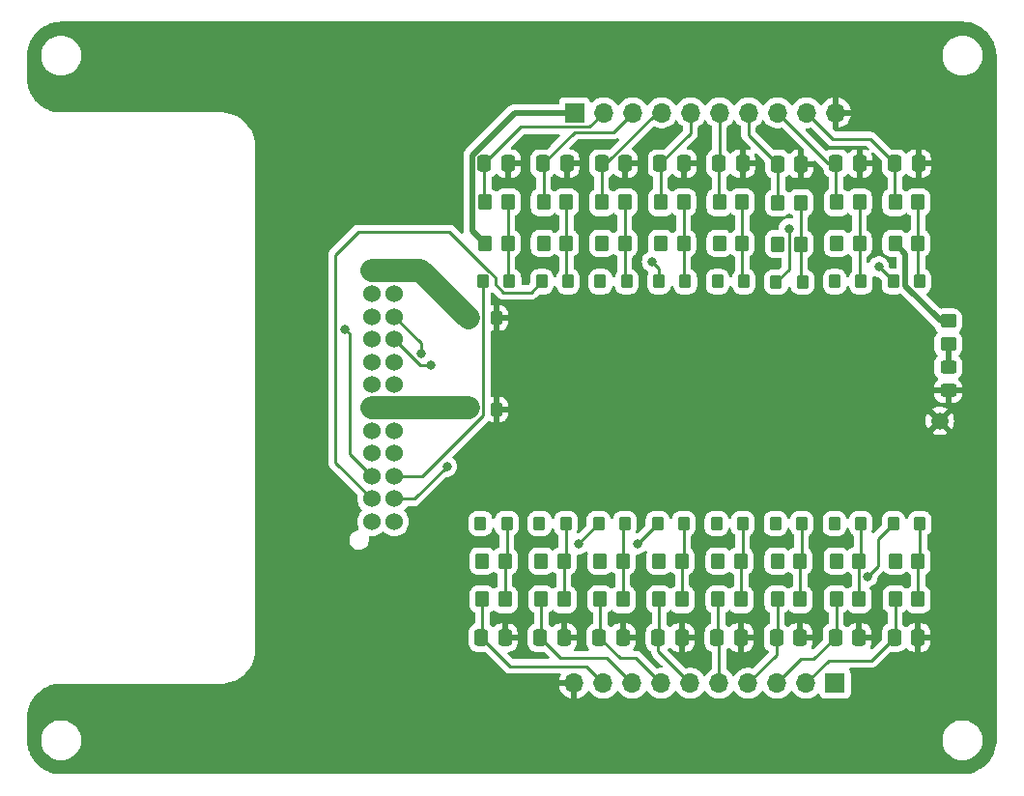
<source format=gtl>
%TF.GenerationSoftware,KiCad,Pcbnew,7.0.2*%
%TF.CreationDate,2023-10-23T14:01:15-05:00*%
%TF.ProjectId,BPS-MinionShield,4250532d-4d69-46e6-996f-6e536869656c,rev?*%
%TF.SameCoordinates,Original*%
%TF.FileFunction,Copper,L1,Top*%
%TF.FilePolarity,Positive*%
%FSLAX46Y46*%
G04 Gerber Fmt 4.6, Leading zero omitted, Abs format (unit mm)*
G04 Created by KiCad (PCBNEW 7.0.2) date 2023-10-23 14:01:15*
%MOMM*%
%LPD*%
G01*
G04 APERTURE LIST*
G04 Aperture macros list*
%AMRoundRect*
0 Rectangle with rounded corners*
0 $1 Rounding radius*
0 $2 $3 $4 $5 $6 $7 $8 $9 X,Y pos of 4 corners*
0 Add a 4 corners polygon primitive as box body*
4,1,4,$2,$3,$4,$5,$6,$7,$8,$9,$2,$3,0*
0 Add four circle primitives for the rounded corners*
1,1,$1+$1,$2,$3*
1,1,$1+$1,$4,$5*
1,1,$1+$1,$6,$7*
1,1,$1+$1,$8,$9*
0 Add four rect primitives between the rounded corners*
20,1,$1+$1,$2,$3,$4,$5,0*
20,1,$1+$1,$4,$5,$6,$7,0*
20,1,$1+$1,$6,$7,$8,$9,0*
20,1,$1+$1,$8,$9,$2,$3,0*%
G04 Aperture macros list end*
%TA.AperFunction,ComponentPad*%
%ADD10R,1.700000X1.700000*%
%TD*%
%TA.AperFunction,ComponentPad*%
%ADD11O,1.700000X1.700000*%
%TD*%
%TA.AperFunction,SMDPad,CuDef*%
%ADD12RoundRect,0.250000X0.350000X0.450000X-0.350000X0.450000X-0.350000X-0.450000X0.350000X-0.450000X0*%
%TD*%
%TA.AperFunction,SMDPad,CuDef*%
%ADD13RoundRect,0.250000X0.275000X0.350000X-0.275000X0.350000X-0.275000X-0.350000X0.275000X-0.350000X0*%
%TD*%
%TA.AperFunction,SMDPad,CuDef*%
%ADD14RoundRect,0.250000X-0.350000X-0.450000X0.350000X-0.450000X0.350000X0.450000X-0.350000X0.450000X0*%
%TD*%
%TA.AperFunction,SMDPad,CuDef*%
%ADD15RoundRect,0.250000X0.337500X0.475000X-0.337500X0.475000X-0.337500X-0.475000X0.337500X-0.475000X0*%
%TD*%
%TA.AperFunction,SMDPad,CuDef*%
%ADD16RoundRect,0.250000X-0.450000X0.350000X-0.450000X-0.350000X0.450000X-0.350000X0.450000X0.350000X0*%
%TD*%
%TA.AperFunction,ComponentPad*%
%ADD17C,1.500000*%
%TD*%
%TA.AperFunction,SMDPad,CuDef*%
%ADD18RoundRect,0.250000X0.450000X-0.325000X0.450000X0.325000X-0.450000X0.325000X-0.450000X-0.325000X0*%
%TD*%
%TA.AperFunction,ComponentPad*%
%ADD19C,1.524000*%
%TD*%
%TA.AperFunction,ViaPad*%
%ADD20C,0.800000*%
%TD*%
%TA.AperFunction,Conductor*%
%ADD21C,0.500000*%
%TD*%
%TA.AperFunction,Conductor*%
%ADD22C,0.250000*%
%TD*%
%TA.AperFunction,Conductor*%
%ADD23C,2.000000*%
%TD*%
G04 APERTURE END LIST*
D10*
X148000000Y-78000000D03*
D11*
X150540000Y-78000000D03*
X153080000Y-78000000D03*
X155620000Y-78000000D03*
X158160000Y-78000000D03*
X160700000Y-78000000D03*
X163240000Y-78000000D03*
X165780000Y-78000000D03*
X168320000Y-78000000D03*
X170860000Y-78000000D03*
D10*
X170830000Y-128000000D03*
D11*
X168290000Y-128000000D03*
X165750000Y-128000000D03*
X163210000Y-128000000D03*
X160670000Y-128000000D03*
X158130000Y-128000000D03*
X155590000Y-128000000D03*
X153050000Y-128000000D03*
X150510000Y-128000000D03*
X147970000Y-128000000D03*
D12*
X141900000Y-117300000D03*
X139900000Y-117300000D03*
X147271430Y-89450000D03*
X145271430Y-89450000D03*
D13*
X141150000Y-96000000D03*
X138850000Y-96000000D03*
D12*
X162678572Y-89450000D03*
X160678572Y-89450000D03*
X157414284Y-117300000D03*
X155414284Y-117300000D03*
D13*
X162735712Y-114000000D03*
X160435712Y-114000000D03*
D14*
X150242856Y-120650000D03*
X152242856Y-120650000D03*
X176100000Y-120650000D03*
X178100000Y-120650000D03*
D12*
X167757140Y-117300000D03*
X165757140Y-117300000D03*
D13*
X178235716Y-92800000D03*
X175935716Y-92800000D03*
X147221428Y-114000000D03*
X144921428Y-114000000D03*
D12*
X178085716Y-89450000D03*
X176085716Y-89450000D03*
D15*
X178123216Y-82450000D03*
X176048216Y-82450000D03*
D14*
X145071428Y-120650000D03*
X147071428Y-120650000D03*
D15*
X167851786Y-82500000D03*
X165776786Y-82500000D03*
D13*
X152557144Y-92800000D03*
X150257144Y-92800000D03*
D15*
X157580358Y-82450000D03*
X155505358Y-82450000D03*
D12*
X162585712Y-117300000D03*
X160585712Y-117300000D03*
D14*
X139900000Y-120650000D03*
X141900000Y-120650000D03*
D16*
X180740000Y-96270000D03*
X180740000Y-98270000D03*
D15*
X157401784Y-124000000D03*
X155326784Y-124000000D03*
D13*
X178250000Y-114000000D03*
X175950000Y-114000000D03*
D15*
X142173216Y-82450000D03*
X140098216Y-82450000D03*
D12*
X172928568Y-117300000D03*
X170928568Y-117300000D03*
D13*
X173078568Y-114000000D03*
X170778568Y-114000000D03*
X173100000Y-92800000D03*
X170800000Y-92800000D03*
D14*
X170950000Y-85850000D03*
X172950000Y-85850000D03*
X170928568Y-120650000D03*
X172928568Y-120650000D03*
D15*
X172987500Y-82450000D03*
X170912500Y-82450000D03*
D12*
X152242856Y-117300000D03*
X150242856Y-117300000D03*
D15*
X152230356Y-124000000D03*
X150155356Y-124000000D03*
D13*
X167907140Y-114000000D03*
X165607140Y-114000000D03*
D15*
X172916068Y-124000000D03*
X170841068Y-124000000D03*
X147308930Y-82450000D03*
X145233930Y-82450000D03*
D14*
X140135716Y-85850000D03*
X142135716Y-85850000D03*
D15*
X162716072Y-82450000D03*
X160641072Y-82450000D03*
D12*
X178100000Y-117300000D03*
X176100000Y-117300000D03*
D13*
X141150000Y-104000000D03*
X138850000Y-104000000D03*
D15*
X141887500Y-124000000D03*
X139812500Y-124000000D03*
D13*
X142285716Y-92800000D03*
X139985716Y-92800000D03*
D14*
X150407144Y-85850000D03*
X152407144Y-85850000D03*
D12*
X142135716Y-89450000D03*
X140135716Y-89450000D03*
D14*
X155414284Y-120650000D03*
X157414284Y-120650000D03*
D13*
X162828572Y-92800000D03*
X160528572Y-92800000D03*
D14*
X145271430Y-85850000D03*
X147271430Y-85850000D03*
D12*
X152407144Y-89450000D03*
X150407144Y-89450000D03*
D13*
X147421430Y-92800000D03*
X145121430Y-92800000D03*
D12*
X147071428Y-117300000D03*
X145071428Y-117300000D03*
D14*
X155542858Y-85850000D03*
X157542858Y-85850000D03*
X165757140Y-120650000D03*
X167757140Y-120650000D03*
X160678572Y-85850000D03*
X162678572Y-85850000D03*
D13*
X167964286Y-92850000D03*
X165664286Y-92850000D03*
D15*
X147058928Y-124000000D03*
X144983928Y-124000000D03*
D14*
X165814286Y-85900000D03*
X167814286Y-85900000D03*
D13*
X157564284Y-114000000D03*
X155264284Y-114000000D03*
D12*
X167814286Y-89500000D03*
X165814286Y-89500000D03*
D15*
X167744640Y-124000000D03*
X165669640Y-124000000D03*
D17*
X180000000Y-105000000D03*
D18*
X180740000Y-102345000D03*
X180740000Y-100295000D03*
D15*
X178087500Y-124000000D03*
X176012500Y-124000000D03*
D13*
X157692858Y-92800000D03*
X155392858Y-92800000D03*
D14*
X160585712Y-120650000D03*
X162585712Y-120650000D03*
D12*
X157542858Y-89450000D03*
X155542858Y-89450000D03*
D13*
X142050000Y-114000000D03*
X139750000Y-114000000D03*
D15*
X152444644Y-82450000D03*
X150369644Y-82450000D03*
D14*
X176085716Y-85850000D03*
X178085716Y-85850000D03*
D12*
X172950000Y-89450000D03*
X170950000Y-89450000D03*
D15*
X162573212Y-124000000D03*
X160498212Y-124000000D03*
D19*
X132210000Y-91850000D03*
X130210000Y-91850000D03*
X132210000Y-93850000D03*
X130210000Y-93850000D03*
X132210000Y-95850000D03*
X130210000Y-95850000D03*
X132210000Y-97850000D03*
X130210000Y-97850000D03*
X132210000Y-99850000D03*
X130210000Y-99850000D03*
X132210000Y-101850000D03*
X130210000Y-101850000D03*
X132210000Y-103850000D03*
X130210000Y-103850000D03*
X132210000Y-105850000D03*
X130210000Y-105850000D03*
X132210000Y-107850000D03*
X130210000Y-107850000D03*
X132210000Y-109850000D03*
X130210000Y-109850000D03*
X132210000Y-111850000D03*
X130210000Y-111850000D03*
X132210000Y-113850000D03*
X130210000Y-113850000D03*
D13*
X152392856Y-114000000D03*
X150092856Y-114000000D03*
D20*
X139950000Y-117300000D03*
X170950000Y-89450000D03*
X160650000Y-89450000D03*
X176085716Y-89450000D03*
X176100000Y-117300000D03*
X145271430Y-89450000D03*
X165800000Y-89450000D03*
X155400000Y-117300000D03*
X165750000Y-117300000D03*
X145050000Y-117300000D03*
X170900000Y-117300000D03*
X155550000Y-89450000D03*
X160600000Y-117300000D03*
X150250000Y-117300000D03*
X140135716Y-89450000D03*
X150400000Y-89450000D03*
X145000000Y-102000000D03*
X125000000Y-83000000D03*
X178130000Y-82430000D03*
X135000000Y-73000000D03*
X147320000Y-82460000D03*
X167760000Y-123980000D03*
X152250000Y-123980000D03*
X146000000Y-133000000D03*
X182000000Y-82000000D03*
X142200000Y-82460000D03*
X125000000Y-113000000D03*
X135000000Y-83000000D03*
X157600000Y-82490000D03*
X173000000Y-82390000D03*
X162580000Y-123990000D03*
X162730000Y-82490000D03*
X152450000Y-82430000D03*
X141880000Y-124000000D03*
X125000000Y-73000000D03*
X157430000Y-123980000D03*
X155000000Y-102000000D03*
X125000000Y-93000000D03*
X125000000Y-123000000D03*
X125000000Y-103000000D03*
X147080000Y-124000000D03*
X172930000Y-124000000D03*
X167870000Y-82500000D03*
X135000000Y-133000000D03*
X115000000Y-133000000D03*
X182000000Y-114000000D03*
X135000000Y-123000000D03*
X178100000Y-123990000D03*
X165000000Y-102000000D03*
X182000000Y-93000000D03*
X125000000Y-133000000D03*
X175000000Y-102000000D03*
X146000000Y-73000000D03*
X182000000Y-124000000D03*
X114000000Y-73000000D03*
X173653068Y-118660048D03*
X170800000Y-114000000D03*
X165600000Y-114000000D03*
X160400000Y-113900000D03*
X135400000Y-100100000D03*
X153500000Y-115799503D03*
X148389264Y-115800003D03*
X144900000Y-114000000D03*
X134528049Y-99143451D03*
X139800000Y-114000000D03*
X150257144Y-92800000D03*
X154800000Y-91050000D03*
X160528572Y-92800000D03*
X136800000Y-109000000D03*
X127900000Y-97000000D03*
X166800000Y-88150000D03*
X170800000Y-92800000D03*
X174650000Y-91500000D03*
D21*
X139000000Y-88314284D02*
X140135716Y-89450000D01*
X177000000Y-90364284D02*
X176085716Y-89450000D01*
X139000000Y-81745767D02*
X139000000Y-88314284D01*
X180740000Y-96270000D02*
X180090767Y-96270000D01*
X177000000Y-93179233D02*
X177000000Y-90364284D01*
X148000000Y-78000000D02*
X142745767Y-78000000D01*
X180090767Y-96270000D02*
X177000000Y-93179233D01*
X142745767Y-78000000D02*
X139000000Y-81745767D01*
D22*
X165750000Y-128000000D02*
X167850000Y-125900000D01*
X168941068Y-125900000D02*
X168400000Y-125900000D01*
X170928568Y-120650000D02*
X170928568Y-123912500D01*
X170928568Y-123912500D02*
X170841068Y-124000000D01*
X170841068Y-124000000D02*
X168941068Y-125900000D01*
X167850000Y-125900000D02*
X168400000Y-125900000D01*
X165757140Y-123912500D02*
X165669640Y-124000000D01*
X165669640Y-124000000D02*
X165669640Y-125540360D01*
X165669640Y-125540360D02*
X163210000Y-128000000D01*
X165757140Y-120650000D02*
X165757140Y-123912500D01*
X160498212Y-124000000D02*
X160670000Y-124171788D01*
X160585712Y-123912500D02*
X160498212Y-124000000D01*
X160585712Y-120650000D02*
X160585712Y-123912500D01*
X160670000Y-124171788D02*
X160670000Y-128000000D01*
X155414284Y-120650000D02*
X155414284Y-123912500D01*
X155326784Y-125196784D02*
X158130000Y-128000000D01*
X155326784Y-124000000D02*
X155326784Y-125196784D01*
X155414284Y-123912500D02*
X155326784Y-124000000D01*
X151955356Y-125800000D02*
X153390000Y-125800000D01*
X150242856Y-123912500D02*
X150155356Y-124000000D01*
X153390000Y-125800000D02*
X155590000Y-128000000D01*
X150155356Y-124000000D02*
X151955356Y-125800000D01*
X150242856Y-120650000D02*
X150242856Y-123912500D01*
X150850000Y-125800000D02*
X153050000Y-128000000D01*
X144983928Y-124000000D02*
X146783928Y-125800000D01*
X146783928Y-125800000D02*
X150850000Y-125800000D01*
X145071428Y-120650000D02*
X145071428Y-123912500D01*
X145071428Y-123912500D02*
X144983928Y-124000000D01*
X176100000Y-120650000D02*
X176100000Y-123912500D01*
X170290000Y-126000000D02*
X174012500Y-126000000D01*
X168290000Y-128000000D02*
X170290000Y-126000000D01*
X176100000Y-123912500D02*
X176012500Y-124000000D01*
X174012500Y-126000000D02*
X176012500Y-124000000D01*
X139812500Y-124000000D02*
X142312500Y-126500000D01*
X142312500Y-126500000D02*
X149010000Y-126500000D01*
X149010000Y-126500000D02*
X150510000Y-128000000D01*
X139900000Y-120650000D02*
X139900000Y-123912500D01*
X139900000Y-123912500D02*
X139812500Y-124000000D01*
X150540000Y-78000000D02*
X149290000Y-79250000D01*
X143298216Y-79250000D02*
X140098216Y-82450000D01*
X149290000Y-79250000D02*
X143298216Y-79250000D01*
X140098216Y-85812500D02*
X140135716Y-85850000D01*
X140098216Y-82450000D02*
X140098216Y-85812500D01*
X145233930Y-82450000D02*
X145271430Y-82487500D01*
X153080000Y-78000000D02*
X151380000Y-79700000D01*
X151380000Y-79700000D02*
X147983930Y-79700000D01*
X145271430Y-82487500D02*
X145271430Y-85850000D01*
X147983930Y-79700000D02*
X145233930Y-82450000D01*
X155200000Y-78000000D02*
X155620000Y-78000000D01*
X150750000Y-82450000D02*
X155200000Y-78000000D01*
X150407144Y-85850000D02*
X150369644Y-85812500D01*
X150369644Y-82450000D02*
X150750000Y-82450000D01*
X150369644Y-85812500D02*
X150369644Y-82450000D01*
X155542858Y-82487500D02*
X155505358Y-82450000D01*
X158160000Y-79795358D02*
X155505358Y-82450000D01*
X155542858Y-85850000D02*
X155542858Y-82487500D01*
X158160000Y-78000000D02*
X158160000Y-79795358D01*
X160700000Y-82391072D02*
X160641072Y-82450000D01*
X160700000Y-78000000D02*
X160700000Y-82391072D01*
X160678572Y-85850000D02*
X160641072Y-85812500D01*
X160641072Y-85812500D02*
X160641072Y-82450000D01*
X163240000Y-78000000D02*
X163240000Y-79963214D01*
X163240000Y-79963214D02*
X165776786Y-82500000D01*
X165814286Y-85900000D02*
X165814286Y-82537500D01*
X165814286Y-82537500D02*
X165776786Y-82500000D01*
X170912500Y-82450000D02*
X170912500Y-85812500D01*
X170912500Y-82450000D02*
X170230000Y-82450000D01*
X170912500Y-85812500D02*
X170950000Y-85850000D01*
X170230000Y-82450000D02*
X165780000Y-78000000D01*
X176048216Y-85812500D02*
X176085716Y-85850000D01*
X176048216Y-82450000D02*
X176048216Y-85812500D01*
X170620000Y-80300000D02*
X173898216Y-80300000D01*
X168320000Y-78000000D02*
X170620000Y-80300000D01*
X173898216Y-80300000D02*
X176048216Y-82450000D01*
X178100000Y-117300000D02*
X178100000Y-120650000D01*
X178250000Y-114000000D02*
X178250000Y-117150000D01*
X178250000Y-117150000D02*
X178100000Y-117300000D01*
X174600000Y-115350000D02*
X175950000Y-114000000D01*
X174600000Y-117713116D02*
X174600000Y-115350000D01*
X173653068Y-118660048D02*
X174600000Y-117713116D01*
X173078568Y-117150000D02*
X172928568Y-117300000D01*
X173078568Y-114000000D02*
X173078568Y-117150000D01*
X172928568Y-117300000D02*
X172928568Y-120650000D01*
X167907140Y-114000000D02*
X167907140Y-117150000D01*
X167757140Y-117300000D02*
X167757140Y-120650000D01*
X167907140Y-117150000D02*
X167757140Y-117300000D01*
X165607140Y-114000000D02*
X165600000Y-114000000D01*
X162735712Y-117150000D02*
X162585712Y-117300000D01*
X162735712Y-114000000D02*
X162735712Y-117150000D01*
X162585712Y-117300000D02*
X162585712Y-120650000D01*
X134460000Y-100100000D02*
X135400000Y-100100000D01*
X132210000Y-97850000D02*
X134460000Y-100100000D01*
X157564284Y-114000000D02*
X157564284Y-117150000D01*
X157564284Y-117150000D02*
X157414284Y-117300000D01*
X157414284Y-117300000D02*
X157414284Y-120650000D01*
X153500000Y-115764284D02*
X155264284Y-114000000D01*
X153500000Y-115799503D02*
X153500000Y-115764284D01*
X152242856Y-117300000D02*
X152242856Y-114150000D01*
X152242856Y-120650000D02*
X152242856Y-117300000D01*
X152242856Y-114150000D02*
X152392856Y-114000000D01*
X148389264Y-115703592D02*
X150092856Y-114000000D01*
X148389264Y-115800003D02*
X148389264Y-115703592D01*
X147221428Y-114000000D02*
X147221428Y-117150000D01*
X147221428Y-117150000D02*
X147071428Y-117300000D01*
X147071428Y-117300000D02*
X147071428Y-120650000D01*
X141900000Y-120650000D02*
X141900000Y-117300000D01*
X142050000Y-117150000D02*
X141900000Y-117300000D01*
X142050000Y-114000000D02*
X142050000Y-117150000D01*
X134528049Y-98168049D02*
X132210000Y-95850000D01*
X134528049Y-99143451D02*
X134528049Y-98168049D01*
X142135716Y-89450000D02*
X142135716Y-92650000D01*
X142135716Y-85850000D02*
X142135716Y-89450000D01*
X142135716Y-92650000D02*
X142285716Y-92800000D01*
X134650000Y-109850000D02*
X132210000Y-109850000D01*
X139985716Y-104514284D02*
X134650000Y-109850000D01*
X139985716Y-92800000D02*
X139985716Y-104514284D01*
X147271430Y-92650000D02*
X147421430Y-92800000D01*
X147271430Y-85850000D02*
X147271430Y-89450000D01*
X147271430Y-89450000D02*
X147271430Y-92650000D01*
X127050000Y-108690000D02*
X127050000Y-90440000D01*
X144171430Y-93750000D02*
X145121430Y-92800000D01*
X127050000Y-90440000D02*
X129050000Y-88440000D01*
X129050000Y-88440000D02*
X137040000Y-88440000D01*
X140475000Y-91875000D02*
X140498889Y-91875000D01*
X141750000Y-93750000D02*
X144171430Y-93750000D01*
X137040000Y-88440000D02*
X140475000Y-91875000D01*
X140498889Y-91875000D02*
X141050000Y-92426111D01*
X141050000Y-93050000D02*
X141750000Y-93750000D01*
X130210000Y-111850000D02*
X127050000Y-108690000D01*
X141050000Y-92426111D02*
X141050000Y-93050000D01*
X152407144Y-92650000D02*
X152557144Y-92800000D01*
X152407144Y-89450000D02*
X152407144Y-92650000D01*
X152407144Y-85850000D02*
X152407144Y-89450000D01*
X157542858Y-85850000D02*
X157542858Y-89450000D01*
X157542858Y-92650000D02*
X157692858Y-92800000D01*
X157542858Y-89450000D02*
X157542858Y-92650000D01*
X155392858Y-92800000D02*
X155392858Y-91642858D01*
X155392858Y-91642858D02*
X154800000Y-91050000D01*
X162678572Y-89450000D02*
X162678572Y-92650000D01*
X162678572Y-92650000D02*
X162828572Y-92800000D01*
X162678572Y-85850000D02*
X162678572Y-89450000D01*
X133950000Y-111850000D02*
X132210000Y-111850000D01*
X136800000Y-109000000D02*
X133950000Y-111850000D01*
X167814286Y-85900000D02*
X167814286Y-89500000D01*
X167814286Y-92700000D02*
X167964286Y-92850000D01*
X167814286Y-89500000D02*
X167814286Y-92700000D01*
X166800000Y-91714286D02*
X165664286Y-92850000D01*
X128250000Y-107890000D02*
X130210000Y-109850000D01*
X166800000Y-88150000D02*
X166800000Y-91714286D01*
X128250000Y-97350000D02*
X128250000Y-107890000D01*
X127900000Y-97000000D02*
X128250000Y-97350000D01*
X172950000Y-89450000D02*
X172950000Y-92650000D01*
X172950000Y-85850000D02*
X172950000Y-89450000D01*
X172950000Y-92650000D02*
X173100000Y-92800000D01*
X178085716Y-89450000D02*
X178085716Y-92650000D01*
X178085716Y-85850000D02*
X178085716Y-89450000D01*
X178085716Y-92650000D02*
X178235716Y-92800000D01*
X174650000Y-91514284D02*
X175935716Y-92800000D01*
X174650000Y-91500000D02*
X174650000Y-91514284D01*
D23*
X132210000Y-91850000D02*
X134510716Y-91850000D01*
X134510716Y-91850000D02*
X138660716Y-96000000D01*
X132210000Y-91850000D02*
X130210000Y-91850000D01*
X130210000Y-103850000D02*
X138660716Y-103850000D01*
D21*
X180740000Y-98270000D02*
X180740000Y-100295000D01*
%TA.AperFunction,Conductor*%
G36*
X146668456Y-79903502D02*
G01*
X146714949Y-79957158D01*
X146725053Y-80027432D01*
X146695559Y-80092012D01*
X146689445Y-80098579D01*
X145874843Y-80913181D01*
X145608428Y-81179596D01*
X145546116Y-81213621D01*
X145519333Y-81216500D01*
X144849091Y-81216500D01*
X144849071Y-81216500D01*
X144845886Y-81216501D01*
X144842709Y-81216825D01*
X144842700Y-81216826D01*
X144742003Y-81227113D01*
X144573692Y-81282885D01*
X144422774Y-81375972D01*
X144297402Y-81501344D01*
X144260137Y-81561761D01*
X144204315Y-81652262D01*
X144148543Y-81820574D01*
X144148542Y-81820578D01*
X144138256Y-81921253D01*
X144138254Y-81921275D01*
X144137930Y-81924455D01*
X144137930Y-81927659D01*
X144137930Y-81927660D01*
X144137930Y-82972338D01*
X144137930Y-82972357D01*
X144137931Y-82975544D01*
X144138255Y-82978721D01*
X144138256Y-82978729D01*
X144142711Y-83022338D01*
X144148543Y-83079426D01*
X144204315Y-83247738D01*
X144292717Y-83391060D01*
X144297402Y-83398655D01*
X144422774Y-83524027D01*
X144422776Y-83524028D01*
X144422778Y-83524030D01*
X144573692Y-83617115D01*
X144573694Y-83617115D01*
X144578077Y-83619819D01*
X144625555Y-83672605D01*
X144637930Y-83727060D01*
X144637930Y-84613360D01*
X144617928Y-84681481D01*
X144578078Y-84720599D01*
X144540580Y-84743729D01*
X144447774Y-84800972D01*
X144322402Y-84926344D01*
X144271430Y-85008983D01*
X144229315Y-85077262D01*
X144173543Y-85245574D01*
X144173542Y-85245578D01*
X144163256Y-85346253D01*
X144163255Y-85346270D01*
X144162930Y-85349455D01*
X144162930Y-85352659D01*
X144162930Y-85352660D01*
X144162930Y-86347338D01*
X144162930Y-86347357D01*
X144162931Y-86350544D01*
X144173543Y-86454426D01*
X144229315Y-86622738D01*
X144302270Y-86741016D01*
X144322402Y-86773655D01*
X144447774Y-86899027D01*
X144447776Y-86899028D01*
X144447778Y-86899030D01*
X144598692Y-86992115D01*
X144767004Y-87047887D01*
X144837762Y-87055116D01*
X144867683Y-87058173D01*
X144867685Y-87058173D01*
X144870885Y-87058500D01*
X145671974Y-87058499D01*
X145775856Y-87047887D01*
X145944168Y-86992115D01*
X146095082Y-86899030D01*
X146182336Y-86811775D01*
X146244646Y-86777752D01*
X146315462Y-86782816D01*
X146360523Y-86811775D01*
X146447778Y-86899030D01*
X146578078Y-86979400D01*
X146625555Y-87032185D01*
X146637930Y-87086640D01*
X146637930Y-88213360D01*
X146617928Y-88281481D01*
X146578078Y-88320599D01*
X146517630Y-88357885D01*
X146447774Y-88400972D01*
X146360525Y-88488222D01*
X146298213Y-88522248D01*
X146227398Y-88517183D01*
X146182335Y-88488222D01*
X146095085Y-88400972D01*
X146095082Y-88400970D01*
X145944168Y-88307885D01*
X145775856Y-88252113D01*
X145775853Y-88252112D01*
X145775851Y-88252112D01*
X145675176Y-88241826D01*
X145675155Y-88241824D01*
X145671975Y-88241500D01*
X145668769Y-88241500D01*
X144874091Y-88241500D01*
X144874071Y-88241500D01*
X144870886Y-88241501D01*
X144867709Y-88241825D01*
X144867700Y-88241826D01*
X144767003Y-88252113D01*
X144598692Y-88307885D01*
X144447774Y-88400972D01*
X144322402Y-88526344D01*
X144271430Y-88608983D01*
X144229315Y-88677262D01*
X144173543Y-88845574D01*
X144173542Y-88845578D01*
X144163256Y-88946253D01*
X144163255Y-88946270D01*
X144162930Y-88949455D01*
X144162930Y-88952659D01*
X144162930Y-88952660D01*
X144162930Y-89947338D01*
X144162930Y-89947357D01*
X144162931Y-89950544D01*
X144163255Y-89953721D01*
X144163256Y-89953729D01*
X144170379Y-90023451D01*
X144173543Y-90054426D01*
X144229315Y-90222738D01*
X144307333Y-90349224D01*
X144322402Y-90373655D01*
X144447774Y-90499027D01*
X144447776Y-90499028D01*
X144447778Y-90499030D01*
X144598692Y-90592115D01*
X144767004Y-90647887D01*
X144837762Y-90655116D01*
X144867683Y-90658173D01*
X144867685Y-90658173D01*
X144870885Y-90658500D01*
X145671974Y-90658499D01*
X145775856Y-90647887D01*
X145944168Y-90592115D01*
X146095082Y-90499030D01*
X146182336Y-90411775D01*
X146244646Y-90377752D01*
X146315462Y-90382816D01*
X146360523Y-90411775D01*
X146447778Y-90499030D01*
X146578078Y-90579400D01*
X146625555Y-90632185D01*
X146637930Y-90686640D01*
X146637930Y-91833626D01*
X146617928Y-91901747D01*
X146601027Y-91922720D01*
X146547404Y-91976344D01*
X146547400Y-91976348D01*
X146454315Y-92127262D01*
X146437747Y-92177262D01*
X146398541Y-92295578D01*
X146396776Y-92312859D01*
X146369952Y-92378593D01*
X146311848Y-92419390D01*
X146240911Y-92422297D01*
X146179663Y-92386391D01*
X146147550Y-92323072D01*
X146146084Y-92312873D01*
X146144317Y-92295574D01*
X146088545Y-92127262D01*
X145995460Y-91976348D01*
X145995458Y-91976346D01*
X145995457Y-91976344D01*
X145870085Y-91850972D01*
X145854106Y-91841116D01*
X145719168Y-91757885D01*
X145550856Y-91702113D01*
X145550853Y-91702112D01*
X145550851Y-91702112D01*
X145450176Y-91691826D01*
X145450155Y-91691824D01*
X145446975Y-91691500D01*
X145443769Y-91691500D01*
X144799091Y-91691500D01*
X144799071Y-91691500D01*
X144795886Y-91691501D01*
X144792709Y-91691825D01*
X144792700Y-91691826D01*
X144692003Y-91702113D01*
X144523692Y-91757885D01*
X144372774Y-91850972D01*
X144247402Y-91976344D01*
X144199364Y-92054227D01*
X144154315Y-92127262D01*
X144098543Y-92295574D01*
X144098542Y-92295578D01*
X144088256Y-92396253D01*
X144088255Y-92396270D01*
X144087930Y-92399455D01*
X144087930Y-92402659D01*
X144087930Y-92402660D01*
X144087930Y-92885403D01*
X144067928Y-92953524D01*
X144051026Y-92974498D01*
X143945930Y-93079595D01*
X143883618Y-93113620D01*
X143856834Y-93116500D01*
X143445216Y-93116500D01*
X143377095Y-93096498D01*
X143330602Y-93042842D01*
X143319216Y-92990500D01*
X143319215Y-92402661D01*
X143319215Y-92402660D01*
X143319215Y-92399456D01*
X143308603Y-92295574D01*
X143252831Y-92127262D01*
X143159746Y-91976348D01*
X143159744Y-91976346D01*
X143159743Y-91976344D01*
X143034371Y-91850972D01*
X143018392Y-91841116D01*
X142883454Y-91757885D01*
X142883451Y-91757884D01*
X142855582Y-91748649D01*
X142797211Y-91708235D01*
X142769956Y-91642678D01*
X142769216Y-91629045D01*
X142769216Y-90686640D01*
X142789218Y-90618519D01*
X142829067Y-90579400D01*
X142959368Y-90499030D01*
X143084746Y-90373652D01*
X143177831Y-90222738D01*
X143233603Y-90054426D01*
X143244216Y-89950545D01*
X143244215Y-88949456D01*
X143233603Y-88845574D01*
X143177831Y-88677262D01*
X143084746Y-88526348D01*
X143084744Y-88526346D01*
X143084743Y-88526344D01*
X142959371Y-88400972D01*
X142946797Y-88393216D01*
X142829067Y-88320599D01*
X142781591Y-88267815D01*
X142769216Y-88213360D01*
X142769216Y-87086640D01*
X142789218Y-87018519D01*
X142829067Y-86979400D01*
X142959368Y-86899030D01*
X143084746Y-86773652D01*
X143177831Y-86622738D01*
X143233603Y-86454426D01*
X143244216Y-86350545D01*
X143244215Y-85349456D01*
X143233603Y-85245574D01*
X143177831Y-85077262D01*
X143084746Y-84926348D01*
X143084744Y-84926346D01*
X143084743Y-84926344D01*
X142959371Y-84800972D01*
X142910132Y-84770601D01*
X142808454Y-84707885D01*
X142640142Y-84652113D01*
X142640139Y-84652112D01*
X142640137Y-84652112D01*
X142539462Y-84641826D01*
X142539441Y-84641824D01*
X142536261Y-84641500D01*
X142533055Y-84641500D01*
X141738377Y-84641500D01*
X141738357Y-84641500D01*
X141735172Y-84641501D01*
X141731995Y-84641825D01*
X141731986Y-84641826D01*
X141631289Y-84652113D01*
X141462978Y-84707885D01*
X141312060Y-84800972D01*
X141224811Y-84888222D01*
X141162499Y-84922248D01*
X141091684Y-84917183D01*
X141046621Y-84888222D01*
X140959371Y-84800972D01*
X140910132Y-84770601D01*
X140808454Y-84707885D01*
X140808451Y-84707884D01*
X140795919Y-84700154D01*
X140797830Y-84697055D01*
X140759702Y-84670650D01*
X140732454Y-84605091D01*
X140731716Y-84591471D01*
X140731716Y-83703930D01*
X140751718Y-83635809D01*
X140791567Y-83596690D01*
X140909368Y-83524030D01*
X140909766Y-83523632D01*
X141045160Y-83388239D01*
X141047982Y-83391061D01*
X141081542Y-83360869D01*
X141151616Y-83349458D01*
X141216735Y-83377744D01*
X141226072Y-83388520D01*
X141226667Y-83387926D01*
X141362373Y-83523632D01*
X141513193Y-83616659D01*
X141681388Y-83672393D01*
X141782023Y-83682674D01*
X141788413Y-83683000D01*
X141919216Y-83683000D01*
X141919216Y-82704000D01*
X142427216Y-82704000D01*
X142427216Y-83683000D01*
X142558019Y-83683000D01*
X142564408Y-83682674D01*
X142665043Y-83672393D01*
X142833238Y-83616659D01*
X142984058Y-83523632D01*
X143109348Y-83398342D01*
X143202375Y-83247522D01*
X143258109Y-83079327D01*
X143268390Y-82978692D01*
X143268716Y-82972302D01*
X143268716Y-82704000D01*
X142427216Y-82704000D01*
X141919216Y-82704000D01*
X141919216Y-82322000D01*
X141939218Y-82253879D01*
X141992874Y-82207386D01*
X142045216Y-82196000D01*
X143268716Y-82196000D01*
X143268716Y-81927697D01*
X143268390Y-81921307D01*
X143258109Y-81820672D01*
X143202375Y-81652477D01*
X143109348Y-81501657D01*
X142984058Y-81376367D01*
X142833238Y-81283340D01*
X142665043Y-81227606D01*
X142564408Y-81217325D01*
X142558019Y-81217000D01*
X142531309Y-81217000D01*
X142463188Y-81196998D01*
X142416695Y-81143342D01*
X142406591Y-81073068D01*
X142436085Y-81008488D01*
X142442206Y-81001912D01*
X143523714Y-79920405D01*
X143586027Y-79886379D01*
X143612810Y-79883500D01*
X146600335Y-79883500D01*
X146668456Y-79903502D01*
G37*
%TD.AperFunction*%
%TA.AperFunction,Conductor*%
G36*
X168665473Y-79322960D02*
G01*
X168718822Y-79320545D01*
X168777924Y-79353828D01*
X170112751Y-80688655D01*
X170125835Y-80704985D01*
X170177666Y-80753657D01*
X170180509Y-80756413D01*
X170200230Y-80776134D01*
X170203351Y-80778555D01*
X170203359Y-80778562D01*
X170203425Y-80778613D01*
X170212445Y-80786317D01*
X170244679Y-80816586D01*
X170262435Y-80826347D01*
X170278951Y-80837196D01*
X170294959Y-80849613D01*
X170335525Y-80867167D01*
X170346188Y-80872391D01*
X170384935Y-80893693D01*
X170384937Y-80893693D01*
X170384940Y-80893695D01*
X170404574Y-80898736D01*
X170423259Y-80905134D01*
X170441855Y-80913181D01*
X170485530Y-80920098D01*
X170497125Y-80922498D01*
X170539970Y-80933500D01*
X170560224Y-80933500D01*
X170579934Y-80935051D01*
X170599942Y-80938220D01*
X170599942Y-80938219D01*
X170599943Y-80938220D01*
X170643961Y-80934058D01*
X170655819Y-80933500D01*
X173583622Y-80933500D01*
X173651743Y-80953502D01*
X173672717Y-80970405D01*
X173777302Y-81074990D01*
X173811328Y-81137302D01*
X173806263Y-81208117D01*
X173763716Y-81264953D01*
X173697196Y-81289764D01*
X173648574Y-81283690D01*
X173479323Y-81227606D01*
X173378692Y-81217325D01*
X173372303Y-81217000D01*
X173241500Y-81217000D01*
X173241500Y-82196000D01*
X174083000Y-82196000D01*
X174083000Y-81927697D01*
X174082674Y-81921307D01*
X174072393Y-81820672D01*
X174016310Y-81651425D01*
X174013869Y-81580470D01*
X174050177Y-81519460D01*
X174113706Y-81487765D01*
X174184286Y-81495447D01*
X174225009Y-81522697D01*
X174915311Y-82212999D01*
X174949337Y-82275311D01*
X174952216Y-82302094D01*
X174952216Y-82972338D01*
X174952216Y-82972357D01*
X174952217Y-82975544D01*
X174952541Y-82978721D01*
X174952542Y-82978729D01*
X174956997Y-83022338D01*
X174962829Y-83079426D01*
X175018601Y-83247738D01*
X175107003Y-83391060D01*
X175111688Y-83398655D01*
X175237060Y-83524027D01*
X175237062Y-83524028D01*
X175237064Y-83524030D01*
X175354863Y-83596689D01*
X175402341Y-83649475D01*
X175414716Y-83703930D01*
X175414716Y-84636489D01*
X175394714Y-84704610D01*
X175354864Y-84743729D01*
X175262061Y-84800971D01*
X175136688Y-84926344D01*
X175085716Y-85008983D01*
X175043601Y-85077262D01*
X174987829Y-85245574D01*
X174987828Y-85245578D01*
X174977542Y-85346253D01*
X174977541Y-85346270D01*
X174977216Y-85349455D01*
X174977216Y-85352659D01*
X174977216Y-85352660D01*
X174977216Y-86347338D01*
X174977216Y-86347357D01*
X174977217Y-86350544D01*
X174987829Y-86454426D01*
X175043601Y-86622738D01*
X175116556Y-86741016D01*
X175136688Y-86773655D01*
X175262060Y-86899027D01*
X175262062Y-86899028D01*
X175262064Y-86899030D01*
X175412978Y-86992115D01*
X175581290Y-87047887D01*
X175652048Y-87055116D01*
X175681969Y-87058173D01*
X175681971Y-87058173D01*
X175685171Y-87058500D01*
X176486260Y-87058499D01*
X176590142Y-87047887D01*
X176758454Y-86992115D01*
X176909368Y-86899030D01*
X176996622Y-86811775D01*
X177058932Y-86777752D01*
X177129748Y-86782816D01*
X177174809Y-86811775D01*
X177262064Y-86899030D01*
X177392364Y-86979400D01*
X177439841Y-87032185D01*
X177452216Y-87086640D01*
X177452216Y-88213360D01*
X177432214Y-88281481D01*
X177392364Y-88320599D01*
X177331916Y-88357885D01*
X177262060Y-88400972D01*
X177174811Y-88488222D01*
X177112499Y-88522248D01*
X177041684Y-88517183D01*
X176996621Y-88488222D01*
X176909371Y-88400972D01*
X176909368Y-88400970D01*
X176758454Y-88307885D01*
X176590142Y-88252113D01*
X176590139Y-88252112D01*
X176590137Y-88252112D01*
X176489462Y-88241826D01*
X176489441Y-88241824D01*
X176486261Y-88241500D01*
X176483055Y-88241500D01*
X175688377Y-88241500D01*
X175688357Y-88241500D01*
X175685172Y-88241501D01*
X175681995Y-88241825D01*
X175681986Y-88241826D01*
X175581289Y-88252113D01*
X175412978Y-88307885D01*
X175262060Y-88400972D01*
X175136688Y-88526344D01*
X175085716Y-88608983D01*
X175043601Y-88677262D01*
X174987829Y-88845574D01*
X174987828Y-88845578D01*
X174977542Y-88946253D01*
X174977541Y-88946270D01*
X174977216Y-88949455D01*
X174977216Y-88952659D01*
X174977216Y-88952660D01*
X174977216Y-89947338D01*
X174977216Y-89947357D01*
X174977217Y-89950544D01*
X174977541Y-89953721D01*
X174977542Y-89953729D01*
X174984665Y-90023451D01*
X174987829Y-90054426D01*
X175043601Y-90222738D01*
X175121619Y-90349224D01*
X175136688Y-90373655D01*
X175262060Y-90499027D01*
X175262062Y-90499028D01*
X175262064Y-90499030D01*
X175412978Y-90592115D01*
X175581290Y-90647887D01*
X175652048Y-90655116D01*
X175681969Y-90658173D01*
X175681971Y-90658173D01*
X175685171Y-90658500D01*
X176115499Y-90658499D01*
X176183619Y-90678501D01*
X176230113Y-90732156D01*
X176241499Y-90784499D01*
X176241499Y-91565500D01*
X176221497Y-91633621D01*
X176167841Y-91680114D01*
X176115499Y-91691500D01*
X175775312Y-91691500D01*
X175707191Y-91671498D01*
X175686217Y-91654596D01*
X175598799Y-91567179D01*
X175564774Y-91504867D01*
X175562585Y-91491264D01*
X175543542Y-91310072D01*
X175498675Y-91171987D01*
X175484527Y-91128443D01*
X175389041Y-90963057D01*
X175261252Y-90821133D01*
X175184002Y-90765007D01*
X175106752Y-90708882D01*
X174932288Y-90631206D01*
X174745487Y-90591500D01*
X174554513Y-90591500D01*
X174429979Y-90617970D01*
X174367711Y-90631206D01*
X174231909Y-90691669D01*
X174194841Y-90708173D01*
X174193246Y-90708883D01*
X174038747Y-90821133D01*
X173910958Y-90963057D01*
X173818619Y-91122994D01*
X173767236Y-91171987D01*
X173697523Y-91185423D01*
X173631612Y-91159037D01*
X173590430Y-91101204D01*
X173583500Y-91059994D01*
X173583500Y-90686640D01*
X173603502Y-90618519D01*
X173643351Y-90579400D01*
X173773652Y-90499030D01*
X173899030Y-90373652D01*
X173992115Y-90222738D01*
X174047887Y-90054426D01*
X174058500Y-89950545D01*
X174058499Y-88949456D01*
X174047887Y-88845574D01*
X173992115Y-88677262D01*
X173899030Y-88526348D01*
X173899028Y-88526346D01*
X173899027Y-88526344D01*
X173773655Y-88400972D01*
X173761081Y-88393216D01*
X173643351Y-88320599D01*
X173595875Y-88267815D01*
X173583500Y-88213360D01*
X173583500Y-87086640D01*
X173603502Y-87018519D01*
X173643351Y-86979400D01*
X173773652Y-86899030D01*
X173899030Y-86773652D01*
X173992115Y-86622738D01*
X174047887Y-86454426D01*
X174058500Y-86350545D01*
X174058499Y-85349456D01*
X174047887Y-85245574D01*
X173992115Y-85077262D01*
X173899030Y-84926348D01*
X173899028Y-84926346D01*
X173899027Y-84926344D01*
X173773655Y-84800972D01*
X173724416Y-84770601D01*
X173622738Y-84707885D01*
X173454426Y-84652113D01*
X173454423Y-84652112D01*
X173454421Y-84652112D01*
X173353746Y-84641826D01*
X173353725Y-84641824D01*
X173350545Y-84641500D01*
X173347339Y-84641500D01*
X172552661Y-84641500D01*
X172552641Y-84641500D01*
X172549456Y-84641501D01*
X172546279Y-84641825D01*
X172546270Y-84641826D01*
X172445573Y-84652113D01*
X172277262Y-84707885D01*
X172126344Y-84800972D01*
X172039095Y-84888222D01*
X171976783Y-84922248D01*
X171905968Y-84917183D01*
X171860905Y-84888222D01*
X171773655Y-84800972D01*
X171724416Y-84770601D01*
X171622738Y-84707885D01*
X171622735Y-84707884D01*
X171610203Y-84700154D01*
X171612114Y-84697055D01*
X171573986Y-84670650D01*
X171546738Y-84605091D01*
X171546000Y-84591471D01*
X171546000Y-83703930D01*
X171566002Y-83635809D01*
X171605851Y-83596690D01*
X171723652Y-83524030D01*
X171724050Y-83523632D01*
X171859444Y-83388239D01*
X171862266Y-83391061D01*
X171895826Y-83360869D01*
X171965900Y-83349458D01*
X172031019Y-83377744D01*
X172040356Y-83388520D01*
X172040951Y-83387926D01*
X172176657Y-83523632D01*
X172327477Y-83616659D01*
X172495672Y-83672393D01*
X172596307Y-83682674D01*
X172602697Y-83683000D01*
X172733500Y-83683000D01*
X172733500Y-82704000D01*
X173241500Y-82704000D01*
X173241500Y-83683000D01*
X173372303Y-83683000D01*
X173378692Y-83682674D01*
X173479327Y-83672393D01*
X173647522Y-83616659D01*
X173798342Y-83523632D01*
X173923632Y-83398342D01*
X174016659Y-83247522D01*
X174072393Y-83079327D01*
X174082674Y-82978692D01*
X174083000Y-82972302D01*
X174083000Y-82704000D01*
X173241500Y-82704000D01*
X172733500Y-82704000D01*
X172733500Y-81217000D01*
X172602697Y-81217000D01*
X172596307Y-81217325D01*
X172495672Y-81227606D01*
X172327477Y-81283340D01*
X172176657Y-81376367D01*
X172040951Y-81512074D01*
X172038055Y-81509178D01*
X172004741Y-81539140D01*
X171934665Y-81550538D01*
X171869552Y-81522241D01*
X171859994Y-81511210D01*
X171859444Y-81511761D01*
X171723655Y-81375972D01*
X171699834Y-81361279D01*
X171572738Y-81282885D01*
X171404426Y-81227113D01*
X171404423Y-81227112D01*
X171404421Y-81227112D01*
X171303746Y-81216826D01*
X171303725Y-81216824D01*
X171300545Y-81216500D01*
X171297339Y-81216500D01*
X170527661Y-81216500D01*
X170527641Y-81216500D01*
X170524456Y-81216501D01*
X170521279Y-81216825D01*
X170521270Y-81216826D01*
X170420573Y-81227113D01*
X170252259Y-81282886D01*
X170155542Y-81342542D01*
X170087063Y-81361279D01*
X170019324Y-81340019D01*
X170000301Y-81324396D01*
X168249500Y-79573595D01*
X168215474Y-79511283D01*
X168220539Y-79440468D01*
X168263086Y-79383632D01*
X168329606Y-79358821D01*
X168338595Y-79358500D01*
X168432566Y-79358500D01*
X168432569Y-79358500D01*
X168654635Y-79321444D01*
X168654637Y-79321443D01*
X168664934Y-79319725D01*
X168665473Y-79322960D01*
G37*
%TD.AperFunction*%
%TA.AperFunction,Conductor*%
G36*
X154278768Y-116402401D02*
G01*
X154337753Y-116441914D01*
X154366012Y-116507045D01*
X154360581Y-116562232D01*
X154316396Y-116695576D01*
X154306110Y-116796253D01*
X154306109Y-116796270D01*
X154305784Y-116799455D01*
X154305784Y-116802659D01*
X154305784Y-116802660D01*
X154305784Y-117797338D01*
X154305784Y-117797357D01*
X154305785Y-117800544D01*
X154316397Y-117904426D01*
X154372169Y-118072738D01*
X154451273Y-118200985D01*
X154465256Y-118223655D01*
X154590628Y-118349027D01*
X154590630Y-118349028D01*
X154590632Y-118349030D01*
X154741546Y-118442115D01*
X154909858Y-118497887D01*
X154985921Y-118505658D01*
X155010537Y-118508173D01*
X155010539Y-118508173D01*
X155013739Y-118508500D01*
X155814828Y-118508499D01*
X155918710Y-118497887D01*
X156087022Y-118442115D01*
X156237936Y-118349030D01*
X156325190Y-118261775D01*
X156387500Y-118227752D01*
X156458316Y-118232816D01*
X156503377Y-118261775D01*
X156590632Y-118349030D01*
X156720932Y-118429400D01*
X156768409Y-118482185D01*
X156780784Y-118536640D01*
X156780784Y-119413360D01*
X156760782Y-119481481D01*
X156720932Y-119520599D01*
X156653705Y-119562065D01*
X156590628Y-119600972D01*
X156503379Y-119688222D01*
X156441067Y-119722248D01*
X156370252Y-119717183D01*
X156325189Y-119688222D01*
X156237939Y-119600972D01*
X156200689Y-119577996D01*
X156087022Y-119507885D01*
X155918710Y-119452113D01*
X155918707Y-119452112D01*
X155918705Y-119452112D01*
X155818030Y-119441826D01*
X155818009Y-119441824D01*
X155814829Y-119441500D01*
X155811623Y-119441500D01*
X155016945Y-119441500D01*
X155016925Y-119441500D01*
X155013740Y-119441501D01*
X155010563Y-119441825D01*
X155010554Y-119441826D01*
X154909857Y-119452113D01*
X154741546Y-119507885D01*
X154590628Y-119600972D01*
X154465256Y-119726344D01*
X154465254Y-119726348D01*
X154372169Y-119877262D01*
X154316397Y-120045574D01*
X154316396Y-120045578D01*
X154306110Y-120146253D01*
X154306109Y-120146270D01*
X154305784Y-120149455D01*
X154305784Y-120152659D01*
X154305784Y-120152660D01*
X154305784Y-121147338D01*
X154305784Y-121147357D01*
X154305785Y-121150544D01*
X154316397Y-121254426D01*
X154372169Y-121422738D01*
X154465254Y-121573652D01*
X154465256Y-121573655D01*
X154590628Y-121699027D01*
X154590630Y-121699028D01*
X154590632Y-121699030D01*
X154720932Y-121779400D01*
X154768409Y-121832185D01*
X154780784Y-121886640D01*
X154780784Y-122704045D01*
X154760782Y-122772166D01*
X154707126Y-122818659D01*
X154694418Y-122823649D01*
X154666548Y-122832884D01*
X154666546Y-122832884D01*
X154666546Y-122832885D01*
X154631511Y-122854495D01*
X154515628Y-122925972D01*
X154390256Y-123051344D01*
X154359913Y-123100538D01*
X154297169Y-123202262D01*
X154297098Y-123202477D01*
X154241396Y-123370578D01*
X154231110Y-123471253D01*
X154231108Y-123471275D01*
X154230784Y-123474455D01*
X154230784Y-123477659D01*
X154230784Y-123477660D01*
X154230784Y-124522338D01*
X154230784Y-124522357D01*
X154230785Y-124525544D01*
X154241397Y-124629426D01*
X154297169Y-124797738D01*
X154385571Y-124941060D01*
X154390256Y-124948655D01*
X154515629Y-125074028D01*
X154515631Y-125074029D01*
X154515632Y-125074030D01*
X154634713Y-125147480D01*
X154682191Y-125200265D01*
X154693577Y-125238967D01*
X154693794Y-125240689D01*
X154694721Y-125252481D01*
X154696110Y-125296676D01*
X154701761Y-125316125D01*
X154705770Y-125335480D01*
X154708309Y-125355578D01*
X154724585Y-125396687D01*
X154728428Y-125407914D01*
X154740764Y-125450374D01*
X154751078Y-125467814D01*
X154759771Y-125485558D01*
X154767232Y-125504401D01*
X154767233Y-125504403D01*
X154793215Y-125540164D01*
X154799732Y-125550085D01*
X154822242Y-125588147D01*
X154836562Y-125602467D01*
X154849402Y-125617500D01*
X154861310Y-125633889D01*
X154895382Y-125662076D01*
X154904162Y-125670066D01*
X155660501Y-126426405D01*
X155694527Y-126488717D01*
X155689462Y-126559532D01*
X155646915Y-126616368D01*
X155580395Y-126641179D01*
X155571406Y-126641500D01*
X155477431Y-126641500D01*
X155255365Y-126678556D01*
X155255361Y-126678557D01*
X155245067Y-126680275D01*
X155244528Y-126677046D01*
X155191118Y-126679440D01*
X155132075Y-126646171D01*
X154533513Y-126047609D01*
X153897244Y-125411339D01*
X153884172Y-125395022D01*
X153874333Y-125385783D01*
X153832362Y-125346371D01*
X153829518Y-125343614D01*
X153812572Y-125326667D01*
X153812570Y-125326666D01*
X153809770Y-125323865D01*
X153806641Y-125321437D01*
X153806637Y-125321434D01*
X153806577Y-125321388D01*
X153797554Y-125313682D01*
X153765320Y-125283413D01*
X153747567Y-125273653D01*
X153731041Y-125262797D01*
X153715041Y-125250386D01*
X153675263Y-125233173D01*
X153674465Y-125232827D01*
X153663804Y-125227604D01*
X153625063Y-125206305D01*
X153611313Y-125202775D01*
X153605437Y-125201266D01*
X153586731Y-125194862D01*
X153568145Y-125186819D01*
X153524475Y-125179902D01*
X153512853Y-125177495D01*
X153505671Y-125175651D01*
X153470030Y-125166500D01*
X153470029Y-125166500D01*
X153449776Y-125166500D01*
X153430066Y-125164949D01*
X153410057Y-125161779D01*
X153366039Y-125165941D01*
X153354181Y-125166500D01*
X153252521Y-125166500D01*
X153184400Y-125146498D01*
X153137907Y-125092842D01*
X153127803Y-125022568D01*
X153157297Y-124957988D01*
X153163426Y-124951405D01*
X153166488Y-124948342D01*
X153259515Y-124797522D01*
X153315249Y-124629327D01*
X153325530Y-124528692D01*
X153325856Y-124522302D01*
X153325856Y-124254000D01*
X152102356Y-124254000D01*
X152034235Y-124233998D01*
X151987742Y-124180342D01*
X151976356Y-124128000D01*
X151976356Y-122767000D01*
X152484356Y-122767000D01*
X152484356Y-123746000D01*
X153325856Y-123746000D01*
X153325856Y-123477697D01*
X153325530Y-123471307D01*
X153315249Y-123370672D01*
X153259515Y-123202477D01*
X153166488Y-123051657D01*
X153041198Y-122926367D01*
X152890378Y-122833340D01*
X152722183Y-122777606D01*
X152621548Y-122767325D01*
X152615159Y-122767000D01*
X152484356Y-122767000D01*
X151976356Y-122767000D01*
X151845553Y-122767000D01*
X151839163Y-122767325D01*
X151738528Y-122777606D01*
X151570333Y-122833340D01*
X151419513Y-122926367D01*
X151283807Y-123062074D01*
X151280911Y-123059178D01*
X151247597Y-123089140D01*
X151177521Y-123100538D01*
X151112408Y-123072241D01*
X151102850Y-123061210D01*
X151102300Y-123061761D01*
X150966509Y-122925970D01*
X150936208Y-122907280D01*
X150888730Y-122854494D01*
X150876356Y-122800040D01*
X150876356Y-121886640D01*
X150896358Y-121818519D01*
X150936207Y-121779400D01*
X151066508Y-121699030D01*
X151153763Y-121611774D01*
X151216071Y-121577752D01*
X151286886Y-121582816D01*
X151331950Y-121611777D01*
X151419200Y-121699027D01*
X151419202Y-121699028D01*
X151419204Y-121699030D01*
X151570118Y-121792115D01*
X151738430Y-121847887D01*
X151814493Y-121855658D01*
X151839109Y-121858173D01*
X151839111Y-121858173D01*
X151842311Y-121858500D01*
X152643400Y-121858499D01*
X152747282Y-121847887D01*
X152915594Y-121792115D01*
X153066508Y-121699030D01*
X153191886Y-121573652D01*
X153284971Y-121422738D01*
X153340743Y-121254426D01*
X153351356Y-121150545D01*
X153351355Y-120149456D01*
X153340743Y-120045574D01*
X153284971Y-119877262D01*
X153191886Y-119726348D01*
X153191884Y-119726346D01*
X153191883Y-119726344D01*
X153066511Y-119600972D01*
X153029261Y-119577996D01*
X152936207Y-119520599D01*
X152888731Y-119467815D01*
X152876356Y-119413360D01*
X152876356Y-118536640D01*
X152896358Y-118468519D01*
X152936207Y-118429400D01*
X153066508Y-118349030D01*
X153191886Y-118223652D01*
X153284971Y-118072738D01*
X153340743Y-117904426D01*
X153351356Y-117800545D01*
X153351355Y-116834002D01*
X153371357Y-116765882D01*
X153425013Y-116719389D01*
X153477355Y-116708003D01*
X153595485Y-116708003D01*
X153595487Y-116708003D01*
X153782288Y-116668297D01*
X153956752Y-116590621D01*
X154111253Y-116478369D01*
X154147339Y-116438290D01*
X154207784Y-116401050D01*
X154278768Y-116402401D01*
G37*
%TD.AperFunction*%
%TA.AperFunction,Conductor*%
G36*
X149104509Y-116494359D02*
G01*
X149153989Y-116545272D01*
X149168089Y-116614855D01*
X149162156Y-116643704D01*
X149144968Y-116695574D01*
X149134682Y-116796253D01*
X149134681Y-116796270D01*
X149134356Y-116799455D01*
X149134356Y-116802659D01*
X149134356Y-116802660D01*
X149134356Y-117797338D01*
X149134356Y-117797357D01*
X149134357Y-117800544D01*
X149144969Y-117904426D01*
X149200741Y-118072738D01*
X149279845Y-118200985D01*
X149293828Y-118223655D01*
X149419200Y-118349027D01*
X149419202Y-118349028D01*
X149419204Y-118349030D01*
X149570118Y-118442115D01*
X149738430Y-118497887D01*
X149814493Y-118505658D01*
X149839109Y-118508173D01*
X149839111Y-118508173D01*
X149842311Y-118508500D01*
X150643400Y-118508499D01*
X150747282Y-118497887D01*
X150915594Y-118442115D01*
X151066508Y-118349030D01*
X151153762Y-118261775D01*
X151216072Y-118227752D01*
X151286888Y-118232816D01*
X151331949Y-118261775D01*
X151419204Y-118349030D01*
X151549504Y-118429400D01*
X151596981Y-118482185D01*
X151609356Y-118536640D01*
X151609356Y-119413360D01*
X151589354Y-119481481D01*
X151549504Y-119520599D01*
X151482277Y-119562065D01*
X151419200Y-119600972D01*
X151331951Y-119688222D01*
X151269639Y-119722248D01*
X151198824Y-119717183D01*
X151153761Y-119688222D01*
X151066511Y-119600972D01*
X151029261Y-119577996D01*
X150915594Y-119507885D01*
X150747282Y-119452113D01*
X150747279Y-119452112D01*
X150747277Y-119452112D01*
X150646602Y-119441826D01*
X150646581Y-119441824D01*
X150643401Y-119441500D01*
X150640195Y-119441500D01*
X149845517Y-119441500D01*
X149845497Y-119441500D01*
X149842312Y-119441501D01*
X149839135Y-119441825D01*
X149839126Y-119441826D01*
X149738429Y-119452113D01*
X149570118Y-119507885D01*
X149419200Y-119600972D01*
X149293828Y-119726344D01*
X149293826Y-119726348D01*
X149200741Y-119877262D01*
X149144969Y-120045574D01*
X149144968Y-120045578D01*
X149134682Y-120146253D01*
X149134681Y-120146270D01*
X149134356Y-120149455D01*
X149134356Y-120152659D01*
X149134356Y-120152660D01*
X149134356Y-121147338D01*
X149134356Y-121147357D01*
X149134357Y-121150544D01*
X149144969Y-121254426D01*
X149200741Y-121422738D01*
X149293826Y-121573652D01*
X149293828Y-121573655D01*
X149419200Y-121699027D01*
X149419202Y-121699028D01*
X149419204Y-121699030D01*
X149549504Y-121779400D01*
X149596981Y-121832185D01*
X149609356Y-121886640D01*
X149609356Y-122704045D01*
X149589354Y-122772166D01*
X149535698Y-122818659D01*
X149522990Y-122823649D01*
X149495120Y-122832884D01*
X149495118Y-122832884D01*
X149495118Y-122832885D01*
X149460083Y-122854495D01*
X149344200Y-122925972D01*
X149218828Y-123051344D01*
X149188485Y-123100538D01*
X149125741Y-123202262D01*
X149125670Y-123202477D01*
X149069968Y-123370578D01*
X149059682Y-123471253D01*
X149059680Y-123471275D01*
X149059356Y-123474455D01*
X149059356Y-123477659D01*
X149059356Y-123477660D01*
X149059356Y-124522338D01*
X149059356Y-124522357D01*
X149059357Y-124525544D01*
X149069969Y-124629426D01*
X149125741Y-124797738D01*
X149214143Y-124941060D01*
X149218828Y-124948655D01*
X149221578Y-124951405D01*
X149255604Y-125013717D01*
X149250539Y-125084532D01*
X149207992Y-125141368D01*
X149141472Y-125166179D01*
X149132483Y-125166500D01*
X148081093Y-125166500D01*
X148012972Y-125146498D01*
X147966479Y-125092842D01*
X147956375Y-125022568D01*
X147985869Y-124957988D01*
X147991998Y-124951405D01*
X147995060Y-124948342D01*
X148088087Y-124797522D01*
X148143821Y-124629327D01*
X148154102Y-124528692D01*
X148154428Y-124522302D01*
X148154428Y-124254000D01*
X146930928Y-124254000D01*
X146862807Y-124233998D01*
X146816314Y-124180342D01*
X146804928Y-124128000D01*
X146804928Y-122767000D01*
X147312928Y-122767000D01*
X147312928Y-123746000D01*
X148154428Y-123746000D01*
X148154428Y-123477697D01*
X148154102Y-123471307D01*
X148143821Y-123370672D01*
X148088087Y-123202477D01*
X147995060Y-123051657D01*
X147869770Y-122926367D01*
X147718950Y-122833340D01*
X147550755Y-122777606D01*
X147450120Y-122767325D01*
X147443731Y-122767000D01*
X147312928Y-122767000D01*
X146804928Y-122767000D01*
X146674125Y-122767000D01*
X146667735Y-122767325D01*
X146567100Y-122777606D01*
X146398905Y-122833340D01*
X146248085Y-122926367D01*
X146112379Y-123062074D01*
X146109483Y-123059178D01*
X146076169Y-123089140D01*
X146006093Y-123100538D01*
X145940980Y-123072241D01*
X145931422Y-123061210D01*
X145930872Y-123061761D01*
X145795081Y-122925970D01*
X145764780Y-122907280D01*
X145717302Y-122854494D01*
X145704928Y-122800040D01*
X145704928Y-121886640D01*
X145724930Y-121818519D01*
X145764779Y-121779400D01*
X145895080Y-121699030D01*
X145982334Y-121611775D01*
X146044644Y-121577752D01*
X146115460Y-121582816D01*
X146160521Y-121611775D01*
X146247776Y-121699030D01*
X146398690Y-121792115D01*
X146567002Y-121847887D01*
X146643065Y-121855658D01*
X146667681Y-121858173D01*
X146667683Y-121858173D01*
X146670883Y-121858500D01*
X147471972Y-121858499D01*
X147575854Y-121847887D01*
X147744166Y-121792115D01*
X147895080Y-121699030D01*
X148020458Y-121573652D01*
X148113543Y-121422738D01*
X148169315Y-121254426D01*
X148179928Y-121150545D01*
X148179927Y-120149456D01*
X148169315Y-120045574D01*
X148113543Y-119877262D01*
X148020458Y-119726348D01*
X148020456Y-119726346D01*
X148020455Y-119726344D01*
X147895083Y-119600972D01*
X147857833Y-119577996D01*
X147764779Y-119520599D01*
X147717303Y-119467815D01*
X147704928Y-119413360D01*
X147704928Y-118536640D01*
X147724930Y-118468519D01*
X147764779Y-118429400D01*
X147895080Y-118349030D01*
X148020458Y-118223652D01*
X148113543Y-118072738D01*
X148169315Y-117904426D01*
X148179928Y-117800545D01*
X148179927Y-116834502D01*
X148199929Y-116766382D01*
X148253585Y-116719889D01*
X148305927Y-116708503D01*
X148484749Y-116708503D01*
X148484751Y-116708503D01*
X148671552Y-116668797D01*
X148846016Y-116591121D01*
X148968493Y-116502135D01*
X149035357Y-116478279D01*
X149104509Y-116494359D01*
G37*
%TD.AperFunction*%
%TA.AperFunction,Conductor*%
G36*
X175112200Y-118200985D02*
G01*
X175157263Y-118229946D01*
X175276344Y-118349027D01*
X175276346Y-118349028D01*
X175276348Y-118349030D01*
X175427262Y-118442115D01*
X175595574Y-118497887D01*
X175671637Y-118505658D01*
X175696253Y-118508173D01*
X175696255Y-118508173D01*
X175699455Y-118508500D01*
X176500544Y-118508499D01*
X176604426Y-118497887D01*
X176772738Y-118442115D01*
X176923652Y-118349030D01*
X177010906Y-118261775D01*
X177073216Y-118227752D01*
X177144032Y-118232816D01*
X177189093Y-118261775D01*
X177276348Y-118349030D01*
X177406648Y-118429400D01*
X177454125Y-118482185D01*
X177466500Y-118536640D01*
X177466500Y-119413360D01*
X177446498Y-119481481D01*
X177406648Y-119520599D01*
X177328912Y-119568548D01*
X177276346Y-119600971D01*
X177189095Y-119688222D01*
X177126783Y-119722247D01*
X177055967Y-119717181D01*
X177010905Y-119688222D01*
X176923653Y-119600971D01*
X176923653Y-119600970D01*
X176923652Y-119600970D01*
X176772738Y-119507885D01*
X176604426Y-119452113D01*
X176604423Y-119452112D01*
X176604421Y-119452112D01*
X176503746Y-119441826D01*
X176503725Y-119441824D01*
X176500545Y-119441500D01*
X176497339Y-119441500D01*
X175702661Y-119441500D01*
X175702641Y-119441500D01*
X175699456Y-119441501D01*
X175696279Y-119441825D01*
X175696270Y-119441826D01*
X175595573Y-119452113D01*
X175427262Y-119507885D01*
X175276344Y-119600972D01*
X175150972Y-119726344D01*
X175150970Y-119726348D01*
X175057885Y-119877262D01*
X175002113Y-120045574D01*
X175002112Y-120045578D01*
X174991826Y-120146253D01*
X174991825Y-120146270D01*
X174991500Y-120149455D01*
X174991500Y-120152659D01*
X174991500Y-120152660D01*
X174991500Y-121147338D01*
X174991500Y-121147357D01*
X174991501Y-121150544D01*
X175002113Y-121254426D01*
X175057885Y-121422738D01*
X175150970Y-121573652D01*
X175150972Y-121573655D01*
X175276344Y-121699027D01*
X175276346Y-121699028D01*
X175276348Y-121699030D01*
X175406648Y-121779400D01*
X175454125Y-121832185D01*
X175466500Y-121886640D01*
X175466500Y-122704045D01*
X175446498Y-122772166D01*
X175392842Y-122818659D01*
X175380134Y-122823649D01*
X175352264Y-122832884D01*
X175352262Y-122832884D01*
X175352262Y-122832885D01*
X175317227Y-122854495D01*
X175201344Y-122925972D01*
X175075972Y-123051344D01*
X175045629Y-123100538D01*
X174982885Y-123202262D01*
X174982814Y-123202477D01*
X174927112Y-123370578D01*
X174916826Y-123471253D01*
X174916824Y-123471275D01*
X174916500Y-123474455D01*
X174916500Y-123477659D01*
X174916500Y-123477660D01*
X174916500Y-124147904D01*
X174896498Y-124216025D01*
X174879599Y-124236995D01*
X174487267Y-124629327D01*
X174105720Y-125010874D01*
X174043408Y-125044899D01*
X173972592Y-125039834D01*
X173915757Y-124997287D01*
X173890946Y-124930767D01*
X173906037Y-124861393D01*
X173909385Y-124855630D01*
X173945226Y-124797522D01*
X174000961Y-124629327D01*
X174011242Y-124528692D01*
X174011568Y-124522302D01*
X174011568Y-124254000D01*
X172788068Y-124254000D01*
X172719947Y-124233998D01*
X172673454Y-124180342D01*
X172662068Y-124128000D01*
X172662068Y-122767000D01*
X173170068Y-122767000D01*
X173170068Y-123746000D01*
X174011568Y-123746000D01*
X174011568Y-123477697D01*
X174011242Y-123471307D01*
X174000961Y-123370672D01*
X173945227Y-123202477D01*
X173852200Y-123051657D01*
X173726910Y-122926367D01*
X173576090Y-122833340D01*
X173407895Y-122777606D01*
X173307260Y-122767325D01*
X173300871Y-122767000D01*
X173170068Y-122767000D01*
X172662068Y-122767000D01*
X172531265Y-122767000D01*
X172524875Y-122767325D01*
X172424240Y-122777606D01*
X172256045Y-122833340D01*
X172105225Y-122926367D01*
X171969519Y-123062074D01*
X171966623Y-123059178D01*
X171933309Y-123089140D01*
X171863233Y-123100538D01*
X171798120Y-123072241D01*
X171788562Y-123061210D01*
X171788012Y-123061761D01*
X171652223Y-122925972D01*
X171652220Y-122925970D01*
X171621919Y-122907279D01*
X171574442Y-122854495D01*
X171562068Y-122800044D01*
X171562068Y-121886640D01*
X171582070Y-121818519D01*
X171621919Y-121779400D01*
X171752220Y-121699030D01*
X171839474Y-121611775D01*
X171901784Y-121577752D01*
X171972600Y-121582816D01*
X172017661Y-121611775D01*
X172104916Y-121699030D01*
X172255830Y-121792115D01*
X172424142Y-121847887D01*
X172500205Y-121855658D01*
X172524821Y-121858173D01*
X172524823Y-121858173D01*
X172528023Y-121858500D01*
X173329112Y-121858499D01*
X173432994Y-121847887D01*
X173601306Y-121792115D01*
X173752220Y-121699030D01*
X173877598Y-121573652D01*
X173970683Y-121422738D01*
X174026455Y-121254426D01*
X174037068Y-121150545D01*
X174037067Y-120149456D01*
X174026455Y-120045574D01*
X173970683Y-119877262D01*
X173877598Y-119726348D01*
X173877596Y-119726346D01*
X173870113Y-119714214D01*
X173851376Y-119645735D01*
X173872635Y-119577996D01*
X173926105Y-119532960D01*
X173935352Y-119528842D01*
X173935356Y-119528842D01*
X174109820Y-119451166D01*
X174264321Y-119338914D01*
X174392108Y-119196992D01*
X174487595Y-119031604D01*
X174546610Y-118849976D01*
X174563975Y-118684752D01*
X174590987Y-118619099D01*
X174600180Y-118608839D01*
X174979074Y-118229944D01*
X175041385Y-118195921D01*
X175112200Y-118200985D01*
G37*
%TD.AperFunction*%
%TA.AperFunction,Conductor*%
G36*
X182003405Y-70025684D02*
G01*
X182314130Y-70042474D01*
X182327631Y-70043938D01*
X182631386Y-70093567D01*
X182644661Y-70096479D01*
X182941300Y-70178552D01*
X182954188Y-70182880D01*
X183097218Y-70239658D01*
X183240253Y-70296440D01*
X183252587Y-70302125D01*
X183524758Y-70445856D01*
X183536402Y-70452833D01*
X183739550Y-70589984D01*
X183791503Y-70625059D01*
X183802342Y-70633263D01*
X184037381Y-70831961D01*
X184047265Y-70841276D01*
X184259531Y-71064152D01*
X184268364Y-71074490D01*
X184455373Y-71318939D01*
X184463040Y-71330169D01*
X184622612Y-71593337D01*
X184629025Y-71605328D01*
X184759313Y-71884168D01*
X184764396Y-71896780D01*
X184863877Y-72188035D01*
X184867571Y-72201121D01*
X184935084Y-72501392D01*
X184937347Y-72514800D01*
X184972112Y-72820612D01*
X184972916Y-72834186D01*
X184974498Y-73136981D01*
X184974500Y-73146306D01*
X184974351Y-73152432D01*
X184973576Y-73168340D01*
X184974500Y-73175246D01*
X184974500Y-133142351D01*
X184973799Y-133155623D01*
X184941219Y-133463207D01*
X184939044Y-133476701D01*
X184873311Y-133779070D01*
X184869687Y-133792250D01*
X184771590Y-134085710D01*
X184766560Y-134098420D01*
X184637246Y-134379535D01*
X184630868Y-134391625D01*
X184471861Y-134657083D01*
X184464216Y-134668404D01*
X184399765Y-134753501D01*
X184277393Y-134915070D01*
X184268561Y-134925503D01*
X184056119Y-135150476D01*
X184046210Y-135159890D01*
X183810649Y-135360527D01*
X183799777Y-135368813D01*
X183543859Y-135542757D01*
X183532154Y-135549816D01*
X183258905Y-135695011D01*
X183246503Y-135700761D01*
X182959143Y-135815497D01*
X182946193Y-135819870D01*
X182648080Y-135902808D01*
X182634731Y-135905752D01*
X182329389Y-135955908D01*
X182315801Y-135957388D01*
X182004234Y-135974314D01*
X181997399Y-135974500D01*
X103003293Y-135974500D01*
X102996700Y-135974327D01*
X102978512Y-135973373D01*
X102695679Y-135958550D01*
X102682563Y-135957172D01*
X102388088Y-135910532D01*
X102375188Y-135907790D01*
X102087205Y-135830626D01*
X102074661Y-135826550D01*
X101796327Y-135719707D01*
X101784280Y-135714343D01*
X101518631Y-135578989D01*
X101507208Y-135572394D01*
X101458681Y-135540880D01*
X101257164Y-135410013D01*
X101246498Y-135402263D01*
X101194958Y-135360527D01*
X101014802Y-135214639D01*
X101005001Y-135205814D01*
X100794185Y-134994998D01*
X100785360Y-134985197D01*
X100737021Y-134925503D01*
X100597732Y-134753495D01*
X100589988Y-134742838D01*
X100427601Y-134492785D01*
X100421010Y-134481368D01*
X100285656Y-134215719D01*
X100280292Y-134203672D01*
X100235018Y-134085730D01*
X100173447Y-133925332D01*
X100169373Y-133912794D01*
X100134898Y-133784132D01*
X100092209Y-133624811D01*
X100089467Y-133611911D01*
X100042827Y-133317436D01*
X100041449Y-133304319D01*
X100032375Y-133131182D01*
X101249500Y-133131182D01*
X101288604Y-133390615D01*
X101288605Y-133390618D01*
X101365936Y-133641323D01*
X101479772Y-133877704D01*
X101627563Y-134094474D01*
X101627565Y-134094476D01*
X101627567Y-134094479D01*
X101806019Y-134286805D01*
X102011143Y-134450386D01*
X102238357Y-134581568D01*
X102482584Y-134677420D01*
X102738370Y-134735802D01*
X102934506Y-134750500D01*
X102936859Y-134750500D01*
X103063141Y-134750500D01*
X103065494Y-134750500D01*
X103261630Y-134735802D01*
X103517416Y-134677420D01*
X103761643Y-134581568D01*
X103988857Y-134450386D01*
X104193981Y-134286805D01*
X104372433Y-134094479D01*
X104520228Y-133877704D01*
X104634063Y-133641323D01*
X104711396Y-133390615D01*
X104750500Y-133131182D01*
X180249500Y-133131182D01*
X180288604Y-133390615D01*
X180288605Y-133390618D01*
X180365936Y-133641323D01*
X180479772Y-133877704D01*
X180627563Y-134094474D01*
X180627565Y-134094476D01*
X180627567Y-134094479D01*
X180806019Y-134286805D01*
X181011143Y-134450386D01*
X181238357Y-134581568D01*
X181482584Y-134677420D01*
X181738370Y-134735802D01*
X181934506Y-134750500D01*
X181936859Y-134750500D01*
X182063141Y-134750500D01*
X182065494Y-134750500D01*
X182261630Y-134735802D01*
X182517416Y-134677420D01*
X182761643Y-134581568D01*
X182988857Y-134450386D01*
X183193981Y-134286805D01*
X183372433Y-134094479D01*
X183520228Y-133877704D01*
X183634063Y-133641323D01*
X183711396Y-133390615D01*
X183750500Y-133131182D01*
X183750500Y-132868818D01*
X183711396Y-132609385D01*
X183634063Y-132358677D01*
X183520228Y-132122296D01*
X183372433Y-131905521D01*
X183193981Y-131713195D01*
X182988857Y-131549614D01*
X182761643Y-131418432D01*
X182761642Y-131418432D01*
X182517417Y-131322580D01*
X182261630Y-131264198D01*
X182067836Y-131249675D01*
X182067822Y-131249674D01*
X182065494Y-131249500D01*
X181934506Y-131249500D01*
X181932178Y-131249674D01*
X181932163Y-131249675D01*
X181738369Y-131264198D01*
X181482582Y-131322580D01*
X181238356Y-131418432D01*
X181011146Y-131549612D01*
X181011143Y-131549614D01*
X180806019Y-131713195D01*
X180667525Y-131862455D01*
X180627563Y-131905525D01*
X180479772Y-132122295D01*
X180365936Y-132358676D01*
X180288605Y-132609381D01*
X180288604Y-132609385D01*
X180249500Y-132868818D01*
X180249500Y-133131182D01*
X104750500Y-133131182D01*
X104750500Y-132868818D01*
X104711396Y-132609385D01*
X104634063Y-132358677D01*
X104520228Y-132122296D01*
X104372433Y-131905521D01*
X104193981Y-131713195D01*
X103988857Y-131549614D01*
X103761643Y-131418432D01*
X103761642Y-131418432D01*
X103517417Y-131322580D01*
X103261630Y-131264198D01*
X103067836Y-131249675D01*
X103067822Y-131249674D01*
X103065494Y-131249500D01*
X102934506Y-131249500D01*
X102932178Y-131249674D01*
X102932163Y-131249675D01*
X102738369Y-131264198D01*
X102482582Y-131322580D01*
X102238356Y-131418432D01*
X102011146Y-131549612D01*
X102011143Y-131549614D01*
X101806019Y-131713195D01*
X101667525Y-131862455D01*
X101627563Y-131905525D01*
X101479772Y-132122295D01*
X101365936Y-132358676D01*
X101288605Y-132609381D01*
X101288604Y-132609385D01*
X101249500Y-132868818D01*
X101249500Y-133131182D01*
X100032375Y-133131182D01*
X100025673Y-133003300D01*
X100025500Y-132996706D01*
X100025500Y-131003293D01*
X100025673Y-130996699D01*
X100041449Y-130695680D01*
X100042827Y-130682563D01*
X100089467Y-130388088D01*
X100092209Y-130375188D01*
X100169376Y-130087195D01*
X100173445Y-130074672D01*
X100280295Y-129796319D01*
X100285656Y-129784280D01*
X100421014Y-129518623D01*
X100427596Y-129507222D01*
X100589994Y-129257151D01*
X100597725Y-129246512D01*
X100785369Y-129014790D01*
X100794175Y-129005011D01*
X101005011Y-128794175D01*
X101014790Y-128785369D01*
X101246512Y-128597725D01*
X101257151Y-128589994D01*
X101507222Y-128427596D01*
X101518623Y-128421014D01*
X101784280Y-128285655D01*
X101796319Y-128280295D01*
X102074672Y-128173445D01*
X102087195Y-128169376D01*
X102375192Y-128092208D01*
X102388084Y-128089467D01*
X102682566Y-128042826D01*
X102695678Y-128041449D01*
X102996699Y-128025672D01*
X103003293Y-128025500D01*
X117155270Y-128025500D01*
X117158560Y-128025500D01*
X117473942Y-127992352D01*
X117784132Y-127926419D01*
X118085730Y-127828424D01*
X118375433Y-127699440D01*
X118650067Y-127540880D01*
X118906622Y-127354482D01*
X119142287Y-127142287D01*
X119354482Y-126906622D01*
X119540880Y-126650067D01*
X119699440Y-126375433D01*
X119828424Y-126085730D01*
X119926419Y-125784132D01*
X119992352Y-125473942D01*
X120025500Y-125158560D01*
X120025500Y-125000000D01*
X120025500Y-124991715D01*
X120025500Y-124991714D01*
X120025500Y-124522357D01*
X138716500Y-124522357D01*
X138716501Y-124525544D01*
X138727113Y-124629426D01*
X138782885Y-124797738D01*
X138871287Y-124941060D01*
X138875972Y-124948655D01*
X139001344Y-125074027D01*
X139001346Y-125074028D01*
X139001348Y-125074030D01*
X139152262Y-125167115D01*
X139320574Y-125222887D01*
X139390569Y-125230038D01*
X139421253Y-125233173D01*
X139421255Y-125233173D01*
X139424455Y-125233500D01*
X140097904Y-125233499D01*
X140166025Y-125253501D01*
X140186999Y-125270404D01*
X141805254Y-126888659D01*
X141818333Y-126904983D01*
X141870150Y-126953642D01*
X141872992Y-126956397D01*
X141892730Y-126976135D01*
X141895860Y-126978563D01*
X141895932Y-126978619D01*
X141904942Y-126986314D01*
X141937179Y-127016586D01*
X141954926Y-127026342D01*
X141971450Y-127037196D01*
X141987459Y-127049614D01*
X142028042Y-127067175D01*
X142038693Y-127072393D01*
X142077440Y-127093695D01*
X142097060Y-127098732D01*
X142115767Y-127105137D01*
X142122380Y-127107998D01*
X142134354Y-127113181D01*
X142145005Y-127114867D01*
X142178030Y-127120098D01*
X142189625Y-127122498D01*
X142232470Y-127133500D01*
X142252724Y-127133500D01*
X142272434Y-127135051D01*
X142292442Y-127138220D01*
X142292442Y-127138219D01*
X142292443Y-127138220D01*
X142336461Y-127134058D01*
X142348319Y-127133500D01*
X146681147Y-127133500D01*
X146749268Y-127153502D01*
X146795761Y-127207158D01*
X146805865Y-127277432D01*
X146786630Y-127328415D01*
X146771582Y-127351447D01*
X146681177Y-127557548D01*
X146633455Y-127745999D01*
X146633456Y-127746000D01*
X147538884Y-127746000D01*
X147510507Y-127790156D01*
X147470000Y-127928111D01*
X147470000Y-128071889D01*
X147510507Y-128209844D01*
X147538884Y-128254000D01*
X146633455Y-128254000D01*
X146681177Y-128442451D01*
X146771580Y-128648548D01*
X146894678Y-128836962D01*
X147047096Y-129002533D01*
X147224697Y-129140766D01*
X147422631Y-129247883D01*
X147635485Y-129320955D01*
X147716000Y-129334391D01*
X147716000Y-128433674D01*
X147827685Y-128484680D01*
X147934237Y-128500000D01*
X148005763Y-128500000D01*
X148112315Y-128484680D01*
X148224000Y-128433674D01*
X148224000Y-129334391D01*
X148304514Y-129320955D01*
X148517368Y-129247883D01*
X148715302Y-129140766D01*
X148892903Y-129002533D01*
X149045323Y-128836960D01*
X149134217Y-128700899D01*
X149188220Y-128654810D01*
X149258568Y-128645235D01*
X149322926Y-128675212D01*
X149345183Y-128700898D01*
X149434077Y-128836960D01*
X149434278Y-128837268D01*
X149546525Y-128959200D01*
X149586762Y-129002908D01*
X149764421Y-129141187D01*
X149764424Y-129141189D01*
X149962426Y-129248342D01*
X150175365Y-129321444D01*
X150397431Y-129358500D01*
X150397434Y-129358500D01*
X150622566Y-129358500D01*
X150622569Y-129358500D01*
X150844635Y-129321444D01*
X151057574Y-129248342D01*
X151255576Y-129141189D01*
X151433240Y-129002906D01*
X151585722Y-128837268D01*
X151674518Y-128701354D01*
X151728521Y-128655268D01*
X151798869Y-128645693D01*
X151863226Y-128675670D01*
X151885480Y-128701353D01*
X151974278Y-128837268D01*
X152086525Y-128959200D01*
X152126762Y-129002908D01*
X152304421Y-129141187D01*
X152304424Y-129141189D01*
X152502426Y-129248342D01*
X152715365Y-129321444D01*
X152937431Y-129358500D01*
X152937434Y-129358500D01*
X153162566Y-129358500D01*
X153162569Y-129358500D01*
X153384635Y-129321444D01*
X153597574Y-129248342D01*
X153795576Y-129141189D01*
X153973240Y-129002906D01*
X154125722Y-128837268D01*
X154214518Y-128701354D01*
X154268521Y-128655268D01*
X154338869Y-128645693D01*
X154403226Y-128675670D01*
X154425480Y-128701353D01*
X154514278Y-128837268D01*
X154626525Y-128959200D01*
X154666762Y-129002908D01*
X154844421Y-129141187D01*
X154844424Y-129141189D01*
X155042426Y-129248342D01*
X155255365Y-129321444D01*
X155477431Y-129358500D01*
X155477434Y-129358500D01*
X155702566Y-129358500D01*
X155702569Y-129358500D01*
X155924635Y-129321444D01*
X156137574Y-129248342D01*
X156335576Y-129141189D01*
X156513240Y-129002906D01*
X156665722Y-128837268D01*
X156754518Y-128701354D01*
X156808521Y-128655268D01*
X156878869Y-128645693D01*
X156943226Y-128675670D01*
X156965480Y-128701353D01*
X157054278Y-128837268D01*
X157166525Y-128959200D01*
X157206762Y-129002908D01*
X157384421Y-129141187D01*
X157384424Y-129141189D01*
X157582426Y-129248342D01*
X157795365Y-129321444D01*
X158017431Y-129358500D01*
X158017434Y-129358500D01*
X158242566Y-129358500D01*
X158242569Y-129358500D01*
X158464635Y-129321444D01*
X158677574Y-129248342D01*
X158875576Y-129141189D01*
X159053240Y-129002906D01*
X159205722Y-128837268D01*
X159294518Y-128701354D01*
X159348521Y-128655268D01*
X159418869Y-128645693D01*
X159483226Y-128675670D01*
X159505480Y-128701353D01*
X159594278Y-128837268D01*
X159706525Y-128959200D01*
X159746762Y-129002908D01*
X159924421Y-129141187D01*
X159924424Y-129141189D01*
X160122426Y-129248342D01*
X160335365Y-129321444D01*
X160557431Y-129358500D01*
X160557434Y-129358500D01*
X160782566Y-129358500D01*
X160782569Y-129358500D01*
X161004635Y-129321444D01*
X161217574Y-129248342D01*
X161415576Y-129141189D01*
X161593240Y-129002906D01*
X161745722Y-128837268D01*
X161834518Y-128701354D01*
X161888521Y-128655268D01*
X161958869Y-128645693D01*
X162023226Y-128675670D01*
X162045480Y-128701353D01*
X162134278Y-128837268D01*
X162246525Y-128959200D01*
X162286762Y-129002908D01*
X162464421Y-129141187D01*
X162464424Y-129141189D01*
X162662426Y-129248342D01*
X162875365Y-129321444D01*
X163097431Y-129358500D01*
X163097434Y-129358500D01*
X163322566Y-129358500D01*
X163322569Y-129358500D01*
X163544635Y-129321444D01*
X163757574Y-129248342D01*
X163955576Y-129141189D01*
X164133240Y-129002906D01*
X164285722Y-128837268D01*
X164374518Y-128701354D01*
X164428521Y-128655268D01*
X164498869Y-128645693D01*
X164563226Y-128675670D01*
X164585480Y-128701353D01*
X164674278Y-128837268D01*
X164786525Y-128959200D01*
X164826762Y-129002908D01*
X165004421Y-129141187D01*
X165004424Y-129141189D01*
X165202426Y-129248342D01*
X165415365Y-129321444D01*
X165637431Y-129358500D01*
X165637434Y-129358500D01*
X165862566Y-129358500D01*
X165862569Y-129358500D01*
X166084635Y-129321444D01*
X166297574Y-129248342D01*
X166495576Y-129141189D01*
X166673240Y-129002906D01*
X166825722Y-128837268D01*
X166914518Y-128701354D01*
X166968521Y-128655268D01*
X167038869Y-128645693D01*
X167103226Y-128675670D01*
X167125480Y-128701353D01*
X167214278Y-128837268D01*
X167326525Y-128959200D01*
X167366762Y-129002908D01*
X167544421Y-129141187D01*
X167544424Y-129141189D01*
X167742426Y-129248342D01*
X167955365Y-129321444D01*
X168177431Y-129358500D01*
X168177434Y-129358500D01*
X168402566Y-129358500D01*
X168402569Y-129358500D01*
X168624635Y-129321444D01*
X168837574Y-129248342D01*
X169035576Y-129141189D01*
X169213240Y-129002906D01*
X169274246Y-128936636D01*
X169335098Y-128900066D01*
X169406062Y-128902201D01*
X169464608Y-128942362D01*
X169485000Y-128977940D01*
X169510767Y-129047022D01*
X169529111Y-129096205D01*
X169616738Y-129213261D01*
X169733794Y-129300888D01*
X169733795Y-129300888D01*
X169733796Y-129300889D01*
X169870799Y-129351989D01*
X169931362Y-129358500D01*
X169934731Y-129358500D01*
X171725269Y-129358500D01*
X171728638Y-129358500D01*
X171789201Y-129351989D01*
X171926204Y-129300889D01*
X172043261Y-129213261D01*
X172130889Y-129096204D01*
X172181989Y-128959201D01*
X172188500Y-128898638D01*
X172188500Y-127101362D01*
X172181989Y-127040799D01*
X172130889Y-126903796D01*
X172097214Y-126858812D01*
X172079396Y-126835009D01*
X172054585Y-126768489D01*
X172069676Y-126699115D01*
X172119878Y-126648913D01*
X172180264Y-126633500D01*
X173928647Y-126633500D01*
X173949435Y-126635795D01*
X173952407Y-126635701D01*
X173952409Y-126635702D01*
X174020485Y-126633562D01*
X174024445Y-126633500D01*
X174048394Y-126633500D01*
X174052356Y-126633500D01*
X174056356Y-126632994D01*
X174068199Y-126632061D01*
X174112389Y-126630673D01*
X174131838Y-126625021D01*
X174151198Y-126621012D01*
X174171297Y-126618474D01*
X174212415Y-126602193D01*
X174223617Y-126598357D01*
X174266093Y-126586018D01*
X174283539Y-126575699D01*
X174301280Y-126567009D01*
X174320117Y-126559552D01*
X174355892Y-126533558D01*
X174365803Y-126527048D01*
X174403862Y-126504542D01*
X174418191Y-126490212D01*
X174433219Y-126477377D01*
X174449607Y-126465472D01*
X174477803Y-126431386D01*
X174485772Y-126422630D01*
X175637999Y-125270404D01*
X175700311Y-125236378D01*
X175727094Y-125233499D01*
X176397338Y-125233499D01*
X176400544Y-125233499D01*
X176504426Y-125222887D01*
X176672738Y-125167115D01*
X176823652Y-125074030D01*
X176886819Y-125010863D01*
X176959444Y-124938239D01*
X176962266Y-124941061D01*
X176995826Y-124910869D01*
X177065900Y-124899458D01*
X177131019Y-124927744D01*
X177140356Y-124938520D01*
X177140951Y-124937926D01*
X177276657Y-125073632D01*
X177427477Y-125166659D01*
X177595672Y-125222393D01*
X177696307Y-125232674D01*
X177702697Y-125233000D01*
X177833500Y-125233000D01*
X177833500Y-124254000D01*
X178341500Y-124254000D01*
X178341500Y-125233000D01*
X178472303Y-125233000D01*
X178478692Y-125232674D01*
X178579327Y-125222393D01*
X178747522Y-125166659D01*
X178898342Y-125073632D01*
X179023632Y-124948342D01*
X179116659Y-124797522D01*
X179172393Y-124629327D01*
X179182674Y-124528692D01*
X179183000Y-124522302D01*
X179183000Y-124254000D01*
X178341500Y-124254000D01*
X177833500Y-124254000D01*
X177833500Y-122767000D01*
X178341500Y-122767000D01*
X178341500Y-123746000D01*
X179183000Y-123746000D01*
X179183000Y-123477697D01*
X179182674Y-123471307D01*
X179172393Y-123370672D01*
X179116659Y-123202477D01*
X179023632Y-123051657D01*
X178898342Y-122926367D01*
X178747522Y-122833340D01*
X178579327Y-122777606D01*
X178478692Y-122767325D01*
X178472303Y-122767000D01*
X178341500Y-122767000D01*
X177833500Y-122767000D01*
X177702697Y-122767000D01*
X177696307Y-122767325D01*
X177595672Y-122777606D01*
X177427477Y-122833340D01*
X177276657Y-122926367D01*
X177140951Y-123062074D01*
X177138055Y-123059178D01*
X177104741Y-123089140D01*
X177034665Y-123100538D01*
X176969552Y-123072241D01*
X176959994Y-123061210D01*
X176959444Y-123061761D01*
X176823655Y-122925972D01*
X176823652Y-122925970D01*
X176793351Y-122907279D01*
X176745874Y-122854495D01*
X176733500Y-122800044D01*
X176733500Y-121886639D01*
X176753502Y-121818519D01*
X176793351Y-121779400D01*
X176923652Y-121699030D01*
X177010907Y-121611774D01*
X177073215Y-121577752D01*
X177144030Y-121582816D01*
X177189094Y-121611777D01*
X177276344Y-121699027D01*
X177276346Y-121699028D01*
X177276348Y-121699030D01*
X177427262Y-121792115D01*
X177595574Y-121847887D01*
X177671637Y-121855658D01*
X177696253Y-121858173D01*
X177696255Y-121858173D01*
X177699455Y-121858500D01*
X178500544Y-121858499D01*
X178604426Y-121847887D01*
X178772738Y-121792115D01*
X178923652Y-121699030D01*
X179049030Y-121573652D01*
X179142115Y-121422738D01*
X179197887Y-121254426D01*
X179208500Y-121150545D01*
X179208499Y-120149456D01*
X179197887Y-120045574D01*
X179142115Y-119877262D01*
X179049030Y-119726348D01*
X179049028Y-119726346D01*
X179049027Y-119726344D01*
X178923655Y-119600972D01*
X178886405Y-119577996D01*
X178793351Y-119520599D01*
X178745875Y-119467815D01*
X178733500Y-119413360D01*
X178733500Y-118536640D01*
X178753502Y-118468519D01*
X178793351Y-118429400D01*
X178923652Y-118349030D01*
X179049030Y-118223652D01*
X179142115Y-118072738D01*
X179197887Y-117904426D01*
X179208500Y-117800545D01*
X179208499Y-116799456D01*
X179197887Y-116695574D01*
X179142115Y-116527262D01*
X179049030Y-116376348D01*
X179049028Y-116376346D01*
X179049027Y-116376344D01*
X178920405Y-116247722D01*
X178886379Y-116185410D01*
X178883500Y-116158627D01*
X178883500Y-115090379D01*
X178903502Y-115022258D01*
X178943351Y-114983139D01*
X178998652Y-114949030D01*
X179124030Y-114823652D01*
X179217115Y-114672738D01*
X179272887Y-114504426D01*
X179283500Y-114400545D01*
X179283499Y-113599456D01*
X179272887Y-113495574D01*
X179217115Y-113327262D01*
X179124030Y-113176348D01*
X179124028Y-113176346D01*
X179124027Y-113176344D01*
X178998655Y-113050972D01*
X178965009Y-113030219D01*
X178847738Y-112957885D01*
X178679426Y-112902113D01*
X178679423Y-112902112D01*
X178679421Y-112902112D01*
X178578746Y-112891826D01*
X178578725Y-112891824D01*
X178575545Y-112891500D01*
X178572339Y-112891500D01*
X177927661Y-112891500D01*
X177927641Y-112891500D01*
X177924456Y-112891501D01*
X177921279Y-112891825D01*
X177921270Y-112891826D01*
X177820573Y-112902113D01*
X177652262Y-112957885D01*
X177501344Y-113050972D01*
X177375972Y-113176344D01*
X177324829Y-113259259D01*
X177282885Y-113327262D01*
X177255121Y-113411048D01*
X177227111Y-113495578D01*
X177225346Y-113512859D01*
X177198522Y-113578593D01*
X177140418Y-113619390D01*
X177069481Y-113622297D01*
X177008233Y-113586391D01*
X176976120Y-113523072D01*
X176974654Y-113512873D01*
X176972887Y-113495574D01*
X176917115Y-113327262D01*
X176824030Y-113176348D01*
X176824028Y-113176346D01*
X176824027Y-113176344D01*
X176698655Y-113050972D01*
X176665009Y-113030219D01*
X176547738Y-112957885D01*
X176379426Y-112902113D01*
X176379423Y-112902112D01*
X176379421Y-112902112D01*
X176278746Y-112891826D01*
X176278725Y-112891824D01*
X176275545Y-112891500D01*
X176272339Y-112891500D01*
X175627661Y-112891500D01*
X175627641Y-112891500D01*
X175624456Y-112891501D01*
X175621279Y-112891825D01*
X175621270Y-112891826D01*
X175520573Y-112902113D01*
X175352262Y-112957885D01*
X175201344Y-113050972D01*
X175075972Y-113176344D01*
X175024829Y-113259259D01*
X174982885Y-113327262D01*
X174927113Y-113495574D01*
X174927112Y-113495578D01*
X174916826Y-113596253D01*
X174916825Y-113596270D01*
X174916500Y-113599455D01*
X174916500Y-113602659D01*
X174916500Y-113602660D01*
X174916500Y-114085404D01*
X174896498Y-114153525D01*
X174879599Y-114174494D01*
X174566950Y-114487144D01*
X174255251Y-114798843D01*
X174192939Y-114832868D01*
X174122123Y-114827803D01*
X174065288Y-114785256D01*
X174040477Y-114718736D01*
X174046552Y-114670114D01*
X174046662Y-114669784D01*
X174101455Y-114504426D01*
X174112068Y-114400545D01*
X174112067Y-113599456D01*
X174101455Y-113495574D01*
X174045683Y-113327262D01*
X173952598Y-113176348D01*
X173952596Y-113176346D01*
X173952595Y-113176344D01*
X173827223Y-113050972D01*
X173793577Y-113030219D01*
X173676306Y-112957885D01*
X173507994Y-112902113D01*
X173507991Y-112902112D01*
X173507989Y-112902112D01*
X173407314Y-112891826D01*
X173407293Y-112891824D01*
X173404113Y-112891500D01*
X173400907Y-112891500D01*
X172756229Y-112891500D01*
X172756209Y-112891500D01*
X172753024Y-112891501D01*
X172749847Y-112891825D01*
X172749838Y-112891826D01*
X172649141Y-112902113D01*
X172480830Y-112957885D01*
X172329912Y-113050972D01*
X172204540Y-113176344D01*
X172153397Y-113259259D01*
X172111453Y-113327262D01*
X172083689Y-113411048D01*
X172055679Y-113495578D01*
X172053914Y-113512859D01*
X172027090Y-113578593D01*
X171968986Y-113619390D01*
X171898049Y-113622297D01*
X171836801Y-113586391D01*
X171804688Y-113523072D01*
X171803222Y-113512873D01*
X171801455Y-113495574D01*
X171745683Y-113327262D01*
X171652598Y-113176348D01*
X171652596Y-113176346D01*
X171652595Y-113176344D01*
X171527223Y-113050972D01*
X171493577Y-113030219D01*
X171376306Y-112957885D01*
X171207994Y-112902113D01*
X171207991Y-112902112D01*
X171207989Y-112902112D01*
X171107314Y-112891826D01*
X171107293Y-112891824D01*
X171104113Y-112891500D01*
X171100907Y-112891500D01*
X170456229Y-112891500D01*
X170456209Y-112891500D01*
X170453024Y-112891501D01*
X170449847Y-112891825D01*
X170449838Y-112891826D01*
X170349141Y-112902113D01*
X170180830Y-112957885D01*
X170029912Y-113050972D01*
X169904540Y-113176344D01*
X169853397Y-113259259D01*
X169811453Y-113327262D01*
X169755681Y-113495574D01*
X169755680Y-113495578D01*
X169745394Y-113596253D01*
X169745393Y-113596270D01*
X169745068Y-113599455D01*
X169745068Y-113602659D01*
X169745068Y-113602660D01*
X169745068Y-114397338D01*
X169745068Y-114397357D01*
X169745069Y-114400544D01*
X169745393Y-114403721D01*
X169745394Y-114403729D01*
X169752871Y-114476922D01*
X169755681Y-114504426D01*
X169811453Y-114672738D01*
X169889236Y-114798843D01*
X169904540Y-114823655D01*
X170029912Y-114949027D01*
X170029914Y-114949028D01*
X170029916Y-114949030D01*
X170180830Y-115042115D01*
X170349142Y-115097887D01*
X170425205Y-115105658D01*
X170449821Y-115108173D01*
X170449823Y-115108173D01*
X170453023Y-115108500D01*
X171104112Y-115108499D01*
X171207994Y-115097887D01*
X171376306Y-115042115D01*
X171527220Y-114949030D01*
X171652598Y-114823652D01*
X171745683Y-114672738D01*
X171801455Y-114504426D01*
X171803220Y-114487141D01*
X171830042Y-114421409D01*
X171888145Y-114380610D01*
X171959082Y-114377701D01*
X172020331Y-114413604D01*
X172052446Y-114476922D01*
X172053914Y-114487133D01*
X172055681Y-114504426D01*
X172111453Y-114672738D01*
X172204538Y-114823652D01*
X172329916Y-114949030D01*
X172385216Y-114983139D01*
X172432693Y-115035924D01*
X172445068Y-115090379D01*
X172445068Y-116004193D01*
X172425066Y-116072314D01*
X172371410Y-116118807D01*
X172358707Y-116123795D01*
X172255830Y-116157885D01*
X172211207Y-116185409D01*
X172104914Y-116250971D01*
X172017662Y-116338223D01*
X171955350Y-116372248D01*
X171884534Y-116367182D01*
X171839473Y-116338223D01*
X171752220Y-116250970D01*
X171601306Y-116157885D01*
X171432994Y-116102113D01*
X171432991Y-116102112D01*
X171432989Y-116102112D01*
X171332314Y-116091826D01*
X171332293Y-116091824D01*
X171329113Y-116091500D01*
X171325907Y-116091500D01*
X170531229Y-116091500D01*
X170531209Y-116091500D01*
X170528024Y-116091501D01*
X170524847Y-116091825D01*
X170524838Y-116091826D01*
X170424141Y-116102113D01*
X170255830Y-116157885D01*
X170104912Y-116250972D01*
X169979540Y-116376344D01*
X169963468Y-116402401D01*
X169886453Y-116527262D01*
X169830681Y-116695574D01*
X169830680Y-116695578D01*
X169820394Y-116796253D01*
X169820393Y-116796270D01*
X169820068Y-116799455D01*
X169820068Y-116802659D01*
X169820068Y-116802660D01*
X169820068Y-117797338D01*
X169820068Y-117797357D01*
X169820069Y-117800544D01*
X169830681Y-117904426D01*
X169886453Y-118072738D01*
X169965557Y-118200985D01*
X169979540Y-118223655D01*
X170104912Y-118349027D01*
X170104914Y-118349028D01*
X170104916Y-118349030D01*
X170255830Y-118442115D01*
X170424142Y-118497887D01*
X170500205Y-118505658D01*
X170524821Y-118508173D01*
X170524823Y-118508173D01*
X170528023Y-118508500D01*
X171329112Y-118508499D01*
X171432994Y-118497887D01*
X171601306Y-118442115D01*
X171752220Y-118349030D01*
X171839474Y-118261775D01*
X171901784Y-118227752D01*
X171972600Y-118232816D01*
X172017661Y-118261775D01*
X172104916Y-118349030D01*
X172235216Y-118429400D01*
X172282693Y-118482185D01*
X172295068Y-118536640D01*
X172295068Y-119413360D01*
X172275066Y-119481481D01*
X172235216Y-119520599D01*
X172167989Y-119562065D01*
X172104912Y-119600972D01*
X172017663Y-119688222D01*
X171955351Y-119722248D01*
X171884536Y-119717183D01*
X171839473Y-119688222D01*
X171752223Y-119600972D01*
X171714973Y-119577996D01*
X171601306Y-119507885D01*
X171432994Y-119452113D01*
X171432991Y-119452112D01*
X171432989Y-119452112D01*
X171332314Y-119441826D01*
X171332293Y-119441824D01*
X171329113Y-119441500D01*
X171325907Y-119441500D01*
X170531229Y-119441500D01*
X170531209Y-119441500D01*
X170528024Y-119441501D01*
X170524847Y-119441825D01*
X170524838Y-119441826D01*
X170424141Y-119452113D01*
X170255830Y-119507885D01*
X170104912Y-119600972D01*
X169979540Y-119726344D01*
X169979538Y-119726348D01*
X169886453Y-119877262D01*
X169830681Y-120045574D01*
X169830680Y-120045578D01*
X169820394Y-120146253D01*
X169820393Y-120146270D01*
X169820068Y-120149455D01*
X169820068Y-120152659D01*
X169820068Y-120152660D01*
X169820068Y-121147338D01*
X169820068Y-121147357D01*
X169820069Y-121150544D01*
X169830681Y-121254426D01*
X169886453Y-121422738D01*
X169979538Y-121573652D01*
X169979540Y-121573655D01*
X170104912Y-121699027D01*
X170104914Y-121699028D01*
X170104916Y-121699030D01*
X170235216Y-121779400D01*
X170282693Y-121832185D01*
X170295068Y-121886640D01*
X170295068Y-122704045D01*
X170275066Y-122772166D01*
X170221410Y-122818659D01*
X170208702Y-122823649D01*
X170180832Y-122832884D01*
X170180830Y-122832884D01*
X170180830Y-122832885D01*
X170145795Y-122854495D01*
X170029912Y-122925972D01*
X169904540Y-123051344D01*
X169874197Y-123100538D01*
X169811453Y-123202262D01*
X169811382Y-123202477D01*
X169755680Y-123370578D01*
X169745394Y-123471253D01*
X169745392Y-123471275D01*
X169745068Y-123474455D01*
X169745068Y-123477659D01*
X169745068Y-123477660D01*
X169745068Y-124147904D01*
X169725066Y-124216025D01*
X169708163Y-124236999D01*
X168934299Y-125010863D01*
X168871987Y-125044889D01*
X168801172Y-125039824D01*
X168744336Y-124997277D01*
X168719525Y-124930757D01*
X168734616Y-124861383D01*
X168737963Y-124855621D01*
X168773799Y-124797521D01*
X168829533Y-124629327D01*
X168839814Y-124528692D01*
X168840140Y-124522302D01*
X168840140Y-124254000D01*
X167616640Y-124254000D01*
X167548519Y-124233998D01*
X167502026Y-124180342D01*
X167490640Y-124128000D01*
X167490640Y-122767000D01*
X167998640Y-122767000D01*
X167998640Y-123746000D01*
X168840140Y-123746000D01*
X168840140Y-123477697D01*
X168839814Y-123471307D01*
X168829533Y-123370672D01*
X168773799Y-123202477D01*
X168680772Y-123051657D01*
X168555482Y-122926367D01*
X168404662Y-122833340D01*
X168236467Y-122777606D01*
X168135832Y-122767325D01*
X168129443Y-122767000D01*
X167998640Y-122767000D01*
X167490640Y-122767000D01*
X167359837Y-122767000D01*
X167353447Y-122767325D01*
X167252812Y-122777606D01*
X167084617Y-122833340D01*
X166933797Y-122926367D01*
X166798091Y-123062074D01*
X166795195Y-123059178D01*
X166761881Y-123089140D01*
X166691805Y-123100538D01*
X166626692Y-123072241D01*
X166617134Y-123061210D01*
X166616584Y-123061761D01*
X166480793Y-122925970D01*
X166450492Y-122907280D01*
X166403014Y-122854494D01*
X166390640Y-122800040D01*
X166390640Y-121886640D01*
X166410642Y-121818519D01*
X166450491Y-121779400D01*
X166580792Y-121699030D01*
X166668047Y-121611774D01*
X166730355Y-121577752D01*
X166801170Y-121582816D01*
X166846234Y-121611777D01*
X166933484Y-121699027D01*
X166933486Y-121699028D01*
X166933488Y-121699030D01*
X167084402Y-121792115D01*
X167252714Y-121847887D01*
X167328777Y-121855658D01*
X167353393Y-121858173D01*
X167353395Y-121858173D01*
X167356595Y-121858500D01*
X168157684Y-121858499D01*
X168261566Y-121847887D01*
X168429878Y-121792115D01*
X168580792Y-121699030D01*
X168706170Y-121573652D01*
X168799255Y-121422738D01*
X168855027Y-121254426D01*
X168865640Y-121150545D01*
X168865639Y-120149456D01*
X168855027Y-120045574D01*
X168799255Y-119877262D01*
X168706170Y-119726348D01*
X168706168Y-119726346D01*
X168706167Y-119726344D01*
X168580795Y-119600972D01*
X168543545Y-119577996D01*
X168450491Y-119520599D01*
X168403015Y-119467815D01*
X168390640Y-119413360D01*
X168390640Y-118536640D01*
X168410642Y-118468519D01*
X168450491Y-118429400D01*
X168580792Y-118349030D01*
X168706170Y-118223652D01*
X168799255Y-118072738D01*
X168855027Y-117904426D01*
X168865640Y-117800545D01*
X168865639Y-116799456D01*
X168855027Y-116695574D01*
X168799255Y-116527262D01*
X168706170Y-116376348D01*
X168706169Y-116376346D01*
X168577544Y-116247721D01*
X168543519Y-116185409D01*
X168540640Y-116158626D01*
X168540640Y-115090379D01*
X168560642Y-115022258D01*
X168600491Y-114983139D01*
X168655792Y-114949030D01*
X168781170Y-114823652D01*
X168874255Y-114672738D01*
X168930027Y-114504426D01*
X168940640Y-114400545D01*
X168940639Y-113599456D01*
X168930027Y-113495574D01*
X168874255Y-113327262D01*
X168781170Y-113176348D01*
X168781168Y-113176346D01*
X168781167Y-113176344D01*
X168655795Y-113050972D01*
X168622149Y-113030219D01*
X168504878Y-112957885D01*
X168336566Y-112902113D01*
X168336563Y-112902112D01*
X168336561Y-112902112D01*
X168235886Y-112891826D01*
X168235865Y-112891824D01*
X168232685Y-112891500D01*
X168229479Y-112891500D01*
X167584801Y-112891500D01*
X167584781Y-112891500D01*
X167581596Y-112891501D01*
X167578419Y-112891825D01*
X167578410Y-112891826D01*
X167477713Y-112902113D01*
X167309402Y-112957885D01*
X167158484Y-113050972D01*
X167033112Y-113176344D01*
X166981969Y-113259259D01*
X166940025Y-113327262D01*
X166912261Y-113411048D01*
X166884251Y-113495578D01*
X166882486Y-113512859D01*
X166855662Y-113578593D01*
X166797558Y-113619390D01*
X166726621Y-113622297D01*
X166665373Y-113586391D01*
X166633260Y-113523072D01*
X166631794Y-113512873D01*
X166630027Y-113495574D01*
X166574255Y-113327262D01*
X166481170Y-113176348D01*
X166481168Y-113176346D01*
X166481167Y-113176344D01*
X166355795Y-113050972D01*
X166322149Y-113030219D01*
X166204878Y-112957885D01*
X166036566Y-112902113D01*
X166036563Y-112902112D01*
X166036561Y-112902112D01*
X165935886Y-112891826D01*
X165935865Y-112891824D01*
X165932685Y-112891500D01*
X165929479Y-112891500D01*
X165284801Y-112891500D01*
X165284781Y-112891500D01*
X165281596Y-112891501D01*
X165278419Y-112891825D01*
X165278410Y-112891826D01*
X165177713Y-112902113D01*
X165009402Y-112957885D01*
X164858484Y-113050972D01*
X164733112Y-113176344D01*
X164681969Y-113259259D01*
X164640025Y-113327262D01*
X164584253Y-113495574D01*
X164584252Y-113495578D01*
X164573966Y-113596253D01*
X164573965Y-113596270D01*
X164573640Y-113599455D01*
X164573640Y-113602659D01*
X164573640Y-113602660D01*
X164573640Y-114397338D01*
X164573640Y-114397357D01*
X164573641Y-114400544D01*
X164573965Y-114403721D01*
X164573966Y-114403729D01*
X164581443Y-114476922D01*
X164584253Y-114504426D01*
X164640025Y-114672738D01*
X164717808Y-114798843D01*
X164733112Y-114823655D01*
X164858484Y-114949027D01*
X164858486Y-114949028D01*
X164858488Y-114949030D01*
X165009402Y-115042115D01*
X165177714Y-115097887D01*
X165253777Y-115105658D01*
X165278393Y-115108173D01*
X165278395Y-115108173D01*
X165281595Y-115108500D01*
X165932684Y-115108499D01*
X166036566Y-115097887D01*
X166204878Y-115042115D01*
X166355792Y-114949030D01*
X166481170Y-114823652D01*
X166574255Y-114672738D01*
X166630027Y-114504426D01*
X166631792Y-114487141D01*
X166658614Y-114421409D01*
X166716717Y-114380610D01*
X166787654Y-114377701D01*
X166848903Y-114413604D01*
X166881018Y-114476922D01*
X166882486Y-114487133D01*
X166884253Y-114504426D01*
X166940025Y-114672738D01*
X167033110Y-114823652D01*
X167158488Y-114949030D01*
X167213788Y-114983139D01*
X167261265Y-115035924D01*
X167273640Y-115090379D01*
X167273640Y-116004193D01*
X167253638Y-116072314D01*
X167199982Y-116118807D01*
X167187279Y-116123795D01*
X167084402Y-116157885D01*
X167043597Y-116183054D01*
X166933484Y-116250972D01*
X166846235Y-116338222D01*
X166783923Y-116372248D01*
X166713108Y-116367183D01*
X166668045Y-116338222D01*
X166580795Y-116250972D01*
X166575526Y-116247722D01*
X166429878Y-116157885D01*
X166261566Y-116102113D01*
X166261563Y-116102112D01*
X166261561Y-116102112D01*
X166160886Y-116091826D01*
X166160865Y-116091824D01*
X166157685Y-116091500D01*
X166154479Y-116091500D01*
X165359801Y-116091500D01*
X165359781Y-116091500D01*
X165356596Y-116091501D01*
X165353419Y-116091825D01*
X165353410Y-116091826D01*
X165252713Y-116102113D01*
X165084402Y-116157885D01*
X164933484Y-116250972D01*
X164808112Y-116376344D01*
X164792040Y-116402401D01*
X164715025Y-116527262D01*
X164659253Y-116695574D01*
X164659252Y-116695578D01*
X164648966Y-116796253D01*
X164648965Y-116796270D01*
X164648640Y-116799455D01*
X164648640Y-116802659D01*
X164648640Y-116802660D01*
X164648640Y-117797338D01*
X164648640Y-117797357D01*
X164648641Y-117800544D01*
X164659253Y-117904426D01*
X164715025Y-118072738D01*
X164794129Y-118200985D01*
X164808112Y-118223655D01*
X164933484Y-118349027D01*
X164933486Y-118349028D01*
X164933488Y-118349030D01*
X165084402Y-118442115D01*
X165252714Y-118497887D01*
X165328777Y-118505658D01*
X165353393Y-118508173D01*
X165353395Y-118508173D01*
X165356595Y-118508500D01*
X166157684Y-118508499D01*
X166261566Y-118497887D01*
X166429878Y-118442115D01*
X166580792Y-118349030D01*
X166668046Y-118261775D01*
X166730356Y-118227752D01*
X166801172Y-118232816D01*
X166846233Y-118261775D01*
X166933488Y-118349030D01*
X167063788Y-118429400D01*
X167111265Y-118482185D01*
X167123640Y-118536640D01*
X167123640Y-119413360D01*
X167103638Y-119481481D01*
X167063788Y-119520599D01*
X166996561Y-119562065D01*
X166933484Y-119600972D01*
X166846235Y-119688222D01*
X166783923Y-119722248D01*
X166713108Y-119717183D01*
X166668045Y-119688222D01*
X166580795Y-119600972D01*
X166543545Y-119577996D01*
X166429878Y-119507885D01*
X166261566Y-119452113D01*
X166261563Y-119452112D01*
X166261561Y-119452112D01*
X166160886Y-119441826D01*
X166160865Y-119441824D01*
X166157685Y-119441500D01*
X166154479Y-119441500D01*
X165359801Y-119441500D01*
X165359781Y-119441500D01*
X165356596Y-119441501D01*
X165353419Y-119441825D01*
X165353410Y-119441826D01*
X165252713Y-119452113D01*
X165084402Y-119507885D01*
X164933484Y-119600972D01*
X164808112Y-119726344D01*
X164808110Y-119726348D01*
X164715025Y-119877262D01*
X164659253Y-120045574D01*
X164659252Y-120045578D01*
X164648966Y-120146253D01*
X164648965Y-120146270D01*
X164648640Y-120149455D01*
X164648640Y-120152659D01*
X164648640Y-120152660D01*
X164648640Y-121147338D01*
X164648640Y-121147357D01*
X164648641Y-121150544D01*
X164659253Y-121254426D01*
X164715025Y-121422738D01*
X164808110Y-121573652D01*
X164808112Y-121573655D01*
X164933484Y-121699027D01*
X164933486Y-121699028D01*
X164933488Y-121699030D01*
X165063788Y-121779400D01*
X165111265Y-121832185D01*
X165123640Y-121886640D01*
X165123640Y-122704045D01*
X165103638Y-122772166D01*
X165049982Y-122818659D01*
X165037274Y-122823649D01*
X165009404Y-122832884D01*
X165009402Y-122832884D01*
X165009402Y-122832885D01*
X164974367Y-122854495D01*
X164858484Y-122925972D01*
X164733112Y-123051344D01*
X164702769Y-123100538D01*
X164640025Y-123202262D01*
X164639954Y-123202477D01*
X164584252Y-123370578D01*
X164573966Y-123471253D01*
X164573964Y-123471275D01*
X164573640Y-123474455D01*
X164573640Y-123477659D01*
X164573640Y-123477660D01*
X164573640Y-124522338D01*
X164573640Y-124522357D01*
X164573641Y-124525544D01*
X164584253Y-124629426D01*
X164640025Y-124797738D01*
X164728427Y-124941060D01*
X164733112Y-124948655D01*
X164858484Y-125074027D01*
X164858486Y-125074028D01*
X164858488Y-125074030D01*
X164958867Y-125135945D01*
X165006344Y-125188729D01*
X165017747Y-125258803D01*
X164989455Y-125323919D01*
X164981814Y-125332279D01*
X163667922Y-126646171D01*
X163605610Y-126680197D01*
X163555432Y-126677273D01*
X163554932Y-126680275D01*
X163544639Y-126678557D01*
X163544635Y-126678556D01*
X163322569Y-126641500D01*
X163097431Y-126641500D01*
X162875365Y-126678556D01*
X162875362Y-126678556D01*
X162875362Y-126678557D01*
X162662426Y-126751657D01*
X162464421Y-126858812D01*
X162286762Y-126997091D01*
X162134278Y-127162731D01*
X162045483Y-127298643D01*
X161991479Y-127344731D01*
X161921131Y-127354306D01*
X161856774Y-127324328D01*
X161834517Y-127298643D01*
X161745721Y-127162731D01*
X161723157Y-127138220D01*
X161593240Y-126997094D01*
X161593239Y-126997093D01*
X161593237Y-126997091D01*
X161415578Y-126858812D01*
X161369529Y-126833891D01*
X161319139Y-126783877D01*
X161303500Y-126723078D01*
X161303500Y-125132084D01*
X161323502Y-125063963D01*
X161340400Y-125042993D01*
X161434742Y-124948652D01*
X161434742Y-124948651D01*
X161445156Y-124938238D01*
X161447978Y-124941060D01*
X161481538Y-124910869D01*
X161551612Y-124899458D01*
X161616731Y-124927744D01*
X161626068Y-124938520D01*
X161626663Y-124937926D01*
X161762369Y-125073632D01*
X161913189Y-125166659D01*
X162081384Y-125222393D01*
X162182019Y-125232674D01*
X162188409Y-125233000D01*
X162319212Y-125233000D01*
X162319212Y-124254000D01*
X162827212Y-124254000D01*
X162827212Y-125233000D01*
X162958015Y-125233000D01*
X162964404Y-125232674D01*
X163065039Y-125222393D01*
X163233234Y-125166659D01*
X163384054Y-125073632D01*
X163509344Y-124948342D01*
X163602371Y-124797522D01*
X163658105Y-124629327D01*
X163668386Y-124528692D01*
X163668712Y-124522302D01*
X163668712Y-124254000D01*
X162827212Y-124254000D01*
X162319212Y-124254000D01*
X162319212Y-122767000D01*
X162827212Y-122767000D01*
X162827212Y-123746000D01*
X163668712Y-123746000D01*
X163668712Y-123477697D01*
X163668386Y-123471307D01*
X163658105Y-123370672D01*
X163602371Y-123202477D01*
X163509344Y-123051657D01*
X163384054Y-122926367D01*
X163233234Y-122833340D01*
X163065039Y-122777606D01*
X162964404Y-122767325D01*
X162958015Y-122767000D01*
X162827212Y-122767000D01*
X162319212Y-122767000D01*
X162188409Y-122767000D01*
X162182019Y-122767325D01*
X162081384Y-122777606D01*
X161913189Y-122833340D01*
X161762369Y-122926367D01*
X161626663Y-123062074D01*
X161623767Y-123059178D01*
X161590453Y-123089140D01*
X161520377Y-123100538D01*
X161455264Y-123072241D01*
X161445706Y-123061210D01*
X161445156Y-123061761D01*
X161309365Y-122925970D01*
X161279064Y-122907280D01*
X161231586Y-122854494D01*
X161219212Y-122800040D01*
X161219212Y-121886640D01*
X161239214Y-121818519D01*
X161279063Y-121779400D01*
X161409364Y-121699030D01*
X161409367Y-121699026D01*
X161496617Y-121611778D01*
X161558929Y-121577752D01*
X161629744Y-121582817D01*
X161674807Y-121611778D01*
X161762056Y-121699027D01*
X161762058Y-121699028D01*
X161762060Y-121699030D01*
X161912974Y-121792115D01*
X162081286Y-121847887D01*
X162157349Y-121855658D01*
X162181965Y-121858173D01*
X162181967Y-121858173D01*
X162185167Y-121858500D01*
X162986256Y-121858499D01*
X163090138Y-121847887D01*
X163258450Y-121792115D01*
X163409364Y-121699030D01*
X163534742Y-121573652D01*
X163627827Y-121422738D01*
X163683599Y-121254426D01*
X163694212Y-121150545D01*
X163694211Y-120149456D01*
X163683599Y-120045574D01*
X163627827Y-119877262D01*
X163534742Y-119726348D01*
X163534740Y-119726346D01*
X163534739Y-119726344D01*
X163409367Y-119600972D01*
X163372117Y-119577996D01*
X163279063Y-119520599D01*
X163231587Y-119467815D01*
X163219212Y-119413360D01*
X163219212Y-118536640D01*
X163239214Y-118468519D01*
X163279063Y-118429400D01*
X163409364Y-118349030D01*
X163534742Y-118223652D01*
X163627827Y-118072738D01*
X163683599Y-117904426D01*
X163694212Y-117800545D01*
X163694211Y-116799456D01*
X163683599Y-116695574D01*
X163627827Y-116527262D01*
X163534742Y-116376348D01*
X163534741Y-116376346D01*
X163406116Y-116247721D01*
X163372091Y-116185409D01*
X163369212Y-116158626D01*
X163369212Y-115090379D01*
X163389214Y-115022258D01*
X163429063Y-114983139D01*
X163484364Y-114949030D01*
X163609742Y-114823652D01*
X163702827Y-114672738D01*
X163758599Y-114504426D01*
X163769212Y-114400545D01*
X163769211Y-113599456D01*
X163758599Y-113495574D01*
X163702827Y-113327262D01*
X163609742Y-113176348D01*
X163609740Y-113176346D01*
X163609739Y-113176344D01*
X163484367Y-113050972D01*
X163450721Y-113030219D01*
X163333450Y-112957885D01*
X163165138Y-112902113D01*
X163165135Y-112902112D01*
X163165133Y-112902112D01*
X163064458Y-112891826D01*
X163064437Y-112891824D01*
X163061257Y-112891500D01*
X163058051Y-112891500D01*
X162413373Y-112891500D01*
X162413353Y-112891500D01*
X162410168Y-112891501D01*
X162406991Y-112891825D01*
X162406982Y-112891826D01*
X162306285Y-112902113D01*
X162137974Y-112957885D01*
X161987056Y-113050972D01*
X161861684Y-113176344D01*
X161810541Y-113259259D01*
X161768597Y-113327262D01*
X161740833Y-113411048D01*
X161712823Y-113495578D01*
X161711058Y-113512859D01*
X161684234Y-113578593D01*
X161626130Y-113619390D01*
X161555193Y-113622297D01*
X161493945Y-113586391D01*
X161461832Y-113523072D01*
X161460366Y-113512873D01*
X161458599Y-113495574D01*
X161402827Y-113327262D01*
X161309742Y-113176348D01*
X161309740Y-113176346D01*
X161309739Y-113176344D01*
X161184367Y-113050972D01*
X161150721Y-113030219D01*
X161033450Y-112957885D01*
X160865138Y-112902113D01*
X160865135Y-112902112D01*
X160865133Y-112902112D01*
X160764458Y-112891826D01*
X160764437Y-112891824D01*
X160761257Y-112891500D01*
X160758051Y-112891500D01*
X160113373Y-112891500D01*
X160113353Y-112891500D01*
X160110168Y-112891501D01*
X160106991Y-112891825D01*
X160106982Y-112891826D01*
X160006285Y-112902113D01*
X159837974Y-112957885D01*
X159687056Y-113050972D01*
X159561684Y-113176344D01*
X159510541Y-113259259D01*
X159468597Y-113327262D01*
X159412825Y-113495574D01*
X159412824Y-113495578D01*
X159402538Y-113596253D01*
X159402537Y-113596270D01*
X159402212Y-113599455D01*
X159402212Y-113602659D01*
X159402212Y-113602660D01*
X159402212Y-114397338D01*
X159402212Y-114397357D01*
X159402213Y-114400544D01*
X159402537Y-114403721D01*
X159402538Y-114403729D01*
X159410015Y-114476922D01*
X159412825Y-114504426D01*
X159468597Y-114672738D01*
X159546380Y-114798843D01*
X159561684Y-114823655D01*
X159687056Y-114949027D01*
X159687058Y-114949028D01*
X159687060Y-114949030D01*
X159837974Y-115042115D01*
X160006286Y-115097887D01*
X160082349Y-115105658D01*
X160106965Y-115108173D01*
X160106967Y-115108173D01*
X160110167Y-115108500D01*
X160761256Y-115108499D01*
X160865138Y-115097887D01*
X161033450Y-115042115D01*
X161184364Y-114949030D01*
X161309742Y-114823652D01*
X161402827Y-114672738D01*
X161458599Y-114504426D01*
X161460364Y-114487141D01*
X161487186Y-114421409D01*
X161545289Y-114380610D01*
X161616226Y-114377701D01*
X161677475Y-114413604D01*
X161709590Y-114476922D01*
X161711058Y-114487133D01*
X161712825Y-114504426D01*
X161768597Y-114672738D01*
X161861682Y-114823652D01*
X161987060Y-114949030D01*
X162042360Y-114983139D01*
X162089837Y-115035924D01*
X162102212Y-115090379D01*
X162102212Y-116004193D01*
X162082210Y-116072314D01*
X162028554Y-116118807D01*
X162015851Y-116123795D01*
X161912974Y-116157885D01*
X161872169Y-116183054D01*
X161762056Y-116250972D01*
X161674807Y-116338222D01*
X161612495Y-116372248D01*
X161541680Y-116367183D01*
X161496617Y-116338222D01*
X161409367Y-116250972D01*
X161404098Y-116247722D01*
X161258450Y-116157885D01*
X161090138Y-116102113D01*
X161090135Y-116102112D01*
X161090133Y-116102112D01*
X160989458Y-116091826D01*
X160989437Y-116091824D01*
X160986257Y-116091500D01*
X160983051Y-116091500D01*
X160188373Y-116091500D01*
X160188353Y-116091500D01*
X160185168Y-116091501D01*
X160181991Y-116091825D01*
X160181982Y-116091826D01*
X160081285Y-116102113D01*
X159912974Y-116157885D01*
X159762056Y-116250972D01*
X159636684Y-116376344D01*
X159620612Y-116402401D01*
X159543597Y-116527262D01*
X159487825Y-116695574D01*
X159487824Y-116695578D01*
X159477538Y-116796253D01*
X159477537Y-116796270D01*
X159477212Y-116799455D01*
X159477212Y-116802659D01*
X159477212Y-116802660D01*
X159477212Y-117797338D01*
X159477212Y-117797357D01*
X159477213Y-117800544D01*
X159487825Y-117904426D01*
X159543597Y-118072738D01*
X159622701Y-118200985D01*
X159636684Y-118223655D01*
X159762056Y-118349027D01*
X159762058Y-118349028D01*
X159762060Y-118349030D01*
X159912974Y-118442115D01*
X160081286Y-118497887D01*
X160157349Y-118505658D01*
X160181965Y-118508173D01*
X160181967Y-118508173D01*
X160185167Y-118508500D01*
X160986256Y-118508499D01*
X161090138Y-118497887D01*
X161258450Y-118442115D01*
X161409364Y-118349030D01*
X161496618Y-118261775D01*
X161558928Y-118227752D01*
X161629744Y-118232816D01*
X161674805Y-118261775D01*
X161762060Y-118349030D01*
X161892360Y-118429400D01*
X161939837Y-118482185D01*
X161952212Y-118536640D01*
X161952212Y-119413360D01*
X161932210Y-119481481D01*
X161892360Y-119520599D01*
X161814624Y-119568548D01*
X161762058Y-119600971D01*
X161674807Y-119688222D01*
X161612495Y-119722247D01*
X161541679Y-119717181D01*
X161496617Y-119688222D01*
X161409365Y-119600971D01*
X161409365Y-119600970D01*
X161409364Y-119600970D01*
X161258450Y-119507885D01*
X161090138Y-119452113D01*
X161090135Y-119452112D01*
X161090133Y-119452112D01*
X160989458Y-119441826D01*
X160989437Y-119441824D01*
X160986257Y-119441500D01*
X160983051Y-119441500D01*
X160188373Y-119441500D01*
X160188353Y-119441500D01*
X160185168Y-119441501D01*
X160181991Y-119441825D01*
X160181982Y-119441826D01*
X160081285Y-119452113D01*
X159912974Y-119507885D01*
X159762056Y-119600972D01*
X159636684Y-119726344D01*
X159636682Y-119726348D01*
X159543597Y-119877262D01*
X159487825Y-120045574D01*
X159487824Y-120045578D01*
X159477538Y-120146253D01*
X159477537Y-120146270D01*
X159477212Y-120149455D01*
X159477212Y-120152659D01*
X159477212Y-120152660D01*
X159477212Y-121147338D01*
X159477212Y-121147357D01*
X159477213Y-121150544D01*
X159487825Y-121254426D01*
X159543597Y-121422738D01*
X159636682Y-121573652D01*
X159636684Y-121573655D01*
X159762056Y-121699027D01*
X159762058Y-121699028D01*
X159762060Y-121699030D01*
X159892360Y-121779400D01*
X159939837Y-121832185D01*
X159952212Y-121886640D01*
X159952211Y-122704045D01*
X159932209Y-122772166D01*
X159878553Y-122818659D01*
X159865846Y-122823649D01*
X159837975Y-122832884D01*
X159687056Y-122925972D01*
X159561684Y-123051344D01*
X159531341Y-123100538D01*
X159468597Y-123202262D01*
X159468526Y-123202477D01*
X159412824Y-123370578D01*
X159402538Y-123471253D01*
X159402536Y-123471275D01*
X159402212Y-123474455D01*
X159402212Y-123477659D01*
X159402212Y-123477660D01*
X159402212Y-124522338D01*
X159402212Y-124522357D01*
X159402213Y-124525544D01*
X159412825Y-124629426D01*
X159468597Y-124797738D01*
X159556999Y-124941060D01*
X159561684Y-124948655D01*
X159687056Y-125074027D01*
X159687058Y-125074028D01*
X159687060Y-125074030D01*
X159837974Y-125167115D01*
X159950134Y-125204280D01*
X160008504Y-125244693D01*
X160035760Y-125310249D01*
X160036500Y-125323884D01*
X160036500Y-126723078D01*
X160016498Y-126791199D01*
X159970471Y-126833891D01*
X159924421Y-126858812D01*
X159746762Y-126997091D01*
X159594278Y-127162731D01*
X159505483Y-127298643D01*
X159451479Y-127344731D01*
X159381131Y-127354306D01*
X159316774Y-127324328D01*
X159294517Y-127298643D01*
X159205721Y-127162731D01*
X159183157Y-127138220D01*
X159053240Y-126997094D01*
X159053239Y-126997093D01*
X159053237Y-126997091D01*
X158875578Y-126858812D01*
X158677573Y-126751657D01*
X158524510Y-126699111D01*
X158464635Y-126678556D01*
X158242569Y-126641500D01*
X158017431Y-126641500D01*
X157795365Y-126678556D01*
X157795361Y-126678557D01*
X157785067Y-126680275D01*
X157784528Y-126677046D01*
X157731118Y-126679440D01*
X157672075Y-126646171D01*
X156923834Y-125897930D01*
X156208028Y-125182123D01*
X156174004Y-125119814D01*
X156179069Y-125048999D01*
X156208028Y-125003937D01*
X156263314Y-124948652D01*
X156263314Y-124948651D01*
X156273728Y-124938238D01*
X156276550Y-124941060D01*
X156310110Y-124910869D01*
X156380184Y-124899458D01*
X156445303Y-124927744D01*
X156454640Y-124938520D01*
X156455235Y-124937926D01*
X156590941Y-125073632D01*
X156741761Y-125166659D01*
X156909956Y-125222393D01*
X157010591Y-125232674D01*
X157016981Y-125233000D01*
X157147784Y-125233000D01*
X157147784Y-124254000D01*
X157655784Y-124254000D01*
X157655784Y-125233000D01*
X157786587Y-125233000D01*
X157792976Y-125232674D01*
X157893611Y-125222393D01*
X158061806Y-125166659D01*
X158212626Y-125073632D01*
X158337916Y-124948342D01*
X158430943Y-124797522D01*
X158486677Y-124629327D01*
X158496958Y-124528692D01*
X158497284Y-124522302D01*
X158497284Y-124254000D01*
X157655784Y-124254000D01*
X157147784Y-124254000D01*
X157147784Y-122767000D01*
X157655784Y-122767000D01*
X157655784Y-123746000D01*
X158497284Y-123746000D01*
X158497284Y-123477697D01*
X158496958Y-123471307D01*
X158486677Y-123370672D01*
X158430943Y-123202477D01*
X158337916Y-123051657D01*
X158212626Y-122926367D01*
X158061806Y-122833340D01*
X157893611Y-122777606D01*
X157792976Y-122767325D01*
X157786587Y-122767000D01*
X157655784Y-122767000D01*
X157147784Y-122767000D01*
X157016981Y-122767000D01*
X157010591Y-122767325D01*
X156909956Y-122777606D01*
X156741761Y-122833340D01*
X156590941Y-122926367D01*
X156455235Y-123062074D01*
X156452339Y-123059178D01*
X156419025Y-123089140D01*
X156348949Y-123100538D01*
X156283836Y-123072241D01*
X156274278Y-123061210D01*
X156273728Y-123061761D01*
X156137937Y-122925970D01*
X156107636Y-122907280D01*
X156060158Y-122854494D01*
X156047784Y-122800040D01*
X156047784Y-121886640D01*
X156067786Y-121818519D01*
X156107635Y-121779400D01*
X156237936Y-121699030D01*
X156325190Y-121611775D01*
X156387500Y-121577752D01*
X156458316Y-121582816D01*
X156503377Y-121611775D01*
X156590632Y-121699030D01*
X156741546Y-121792115D01*
X156909858Y-121847887D01*
X156985921Y-121855658D01*
X157010537Y-121858173D01*
X157010539Y-121858173D01*
X157013739Y-121858500D01*
X157814828Y-121858499D01*
X157918710Y-121847887D01*
X158087022Y-121792115D01*
X158237936Y-121699030D01*
X158363314Y-121573652D01*
X158456399Y-121422738D01*
X158512171Y-121254426D01*
X158522784Y-121150545D01*
X158522783Y-120149456D01*
X158512171Y-120045574D01*
X158456399Y-119877262D01*
X158363314Y-119726348D01*
X158363312Y-119726346D01*
X158363311Y-119726344D01*
X158237939Y-119600972D01*
X158200689Y-119577996D01*
X158107635Y-119520599D01*
X158060159Y-119467815D01*
X158047784Y-119413360D01*
X158047784Y-118536640D01*
X158067786Y-118468519D01*
X158107635Y-118429400D01*
X158237936Y-118349030D01*
X158363314Y-118223652D01*
X158456399Y-118072738D01*
X158512171Y-117904426D01*
X158522784Y-117800545D01*
X158522783Y-116799456D01*
X158512171Y-116695574D01*
X158456399Y-116527262D01*
X158363314Y-116376348D01*
X158363312Y-116376346D01*
X158363311Y-116376344D01*
X158234689Y-116247722D01*
X158200663Y-116185410D01*
X158197784Y-116158627D01*
X158197784Y-115090379D01*
X158217786Y-115022258D01*
X158257635Y-114983139D01*
X158312936Y-114949030D01*
X158438314Y-114823652D01*
X158531399Y-114672738D01*
X158587171Y-114504426D01*
X158597784Y-114400545D01*
X158597783Y-113599456D01*
X158587171Y-113495574D01*
X158531399Y-113327262D01*
X158438314Y-113176348D01*
X158438312Y-113176346D01*
X158438311Y-113176344D01*
X158312939Y-113050972D01*
X158279293Y-113030219D01*
X158162022Y-112957885D01*
X157993710Y-112902113D01*
X157993707Y-112902112D01*
X157993705Y-112902112D01*
X157893030Y-112891826D01*
X157893009Y-112891824D01*
X157889829Y-112891500D01*
X157886623Y-112891500D01*
X157241945Y-112891500D01*
X157241925Y-112891500D01*
X157238740Y-112891501D01*
X157235563Y-112891825D01*
X157235554Y-112891826D01*
X157134857Y-112902113D01*
X156966546Y-112957885D01*
X156815628Y-113050972D01*
X156690256Y-113176344D01*
X156639113Y-113259259D01*
X156597169Y-113327262D01*
X156569405Y-113411048D01*
X156541395Y-113495578D01*
X156539630Y-113512859D01*
X156512806Y-113578593D01*
X156454702Y-113619390D01*
X156383765Y-113622297D01*
X156322517Y-113586391D01*
X156290404Y-113523072D01*
X156288938Y-113512873D01*
X156287171Y-113495574D01*
X156231399Y-113327262D01*
X156138314Y-113176348D01*
X156138312Y-113176346D01*
X156138311Y-113176344D01*
X156012939Y-113050972D01*
X155979293Y-113030219D01*
X155862022Y-112957885D01*
X155693710Y-112902113D01*
X155693707Y-112902112D01*
X155693705Y-112902112D01*
X155593030Y-112891826D01*
X155593009Y-112891824D01*
X155589829Y-112891500D01*
X155586623Y-112891500D01*
X154941945Y-112891500D01*
X154941925Y-112891500D01*
X154938740Y-112891501D01*
X154935563Y-112891825D01*
X154935554Y-112891826D01*
X154834857Y-112902113D01*
X154666546Y-112957885D01*
X154515628Y-113050972D01*
X154390256Y-113176344D01*
X154339113Y-113259259D01*
X154297169Y-113327262D01*
X154241397Y-113495574D01*
X154241396Y-113495578D01*
X154231110Y-113596253D01*
X154231109Y-113596270D01*
X154230784Y-113599455D01*
X154230784Y-113602659D01*
X154230784Y-113602660D01*
X154230784Y-114085403D01*
X154210782Y-114153524D01*
X154193879Y-114174498D01*
X153569541Y-114798836D01*
X153507229Y-114832862D01*
X153436414Y-114827797D01*
X153379578Y-114785250D01*
X153354767Y-114718730D01*
X153360842Y-114670108D01*
X153360950Y-114669784D01*
X153415743Y-114504426D01*
X153426356Y-114400545D01*
X153426355Y-113599456D01*
X153415743Y-113495574D01*
X153359971Y-113327262D01*
X153266886Y-113176348D01*
X153266884Y-113176346D01*
X153266883Y-113176344D01*
X153141511Y-113050972D01*
X153107865Y-113030219D01*
X152990594Y-112957885D01*
X152822282Y-112902113D01*
X152822279Y-112902112D01*
X152822277Y-112902112D01*
X152721602Y-112891826D01*
X152721581Y-112891824D01*
X152718401Y-112891500D01*
X152715195Y-112891500D01*
X152070517Y-112891500D01*
X152070497Y-112891500D01*
X152067312Y-112891501D01*
X152064135Y-112891825D01*
X152064126Y-112891826D01*
X151963429Y-112902113D01*
X151795118Y-112957885D01*
X151644200Y-113050972D01*
X151518828Y-113176344D01*
X151467685Y-113259259D01*
X151425741Y-113327262D01*
X151397977Y-113411048D01*
X151369967Y-113495578D01*
X151368202Y-113512859D01*
X151341378Y-113578593D01*
X151283274Y-113619390D01*
X151212337Y-113622297D01*
X151151089Y-113586391D01*
X151118976Y-113523072D01*
X151117510Y-113512873D01*
X151115743Y-113495574D01*
X151059971Y-113327262D01*
X150966886Y-113176348D01*
X150966884Y-113176346D01*
X150966883Y-113176344D01*
X150841511Y-113050972D01*
X150807865Y-113030219D01*
X150690594Y-112957885D01*
X150522282Y-112902113D01*
X150522279Y-112902112D01*
X150522277Y-112902112D01*
X150421602Y-112891826D01*
X150421581Y-112891824D01*
X150418401Y-112891500D01*
X150415195Y-112891500D01*
X149770517Y-112891500D01*
X149770497Y-112891500D01*
X149767312Y-112891501D01*
X149764135Y-112891825D01*
X149764126Y-112891826D01*
X149663429Y-112902113D01*
X149495118Y-112957885D01*
X149344200Y-113050972D01*
X149218828Y-113176344D01*
X149167685Y-113259259D01*
X149125741Y-113327262D01*
X149069969Y-113495574D01*
X149069968Y-113495578D01*
X149059682Y-113596253D01*
X149059681Y-113596270D01*
X149059356Y-113599455D01*
X149059356Y-113602659D01*
X149059356Y-113602660D01*
X149059356Y-114085403D01*
X149039354Y-114153524D01*
X149022451Y-114174498D01*
X148398113Y-114798836D01*
X148335801Y-114832862D01*
X148264986Y-114827797D01*
X148208150Y-114785250D01*
X148183339Y-114718730D01*
X148189414Y-114670108D01*
X148189522Y-114669784D01*
X148244315Y-114504426D01*
X148254928Y-114400545D01*
X148254927Y-113599456D01*
X148244315Y-113495574D01*
X148188543Y-113327262D01*
X148095458Y-113176348D01*
X148095456Y-113176346D01*
X148095455Y-113176344D01*
X147970083Y-113050972D01*
X147936437Y-113030219D01*
X147819166Y-112957885D01*
X147650854Y-112902113D01*
X147650851Y-112902112D01*
X147650849Y-112902112D01*
X147550174Y-112891826D01*
X147550153Y-112891824D01*
X147546973Y-112891500D01*
X147543767Y-112891500D01*
X146899089Y-112891500D01*
X146899069Y-112891500D01*
X146895884Y-112891501D01*
X146892707Y-112891825D01*
X146892698Y-112891826D01*
X146792001Y-112902113D01*
X146623690Y-112957885D01*
X146472772Y-113050972D01*
X146347400Y-113176344D01*
X146296257Y-113259259D01*
X146254313Y-113327262D01*
X146226549Y-113411048D01*
X146198539Y-113495578D01*
X146196774Y-113512859D01*
X146169950Y-113578593D01*
X146111846Y-113619390D01*
X146040909Y-113622297D01*
X145979661Y-113586391D01*
X145947548Y-113523072D01*
X145946082Y-113512873D01*
X145944315Y-113495574D01*
X145888543Y-113327262D01*
X145795458Y-113176348D01*
X145795456Y-113176346D01*
X145795455Y-113176344D01*
X145670083Y-113050972D01*
X145636437Y-113030219D01*
X145519166Y-112957885D01*
X145350854Y-112902113D01*
X145350851Y-112902112D01*
X145350849Y-112902112D01*
X145250174Y-112891826D01*
X145250153Y-112891824D01*
X145246973Y-112891500D01*
X145243767Y-112891500D01*
X144599089Y-112891500D01*
X144599069Y-112891500D01*
X144595884Y-112891501D01*
X144592707Y-112891825D01*
X144592698Y-112891826D01*
X144492001Y-112902113D01*
X144323690Y-112957885D01*
X144172772Y-113050972D01*
X144047400Y-113176344D01*
X143996257Y-113259259D01*
X143954313Y-113327262D01*
X143898541Y-113495574D01*
X143898540Y-113495578D01*
X143888254Y-113596253D01*
X143888253Y-113596270D01*
X143887928Y-113599455D01*
X143887928Y-113602659D01*
X143887928Y-113602660D01*
X143887928Y-114397338D01*
X143887928Y-114397357D01*
X143887929Y-114400544D01*
X143888253Y-114403721D01*
X143888254Y-114403729D01*
X143895731Y-114476922D01*
X143898541Y-114504426D01*
X143954313Y-114672738D01*
X144032096Y-114798843D01*
X144047400Y-114823655D01*
X144172772Y-114949027D01*
X144172774Y-114949028D01*
X144172776Y-114949030D01*
X144323690Y-115042115D01*
X144492002Y-115097887D01*
X144568065Y-115105658D01*
X144592681Y-115108173D01*
X144592683Y-115108173D01*
X144595883Y-115108500D01*
X145246972Y-115108499D01*
X145350854Y-115097887D01*
X145519166Y-115042115D01*
X145670080Y-114949030D01*
X145795458Y-114823652D01*
X145888543Y-114672738D01*
X145944315Y-114504426D01*
X145946080Y-114487141D01*
X145972902Y-114421409D01*
X146031005Y-114380610D01*
X146101942Y-114377701D01*
X146163191Y-114413604D01*
X146195306Y-114476922D01*
X146196774Y-114487133D01*
X146198541Y-114504426D01*
X146254313Y-114672738D01*
X146347398Y-114823652D01*
X146472776Y-114949030D01*
X146528076Y-114983139D01*
X146575553Y-115035924D01*
X146587928Y-115090379D01*
X146587928Y-116004193D01*
X146567926Y-116072314D01*
X146514270Y-116118807D01*
X146501567Y-116123795D01*
X146398690Y-116157885D01*
X146357885Y-116183054D01*
X146247772Y-116250972D01*
X146160523Y-116338222D01*
X146098211Y-116372248D01*
X146027396Y-116367183D01*
X145982333Y-116338222D01*
X145895083Y-116250972D01*
X145889814Y-116247722D01*
X145744166Y-116157885D01*
X145575854Y-116102113D01*
X145575851Y-116102112D01*
X145575849Y-116102112D01*
X145475174Y-116091826D01*
X145475153Y-116091824D01*
X145471973Y-116091500D01*
X145468767Y-116091500D01*
X144674089Y-116091500D01*
X144674069Y-116091500D01*
X144670884Y-116091501D01*
X144667707Y-116091825D01*
X144667698Y-116091826D01*
X144567001Y-116102113D01*
X144398690Y-116157885D01*
X144247772Y-116250972D01*
X144122400Y-116376344D01*
X144106328Y-116402401D01*
X144029313Y-116527262D01*
X143973541Y-116695574D01*
X143973540Y-116695578D01*
X143963254Y-116796253D01*
X143963253Y-116796270D01*
X143962928Y-116799455D01*
X143962928Y-116802659D01*
X143962928Y-116802660D01*
X143962928Y-117797338D01*
X143962928Y-117797357D01*
X143962929Y-117800544D01*
X143973541Y-117904426D01*
X144029313Y-118072738D01*
X144108417Y-118200985D01*
X144122400Y-118223655D01*
X144247772Y-118349027D01*
X144247774Y-118349028D01*
X144247776Y-118349030D01*
X144398690Y-118442115D01*
X144567002Y-118497887D01*
X144643065Y-118505658D01*
X144667681Y-118508173D01*
X144667683Y-118508173D01*
X144670883Y-118508500D01*
X145471972Y-118508499D01*
X145575854Y-118497887D01*
X145744166Y-118442115D01*
X145895080Y-118349030D01*
X145982334Y-118261775D01*
X146044644Y-118227752D01*
X146115460Y-118232816D01*
X146160521Y-118261775D01*
X146247776Y-118349030D01*
X146378076Y-118429400D01*
X146425553Y-118482185D01*
X146437928Y-118536640D01*
X146437928Y-119413360D01*
X146417926Y-119481481D01*
X146378076Y-119520599D01*
X146310849Y-119562065D01*
X146247772Y-119600972D01*
X146160523Y-119688222D01*
X146098211Y-119722248D01*
X146027396Y-119717183D01*
X145982333Y-119688222D01*
X145895083Y-119600972D01*
X145857833Y-119577996D01*
X145744166Y-119507885D01*
X145575854Y-119452113D01*
X145575851Y-119452112D01*
X145575849Y-119452112D01*
X145475174Y-119441826D01*
X145475153Y-119441824D01*
X145471973Y-119441500D01*
X145468767Y-119441500D01*
X144674089Y-119441500D01*
X144674069Y-119441500D01*
X144670884Y-119441501D01*
X144667707Y-119441825D01*
X144667698Y-119441826D01*
X144567001Y-119452113D01*
X144398690Y-119507885D01*
X144247772Y-119600972D01*
X144122400Y-119726344D01*
X144122398Y-119726348D01*
X144029313Y-119877262D01*
X143973541Y-120045574D01*
X143973540Y-120045578D01*
X143963254Y-120146253D01*
X143963253Y-120146270D01*
X143962928Y-120149455D01*
X143962928Y-120152659D01*
X143962928Y-120152660D01*
X143962928Y-121147338D01*
X143962928Y-121147357D01*
X143962929Y-121150544D01*
X143973541Y-121254426D01*
X144029313Y-121422738D01*
X144122398Y-121573652D01*
X144122400Y-121573655D01*
X144247772Y-121699027D01*
X144247774Y-121699028D01*
X144247776Y-121699030D01*
X144378076Y-121779400D01*
X144425553Y-121832185D01*
X144437928Y-121886640D01*
X144437928Y-122704045D01*
X144417926Y-122772166D01*
X144364270Y-122818659D01*
X144351562Y-122823649D01*
X144323692Y-122832884D01*
X144323690Y-122832884D01*
X144323690Y-122832885D01*
X144288655Y-122854495D01*
X144172772Y-122925972D01*
X144047400Y-123051344D01*
X144017057Y-123100538D01*
X143954313Y-123202262D01*
X143954242Y-123202477D01*
X143898540Y-123370578D01*
X143888254Y-123471253D01*
X143888252Y-123471275D01*
X143887928Y-123474455D01*
X143887928Y-123477659D01*
X143887928Y-123477660D01*
X143887928Y-124522338D01*
X143887928Y-124522357D01*
X143887929Y-124525544D01*
X143898541Y-124629426D01*
X143954313Y-124797738D01*
X144042715Y-124941060D01*
X144047400Y-124948655D01*
X144172772Y-125074027D01*
X144172774Y-125074028D01*
X144172776Y-125074030D01*
X144323690Y-125167115D01*
X144492002Y-125222887D01*
X144561997Y-125230038D01*
X144592681Y-125233173D01*
X144592683Y-125233173D01*
X144595883Y-125233500D01*
X145269333Y-125233499D01*
X145337454Y-125253501D01*
X145358428Y-125270404D01*
X145739429Y-125651405D01*
X145773455Y-125713717D01*
X145768390Y-125784532D01*
X145725843Y-125841368D01*
X145659323Y-125866179D01*
X145650334Y-125866500D01*
X142627094Y-125866500D01*
X142558973Y-125846498D01*
X142537999Y-125829595D01*
X142156499Y-125448095D01*
X142122473Y-125385783D01*
X142127538Y-125314968D01*
X142170085Y-125258132D01*
X142236605Y-125233321D01*
X142245594Y-125233000D01*
X142272303Y-125233000D01*
X142278692Y-125232674D01*
X142379327Y-125222393D01*
X142547522Y-125166659D01*
X142698342Y-125073632D01*
X142823632Y-124948342D01*
X142916659Y-124797522D01*
X142972393Y-124629327D01*
X142982674Y-124528692D01*
X142983000Y-124522302D01*
X142983000Y-124254000D01*
X141759500Y-124254000D01*
X141691379Y-124233998D01*
X141644886Y-124180342D01*
X141633500Y-124128000D01*
X141633500Y-122767000D01*
X142141500Y-122767000D01*
X142141500Y-123746000D01*
X142983000Y-123746000D01*
X142983000Y-123477697D01*
X142982674Y-123471307D01*
X142972393Y-123370672D01*
X142916659Y-123202477D01*
X142823632Y-123051657D01*
X142698342Y-122926367D01*
X142547522Y-122833340D01*
X142379327Y-122777606D01*
X142278692Y-122767325D01*
X142272303Y-122767000D01*
X142141500Y-122767000D01*
X141633500Y-122767000D01*
X141502697Y-122767000D01*
X141496307Y-122767325D01*
X141395672Y-122777606D01*
X141227477Y-122833340D01*
X141076657Y-122926367D01*
X140940951Y-123062074D01*
X140938055Y-123059178D01*
X140904741Y-123089140D01*
X140834665Y-123100538D01*
X140769552Y-123072241D01*
X140759994Y-123061210D01*
X140759444Y-123061761D01*
X140623653Y-122925970D01*
X140593352Y-122907280D01*
X140545874Y-122854494D01*
X140533500Y-122800040D01*
X140533500Y-121886640D01*
X140553502Y-121818519D01*
X140593351Y-121779400D01*
X140723652Y-121699030D01*
X140810906Y-121611775D01*
X140873216Y-121577752D01*
X140944032Y-121582816D01*
X140989093Y-121611775D01*
X141076348Y-121699030D01*
X141227262Y-121792115D01*
X141395574Y-121847887D01*
X141471637Y-121855658D01*
X141496253Y-121858173D01*
X141496255Y-121858173D01*
X141499455Y-121858500D01*
X142300544Y-121858499D01*
X142404426Y-121847887D01*
X142572738Y-121792115D01*
X142723652Y-121699030D01*
X142849030Y-121573652D01*
X142942115Y-121422738D01*
X142997887Y-121254426D01*
X143008500Y-121150545D01*
X143008499Y-120149456D01*
X142997887Y-120045574D01*
X142942115Y-119877262D01*
X142849030Y-119726348D01*
X142849028Y-119726346D01*
X142849027Y-119726344D01*
X142723655Y-119600972D01*
X142686405Y-119577996D01*
X142593351Y-119520599D01*
X142545875Y-119467815D01*
X142533500Y-119413360D01*
X142533500Y-118536640D01*
X142553502Y-118468519D01*
X142593351Y-118429400D01*
X142723652Y-118349030D01*
X142849030Y-118223652D01*
X142942115Y-118072738D01*
X142997887Y-117904426D01*
X143008500Y-117800545D01*
X143008499Y-116799456D01*
X142997887Y-116695574D01*
X142942115Y-116527262D01*
X142849030Y-116376348D01*
X142849028Y-116376346D01*
X142849027Y-116376344D01*
X142720405Y-116247722D01*
X142686379Y-116185410D01*
X142683500Y-116158627D01*
X142683500Y-115090379D01*
X142703502Y-115022258D01*
X142743351Y-114983139D01*
X142798652Y-114949030D01*
X142924030Y-114823652D01*
X143017115Y-114672738D01*
X143072887Y-114504426D01*
X143083500Y-114400545D01*
X143083499Y-113599456D01*
X143072887Y-113495574D01*
X143017115Y-113327262D01*
X142924030Y-113176348D01*
X142924028Y-113176346D01*
X142924027Y-113176344D01*
X142798655Y-113050972D01*
X142765009Y-113030219D01*
X142647738Y-112957885D01*
X142479426Y-112902113D01*
X142479423Y-112902112D01*
X142479421Y-112902112D01*
X142378746Y-112891826D01*
X142378725Y-112891824D01*
X142375545Y-112891500D01*
X142372339Y-112891500D01*
X141727661Y-112891500D01*
X141727641Y-112891500D01*
X141724456Y-112891501D01*
X141721279Y-112891825D01*
X141721270Y-112891826D01*
X141620573Y-112902113D01*
X141452262Y-112957885D01*
X141301344Y-113050972D01*
X141175972Y-113176344D01*
X141124829Y-113259259D01*
X141082885Y-113327262D01*
X141055121Y-113411048D01*
X141027111Y-113495578D01*
X141025346Y-113512859D01*
X140998522Y-113578593D01*
X140940418Y-113619390D01*
X140869481Y-113622297D01*
X140808233Y-113586391D01*
X140776120Y-113523072D01*
X140774654Y-113512873D01*
X140772887Y-113495574D01*
X140717115Y-113327262D01*
X140624030Y-113176348D01*
X140624028Y-113176346D01*
X140624027Y-113176344D01*
X140498655Y-113050972D01*
X140465009Y-113030219D01*
X140347738Y-112957885D01*
X140179426Y-112902113D01*
X140179423Y-112902112D01*
X140179421Y-112902112D01*
X140078746Y-112891826D01*
X140078725Y-112891824D01*
X140075545Y-112891500D01*
X140072339Y-112891500D01*
X139427661Y-112891500D01*
X139427641Y-112891500D01*
X139424456Y-112891501D01*
X139421279Y-112891825D01*
X139421270Y-112891826D01*
X139320573Y-112902113D01*
X139152262Y-112957885D01*
X139001344Y-113050972D01*
X138875972Y-113176344D01*
X138824829Y-113259259D01*
X138782885Y-113327262D01*
X138727113Y-113495574D01*
X138727112Y-113495578D01*
X138716826Y-113596253D01*
X138716825Y-113596270D01*
X138716500Y-113599455D01*
X138716500Y-113602659D01*
X138716500Y-113602660D01*
X138716500Y-114397338D01*
X138716500Y-114397357D01*
X138716501Y-114400544D01*
X138716825Y-114403721D01*
X138716826Y-114403729D01*
X138724303Y-114476922D01*
X138727113Y-114504426D01*
X138782885Y-114672738D01*
X138860668Y-114798843D01*
X138875972Y-114823655D01*
X139001344Y-114949027D01*
X139001346Y-114949028D01*
X139001348Y-114949030D01*
X139152262Y-115042115D01*
X139320574Y-115097887D01*
X139396637Y-115105658D01*
X139421253Y-115108173D01*
X139421255Y-115108173D01*
X139424455Y-115108500D01*
X140075544Y-115108499D01*
X140179426Y-115097887D01*
X140347738Y-115042115D01*
X140498652Y-114949030D01*
X140624030Y-114823652D01*
X140717115Y-114672738D01*
X140772887Y-114504426D01*
X140774652Y-114487141D01*
X140801474Y-114421409D01*
X140859577Y-114380610D01*
X140930514Y-114377701D01*
X140991763Y-114413604D01*
X141023878Y-114476922D01*
X141025346Y-114487133D01*
X141027113Y-114504426D01*
X141082885Y-114672738D01*
X141175970Y-114823652D01*
X141301348Y-114949030D01*
X141356648Y-114983139D01*
X141404125Y-115035924D01*
X141416500Y-115090379D01*
X141416500Y-116004193D01*
X141396498Y-116072314D01*
X141342842Y-116118807D01*
X141330139Y-116123795D01*
X141227262Y-116157885D01*
X141186457Y-116183054D01*
X141076344Y-116250972D01*
X140989095Y-116338222D01*
X140926783Y-116372248D01*
X140855968Y-116367183D01*
X140810905Y-116338222D01*
X140723655Y-116250972D01*
X140718386Y-116247722D01*
X140572738Y-116157885D01*
X140404426Y-116102113D01*
X140404423Y-116102112D01*
X140404421Y-116102112D01*
X140303746Y-116091826D01*
X140303725Y-116091824D01*
X140300545Y-116091500D01*
X140297339Y-116091500D01*
X139502661Y-116091500D01*
X139502641Y-116091500D01*
X139499456Y-116091501D01*
X139496279Y-116091825D01*
X139496270Y-116091826D01*
X139395573Y-116102113D01*
X139227262Y-116157885D01*
X139076344Y-116250972D01*
X138950972Y-116376344D01*
X138934900Y-116402401D01*
X138857885Y-116527262D01*
X138802113Y-116695574D01*
X138802112Y-116695578D01*
X138791826Y-116796253D01*
X138791825Y-116796270D01*
X138791500Y-116799455D01*
X138791500Y-116802659D01*
X138791500Y-116802660D01*
X138791500Y-117797338D01*
X138791500Y-117797357D01*
X138791501Y-117800544D01*
X138802113Y-117904426D01*
X138857885Y-118072738D01*
X138936989Y-118200985D01*
X138950972Y-118223655D01*
X139076344Y-118349027D01*
X139076346Y-118349028D01*
X139076348Y-118349030D01*
X139227262Y-118442115D01*
X139395574Y-118497887D01*
X139471637Y-118505658D01*
X139496253Y-118508173D01*
X139496255Y-118508173D01*
X139499455Y-118508500D01*
X140300544Y-118508499D01*
X140404426Y-118497887D01*
X140572738Y-118442115D01*
X140723652Y-118349030D01*
X140810906Y-118261775D01*
X140873216Y-118227752D01*
X140944032Y-118232816D01*
X140989093Y-118261775D01*
X141076348Y-118349030D01*
X141206648Y-118429400D01*
X141254125Y-118482185D01*
X141266500Y-118536640D01*
X141266500Y-119413360D01*
X141246498Y-119481481D01*
X141206648Y-119520599D01*
X141128912Y-119568548D01*
X141076346Y-119600971D01*
X140989095Y-119688222D01*
X140926783Y-119722247D01*
X140855967Y-119717181D01*
X140810905Y-119688222D01*
X140723653Y-119600971D01*
X140723652Y-119600970D01*
X140572738Y-119507885D01*
X140404426Y-119452113D01*
X140404423Y-119452112D01*
X140404421Y-119452112D01*
X140303746Y-119441826D01*
X140303725Y-119441824D01*
X140300545Y-119441500D01*
X140297339Y-119441500D01*
X139502661Y-119441500D01*
X139502641Y-119441500D01*
X139499456Y-119441501D01*
X139496279Y-119441825D01*
X139496270Y-119441826D01*
X139395573Y-119452113D01*
X139227262Y-119507885D01*
X139076344Y-119600972D01*
X138950972Y-119726344D01*
X138950970Y-119726348D01*
X138857885Y-119877262D01*
X138802113Y-120045574D01*
X138802112Y-120045578D01*
X138791826Y-120146253D01*
X138791825Y-120146270D01*
X138791500Y-120149455D01*
X138791500Y-120152659D01*
X138791500Y-120152660D01*
X138791500Y-121147338D01*
X138791500Y-121147357D01*
X138791501Y-121150544D01*
X138802113Y-121254426D01*
X138857885Y-121422738D01*
X138950970Y-121573652D01*
X138950972Y-121573655D01*
X139076344Y-121699027D01*
X139076346Y-121699028D01*
X139076348Y-121699030D01*
X139206648Y-121779400D01*
X139254125Y-121832185D01*
X139266500Y-121886640D01*
X139266500Y-122704045D01*
X139246498Y-122772166D01*
X139192842Y-122818659D01*
X139180134Y-122823649D01*
X139152264Y-122832884D01*
X139152262Y-122832884D01*
X139152262Y-122832885D01*
X139117227Y-122854495D01*
X139001344Y-122925972D01*
X138875972Y-123051344D01*
X138845629Y-123100538D01*
X138782885Y-123202262D01*
X138782814Y-123202477D01*
X138727112Y-123370578D01*
X138716826Y-123471253D01*
X138716824Y-123471275D01*
X138716500Y-123474455D01*
X138716500Y-123477659D01*
X138716500Y-123477660D01*
X138716500Y-124522338D01*
X138716500Y-124522357D01*
X120025500Y-124522357D01*
X120025500Y-90419942D01*
X126411779Y-90419942D01*
X126415941Y-90463961D01*
X126416500Y-90475819D01*
X126416499Y-108606147D01*
X126414204Y-108626934D01*
X126416437Y-108697986D01*
X126416499Y-108701938D01*
X126416499Y-108725906D01*
X126416499Y-108725919D01*
X126416500Y-108729856D01*
X126416992Y-108733758D01*
X126416995Y-108733791D01*
X126417008Y-108733888D01*
X126417937Y-108745697D01*
X126419326Y-108789892D01*
X126424977Y-108809341D01*
X126428986Y-108828696D01*
X126431525Y-108848794D01*
X126447801Y-108889903D01*
X126451644Y-108901130D01*
X126463980Y-108943590D01*
X126474294Y-108961030D01*
X126482987Y-108978774D01*
X126490448Y-108997617D01*
X126490449Y-108997619D01*
X126516431Y-109033380D01*
X126522948Y-109043301D01*
X126545458Y-109081363D01*
X126559778Y-109095683D01*
X126572618Y-109110716D01*
X126584526Y-109127105D01*
X126618598Y-109155292D01*
X126627378Y-109163282D01*
X128931873Y-111467778D01*
X128965899Y-111530090D01*
X128964485Y-111589481D01*
X128954022Y-111628530D01*
X128934647Y-111850000D01*
X128954022Y-112071467D01*
X129007922Y-112272619D01*
X129011560Y-112286196D01*
X129069081Y-112409551D01*
X129105512Y-112487678D01*
X129233025Y-112669784D01*
X129324146Y-112760905D01*
X129358172Y-112823217D01*
X129353107Y-112894032D01*
X129324146Y-112939095D01*
X129233025Y-113030215D01*
X129105512Y-113212322D01*
X129011559Y-113413807D01*
X128954022Y-113628532D01*
X128934647Y-113850000D01*
X128954022Y-114071467D01*
X129007946Y-114272709D01*
X129011560Y-114286196D01*
X129078761Y-114430309D01*
X129089422Y-114500500D01*
X129060442Y-114565313D01*
X129001022Y-114604169D01*
X128978190Y-114608819D01*
X128926090Y-114614485D01*
X128750780Y-114673554D01*
X128592262Y-114768931D01*
X128457959Y-114896150D01*
X128354141Y-115049270D01*
X128285669Y-115221124D01*
X128255739Y-115403683D01*
X128265755Y-115588407D01*
X128315245Y-115766658D01*
X128401899Y-115930103D01*
X128515088Y-116063360D01*
X128521663Y-116071100D01*
X128668936Y-116183054D01*
X128836833Y-116260732D01*
X128950615Y-116285777D01*
X129017502Y-116300500D01*
X129017503Y-116300500D01*
X129152698Y-116300500D01*
X129156113Y-116300500D01*
X129293910Y-116285514D01*
X129396429Y-116250971D01*
X129469219Y-116226445D01*
X129469221Y-116226444D01*
X129627736Y-116131070D01*
X129762041Y-116003849D01*
X129865858Y-115850730D01*
X129934331Y-115678875D01*
X129964260Y-115496317D01*
X129954245Y-115311593D01*
X129943487Y-115272845D01*
X129944535Y-115201859D01*
X129983797Y-115142706D01*
X130048806Y-115114170D01*
X130075866Y-115113618D01*
X130210000Y-115125353D01*
X130431463Y-115105978D01*
X130646196Y-115048440D01*
X130847677Y-114954488D01*
X131029781Y-114826977D01*
X131071508Y-114785250D01*
X131120905Y-114735854D01*
X131183217Y-114701828D01*
X131254032Y-114706893D01*
X131299095Y-114735854D01*
X131390215Y-114826974D01*
X131572321Y-114954487D01*
X131572322Y-114954487D01*
X131572323Y-114954488D01*
X131773804Y-115048440D01*
X131924739Y-115088883D01*
X131988532Y-115105977D01*
X131988533Y-115105977D01*
X131988537Y-115105978D01*
X132210000Y-115125353D01*
X132431463Y-115105978D01*
X132646196Y-115048440D01*
X132847677Y-114954488D01*
X133029781Y-114826977D01*
X133186977Y-114669781D01*
X133314488Y-114487677D01*
X133408440Y-114286196D01*
X133465978Y-114071463D01*
X133485353Y-113850000D01*
X133465978Y-113628537D01*
X133459044Y-113602661D01*
X133448883Y-113564739D01*
X133408440Y-113413804D01*
X133314488Y-113212324D01*
X133289297Y-113176348D01*
X133186974Y-113030215D01*
X133095854Y-112939095D01*
X133061828Y-112876783D01*
X133066893Y-112805968D01*
X133095854Y-112760905D01*
X133186974Y-112669784D01*
X133186974Y-112669783D01*
X133186977Y-112669781D01*
X133279791Y-112537228D01*
X133335248Y-112492901D01*
X133383004Y-112483500D01*
X133866147Y-112483500D01*
X133886935Y-112485795D01*
X133889907Y-112485701D01*
X133889909Y-112485702D01*
X133957985Y-112483562D01*
X133961945Y-112483500D01*
X133985894Y-112483500D01*
X133989856Y-112483500D01*
X133993856Y-112482994D01*
X134005699Y-112482061D01*
X134049889Y-112480673D01*
X134069338Y-112475021D01*
X134088698Y-112471012D01*
X134108797Y-112468474D01*
X134149915Y-112452193D01*
X134161117Y-112448357D01*
X134203593Y-112436018D01*
X134221039Y-112425699D01*
X134238780Y-112417009D01*
X134257617Y-112409552D01*
X134293392Y-112383558D01*
X134303303Y-112377048D01*
X134341362Y-112354542D01*
X134355691Y-112340212D01*
X134370719Y-112327377D01*
X134387107Y-112315472D01*
X134415303Y-112281386D01*
X134423272Y-112272630D01*
X136750498Y-109945405D01*
X136812811Y-109911379D01*
X136839594Y-109908500D01*
X136895485Y-109908500D01*
X136895487Y-109908500D01*
X137082288Y-109868794D01*
X137256752Y-109791118D01*
X137411253Y-109678866D01*
X137539040Y-109536944D01*
X137634527Y-109371556D01*
X137693542Y-109189928D01*
X137713504Y-109000000D01*
X137693542Y-108810072D01*
X137634527Y-108628444D01*
X137634527Y-108628443D01*
X137539041Y-108463057D01*
X137411252Y-108321133D01*
X137335715Y-108266252D01*
X137292361Y-108210030D01*
X137286286Y-108139293D01*
X137319418Y-108076502D01*
X137320608Y-108075294D01*
X139344705Y-106051198D01*
X179308012Y-106051198D01*
X179368595Y-106093620D01*
X179568094Y-106186649D01*
X179780715Y-106243619D01*
X180000000Y-106262804D01*
X180219284Y-106243619D01*
X180431904Y-106186649D01*
X180631405Y-106093619D01*
X180691986Y-106051198D01*
X180691986Y-106051197D01*
X180000000Y-105359210D01*
X179999999Y-105359210D01*
X179308012Y-106051196D01*
X179308012Y-106051198D01*
X139344705Y-106051198D01*
X140359424Y-105036479D01*
X140421734Y-105002455D01*
X140492550Y-105007520D01*
X140514664Y-105018335D01*
X140552478Y-105041659D01*
X140720672Y-105097393D01*
X140821307Y-105107674D01*
X140827697Y-105108000D01*
X140896000Y-105108000D01*
X140896000Y-104254000D01*
X141404000Y-104254000D01*
X141404000Y-105108000D01*
X141472303Y-105108000D01*
X141478692Y-105107674D01*
X141579327Y-105097393D01*
X141747522Y-105041659D01*
X141815062Y-105000000D01*
X178737195Y-105000000D01*
X178756380Y-105219284D01*
X178813350Y-105431905D01*
X178906379Y-105631403D01*
X178948800Y-105691986D01*
X178948802Y-105691986D01*
X179611487Y-105029302D01*
X179646372Y-105029302D01*
X179675047Y-105142538D01*
X179738936Y-105240327D01*
X179831115Y-105312072D01*
X179941595Y-105350000D01*
X180029005Y-105350000D01*
X180115216Y-105335614D01*
X180217947Y-105280019D01*
X180297060Y-105194079D01*
X180343982Y-105087108D01*
X180351200Y-104999999D01*
X180359210Y-104999999D01*
X181051197Y-105691986D01*
X181051198Y-105691986D01*
X181093619Y-105631405D01*
X181186649Y-105431904D01*
X181243619Y-105219284D01*
X181262804Y-104999999D01*
X181243619Y-104780715D01*
X181186649Y-104568095D01*
X181093620Y-104368597D01*
X181051198Y-104308012D01*
X181051196Y-104308012D01*
X180359210Y-104999999D01*
X180351200Y-104999999D01*
X180353628Y-104970698D01*
X180324953Y-104857462D01*
X180261064Y-104759673D01*
X180168885Y-104687928D01*
X180058405Y-104650000D01*
X179970995Y-104650000D01*
X179884784Y-104664386D01*
X179782053Y-104719981D01*
X179702940Y-104805921D01*
X179656018Y-104912892D01*
X179646372Y-105029302D01*
X179611487Y-105029302D01*
X179640789Y-105000000D01*
X179640789Y-104999999D01*
X178948800Y-104308011D01*
X178906378Y-104368598D01*
X178813351Y-104568092D01*
X178756380Y-104780715D01*
X178737195Y-105000000D01*
X141815062Y-105000000D01*
X141898342Y-104948632D01*
X142023632Y-104823342D01*
X142116659Y-104672522D01*
X142172393Y-104504327D01*
X142182674Y-104403692D01*
X142183000Y-104397302D01*
X142183000Y-104254000D01*
X141404000Y-104254000D01*
X140896000Y-104254000D01*
X140896000Y-103948801D01*
X179308011Y-103948801D01*
X179999999Y-104640789D01*
X180000000Y-104640789D01*
X180691986Y-103948801D01*
X180691986Y-103948800D01*
X180631403Y-103906379D01*
X180431905Y-103813350D01*
X180219284Y-103756380D01*
X180000000Y-103737195D01*
X179780715Y-103756380D01*
X179568092Y-103813351D01*
X179368598Y-103906378D01*
X179308011Y-103948801D01*
X140896000Y-103948801D01*
X140896000Y-102892000D01*
X141404000Y-102892000D01*
X141404000Y-103746000D01*
X142183000Y-103746000D01*
X142183000Y-103602697D01*
X142182674Y-103596307D01*
X142172393Y-103495672D01*
X142116659Y-103327477D01*
X142023632Y-103176657D01*
X141898342Y-103051367D01*
X141747522Y-102958340D01*
X141579327Y-102902606D01*
X141478692Y-102892325D01*
X141472303Y-102892000D01*
X141404000Y-102892000D01*
X140896000Y-102892000D01*
X140827697Y-102892000D01*
X140821302Y-102892325D01*
X140758020Y-102898790D01*
X140688220Y-102885814D01*
X140636515Y-102837161D01*
X140619216Y-102773442D01*
X140619216Y-102599000D01*
X179532000Y-102599000D01*
X179532000Y-102717302D01*
X179532325Y-102723692D01*
X179542606Y-102824327D01*
X179598340Y-102992522D01*
X179691367Y-103143342D01*
X179816657Y-103268632D01*
X179967477Y-103361659D01*
X180135672Y-103417393D01*
X180236307Y-103427674D01*
X180242697Y-103428000D01*
X180486000Y-103428000D01*
X180486000Y-102599000D01*
X180994000Y-102599000D01*
X180994000Y-103428000D01*
X181237303Y-103428000D01*
X181243692Y-103427674D01*
X181344327Y-103417393D01*
X181512522Y-103361659D01*
X181663342Y-103268632D01*
X181788632Y-103143342D01*
X181881659Y-102992522D01*
X181937393Y-102824327D01*
X181947674Y-102723692D01*
X181948000Y-102717302D01*
X181948000Y-102599000D01*
X180994000Y-102599000D01*
X180486000Y-102599000D01*
X179532000Y-102599000D01*
X140619216Y-102599000D01*
X140619216Y-97226557D01*
X140639218Y-97158436D01*
X140692874Y-97111943D01*
X140758022Y-97101209D01*
X140821307Y-97107674D01*
X140827697Y-97108000D01*
X140896000Y-97108000D01*
X140896000Y-96254000D01*
X141404000Y-96254000D01*
X141404000Y-97108000D01*
X141472303Y-97108000D01*
X141478692Y-97107674D01*
X141579327Y-97097393D01*
X141747522Y-97041659D01*
X141898342Y-96948632D01*
X142023632Y-96823342D01*
X142116659Y-96672522D01*
X142172393Y-96504327D01*
X142182674Y-96403692D01*
X142183000Y-96397302D01*
X142183000Y-96254000D01*
X141404000Y-96254000D01*
X140896000Y-96254000D01*
X140896000Y-94892000D01*
X141404000Y-94892000D01*
X141404000Y-95746000D01*
X142183000Y-95746000D01*
X142183000Y-95602697D01*
X142182674Y-95596307D01*
X142172393Y-95495672D01*
X142116659Y-95327477D01*
X142023632Y-95176657D01*
X141898342Y-95051367D01*
X141747522Y-94958340D01*
X141579327Y-94902606D01*
X141478692Y-94892325D01*
X141472303Y-94892000D01*
X141404000Y-94892000D01*
X140896000Y-94892000D01*
X140827697Y-94892000D01*
X140821302Y-94892325D01*
X140758020Y-94898790D01*
X140688220Y-94885814D01*
X140636515Y-94837161D01*
X140619216Y-94773442D01*
X140619216Y-93890379D01*
X140639218Y-93822258D01*
X140679068Y-93783139D01*
X140679070Y-93783138D01*
X140723026Y-93756025D01*
X140791503Y-93737288D01*
X140859242Y-93758547D01*
X140878267Y-93774171D01*
X141242751Y-94138655D01*
X141255835Y-94154985D01*
X141307666Y-94203657D01*
X141310509Y-94206413D01*
X141330230Y-94226134D01*
X141333351Y-94228555D01*
X141333359Y-94228562D01*
X141333425Y-94228613D01*
X141342445Y-94236317D01*
X141374679Y-94266586D01*
X141392435Y-94276347D01*
X141408951Y-94287196D01*
X141424959Y-94299613D01*
X141465153Y-94317006D01*
X141465525Y-94317167D01*
X141476188Y-94322391D01*
X141514938Y-94343694D01*
X141514940Y-94343695D01*
X141534562Y-94348733D01*
X141553267Y-94355137D01*
X141571855Y-94363181D01*
X141615522Y-94370096D01*
X141627129Y-94372500D01*
X141669970Y-94383500D01*
X141690231Y-94383500D01*
X141709939Y-94385050D01*
X141729943Y-94388219D01*
X141729943Y-94388218D01*
X141729944Y-94388219D01*
X141773954Y-94384059D01*
X141785811Y-94383500D01*
X144087577Y-94383500D01*
X144108365Y-94385795D01*
X144111337Y-94385701D01*
X144111339Y-94385702D01*
X144179415Y-94383562D01*
X144183375Y-94383500D01*
X144207324Y-94383500D01*
X144211286Y-94383500D01*
X144215286Y-94382994D01*
X144227129Y-94382061D01*
X144271319Y-94380673D01*
X144290768Y-94375021D01*
X144310128Y-94371012D01*
X144330227Y-94368474D01*
X144371345Y-94352193D01*
X144382547Y-94348357D01*
X144425023Y-94336018D01*
X144442469Y-94325699D01*
X144460210Y-94317009D01*
X144479047Y-94309552D01*
X144514822Y-94283558D01*
X144524733Y-94277048D01*
X144562792Y-94254542D01*
X144577121Y-94240212D01*
X144592149Y-94227377D01*
X144608537Y-94215472D01*
X144636733Y-94181386D01*
X144644692Y-94172640D01*
X144871931Y-93945401D01*
X144934241Y-93911378D01*
X144961024Y-93908499D01*
X145443768Y-93908499D01*
X145446974Y-93908499D01*
X145550856Y-93897887D01*
X145719168Y-93842115D01*
X145870082Y-93749030D01*
X145995460Y-93623652D01*
X146088545Y-93472738D01*
X146144317Y-93304426D01*
X146146082Y-93287141D01*
X146172904Y-93221409D01*
X146231007Y-93180610D01*
X146301944Y-93177701D01*
X146363193Y-93213604D01*
X146395308Y-93276922D01*
X146396776Y-93287133D01*
X146398543Y-93304426D01*
X146454315Y-93472738D01*
X146547400Y-93623652D01*
X146547402Y-93623655D01*
X146672774Y-93749027D01*
X146672776Y-93749028D01*
X146672778Y-93749030D01*
X146823692Y-93842115D01*
X146992004Y-93897887D01*
X147068067Y-93905658D01*
X147092683Y-93908173D01*
X147092685Y-93908173D01*
X147095885Y-93908500D01*
X147746974Y-93908499D01*
X147850856Y-93897887D01*
X148019168Y-93842115D01*
X148170082Y-93749030D01*
X148295460Y-93623652D01*
X148388545Y-93472738D01*
X148444317Y-93304426D01*
X148454930Y-93200545D01*
X148454929Y-92399456D01*
X148444317Y-92295574D01*
X148388545Y-92127262D01*
X148295460Y-91976348D01*
X148295458Y-91976346D01*
X148295457Y-91976344D01*
X148170085Y-91850972D01*
X148154106Y-91841116D01*
X148019168Y-91757885D01*
X148019165Y-91757884D01*
X147991296Y-91748649D01*
X147932925Y-91708235D01*
X147905670Y-91642678D01*
X147904930Y-91629045D01*
X147904930Y-90686640D01*
X147924932Y-90618519D01*
X147964781Y-90579400D01*
X148095082Y-90499030D01*
X148220460Y-90373652D01*
X148313545Y-90222738D01*
X148369317Y-90054426D01*
X148379930Y-89950545D01*
X148379929Y-88949456D01*
X148369317Y-88845574D01*
X148313545Y-88677262D01*
X148220460Y-88526348D01*
X148220458Y-88526346D01*
X148220457Y-88526344D01*
X148095085Y-88400972D01*
X148082511Y-88393216D01*
X147964781Y-88320599D01*
X147917305Y-88267815D01*
X147904930Y-88213360D01*
X147904930Y-87086640D01*
X147924932Y-87018519D01*
X147964781Y-86979400D01*
X148095082Y-86899030D01*
X148220460Y-86773652D01*
X148313545Y-86622738D01*
X148369317Y-86454426D01*
X148379930Y-86350545D01*
X148379929Y-85349456D01*
X148369317Y-85245574D01*
X148313545Y-85077262D01*
X148220460Y-84926348D01*
X148220458Y-84926346D01*
X148220457Y-84926344D01*
X148095085Y-84800972D01*
X148045846Y-84770601D01*
X147944168Y-84707885D01*
X147775856Y-84652113D01*
X147775853Y-84652112D01*
X147775851Y-84652112D01*
X147675176Y-84641826D01*
X147675155Y-84641824D01*
X147671975Y-84641500D01*
X147668769Y-84641500D01*
X146874091Y-84641500D01*
X146874071Y-84641500D01*
X146870886Y-84641501D01*
X146867709Y-84641825D01*
X146867700Y-84641826D01*
X146767003Y-84652113D01*
X146598692Y-84707885D01*
X146447774Y-84800972D01*
X146360525Y-84888222D01*
X146298213Y-84922248D01*
X146227398Y-84917183D01*
X146182335Y-84888222D01*
X146095085Y-84800972D01*
X146025230Y-84757885D01*
X145964781Y-84720599D01*
X145917305Y-84667815D01*
X145904930Y-84613360D01*
X145904930Y-83680798D01*
X145924932Y-83612677D01*
X145964781Y-83573559D01*
X146045082Y-83524030D01*
X146170460Y-83398652D01*
X146170460Y-83398651D01*
X146180874Y-83388238D01*
X146183696Y-83391060D01*
X146217256Y-83360869D01*
X146287330Y-83349458D01*
X146352449Y-83377744D01*
X146361786Y-83388520D01*
X146362381Y-83387926D01*
X146498087Y-83523632D01*
X146648907Y-83616659D01*
X146817102Y-83672393D01*
X146917737Y-83682674D01*
X146924127Y-83683000D01*
X147054930Y-83683000D01*
X147054930Y-82704000D01*
X147562930Y-82704000D01*
X147562930Y-83683000D01*
X147693733Y-83683000D01*
X147700122Y-83682674D01*
X147800757Y-83672393D01*
X147968952Y-83616659D01*
X148119772Y-83523632D01*
X148245062Y-83398342D01*
X148338089Y-83247522D01*
X148393823Y-83079327D01*
X148404104Y-82978692D01*
X148404430Y-82972302D01*
X148404430Y-82704000D01*
X147562930Y-82704000D01*
X147054930Y-82704000D01*
X147054930Y-82322000D01*
X147074932Y-82253879D01*
X147128588Y-82207386D01*
X147180930Y-82196000D01*
X148404430Y-82196000D01*
X148404430Y-81927697D01*
X148404104Y-81921307D01*
X148393823Y-81820672D01*
X148338089Y-81652477D01*
X148245062Y-81501657D01*
X148119772Y-81376367D01*
X147968952Y-81283340D01*
X147800757Y-81227606D01*
X147700122Y-81217325D01*
X147693733Y-81217000D01*
X147667024Y-81217000D01*
X147598903Y-81196998D01*
X147552410Y-81143342D01*
X147542306Y-81073068D01*
X147571800Y-81008488D01*
X147577929Y-81001905D01*
X148209429Y-80370405D01*
X148271741Y-80336379D01*
X148298524Y-80333500D01*
X151296147Y-80333500D01*
X151316935Y-80335795D01*
X151319907Y-80335701D01*
X151319909Y-80335702D01*
X151387985Y-80333562D01*
X151391945Y-80333500D01*
X151415894Y-80333500D01*
X151419856Y-80333500D01*
X151423856Y-80332994D01*
X151435699Y-80332061D01*
X151479889Y-80330673D01*
X151499338Y-80325021D01*
X151518698Y-80321012D01*
X151538797Y-80318474D01*
X151579915Y-80302193D01*
X151591117Y-80298357D01*
X151633593Y-80286018D01*
X151651039Y-80275699D01*
X151668780Y-80267009D01*
X151687617Y-80259552D01*
X151697627Y-80252278D01*
X151764493Y-80228418D01*
X151833645Y-80244495D01*
X151883127Y-80295407D01*
X151897229Y-80364989D01*
X151871474Y-80431150D01*
X151860786Y-80443307D01*
X151078322Y-81225771D01*
X151016010Y-81259797D01*
X150949595Y-81256281D01*
X150861570Y-81227113D01*
X150861567Y-81227112D01*
X150760890Y-81216826D01*
X150760869Y-81216824D01*
X150757689Y-81216500D01*
X150754483Y-81216500D01*
X149984805Y-81216500D01*
X149984785Y-81216500D01*
X149981600Y-81216501D01*
X149978423Y-81216825D01*
X149978414Y-81216826D01*
X149877717Y-81227113D01*
X149709406Y-81282885D01*
X149558488Y-81375972D01*
X149433116Y-81501344D01*
X149395851Y-81561761D01*
X149340029Y-81652262D01*
X149284257Y-81820574D01*
X149284256Y-81820578D01*
X149273970Y-81921253D01*
X149273968Y-81921275D01*
X149273644Y-81924455D01*
X149273644Y-81927659D01*
X149273644Y-81927660D01*
X149273644Y-82972338D01*
X149273644Y-82972357D01*
X149273645Y-82975544D01*
X149273969Y-82978721D01*
X149273970Y-82978729D01*
X149278425Y-83022338D01*
X149284257Y-83079426D01*
X149340029Y-83247738D01*
X149428431Y-83391060D01*
X149433116Y-83398655D01*
X149558488Y-83524027D01*
X149558490Y-83524028D01*
X149558492Y-83524030D01*
X149676291Y-83596689D01*
X149723769Y-83649475D01*
X149736144Y-83703930D01*
X149736144Y-84636489D01*
X149716142Y-84704610D01*
X149676292Y-84743729D01*
X149583489Y-84800971D01*
X149458116Y-84926344D01*
X149407144Y-85008983D01*
X149365029Y-85077262D01*
X149309257Y-85245574D01*
X149309256Y-85245578D01*
X149298970Y-85346253D01*
X149298969Y-85346270D01*
X149298644Y-85349455D01*
X149298644Y-85352659D01*
X149298644Y-85352660D01*
X149298644Y-86347338D01*
X149298644Y-86347357D01*
X149298645Y-86350544D01*
X149309257Y-86454426D01*
X149365029Y-86622738D01*
X149437984Y-86741016D01*
X149458116Y-86773655D01*
X149583488Y-86899027D01*
X149583490Y-86899028D01*
X149583492Y-86899030D01*
X149734406Y-86992115D01*
X149902718Y-87047887D01*
X149973476Y-87055116D01*
X150003397Y-87058173D01*
X150003399Y-87058173D01*
X150006599Y-87058500D01*
X150807688Y-87058499D01*
X150911570Y-87047887D01*
X151079882Y-86992115D01*
X151230796Y-86899030D01*
X151318050Y-86811775D01*
X151380360Y-86777752D01*
X151451176Y-86782816D01*
X151496237Y-86811775D01*
X151583492Y-86899030D01*
X151713792Y-86979400D01*
X151761269Y-87032185D01*
X151773644Y-87086640D01*
X151773644Y-88213360D01*
X151753642Y-88281481D01*
X151713792Y-88320599D01*
X151653344Y-88357885D01*
X151583488Y-88400972D01*
X151496239Y-88488222D01*
X151433927Y-88522248D01*
X151363112Y-88517183D01*
X151318049Y-88488222D01*
X151230799Y-88400972D01*
X151230796Y-88400970D01*
X151079882Y-88307885D01*
X150911570Y-88252113D01*
X150911567Y-88252112D01*
X150911565Y-88252112D01*
X150810890Y-88241826D01*
X150810869Y-88241824D01*
X150807689Y-88241500D01*
X150804483Y-88241500D01*
X150009805Y-88241500D01*
X150009785Y-88241500D01*
X150006600Y-88241501D01*
X150003423Y-88241825D01*
X150003414Y-88241826D01*
X149902717Y-88252113D01*
X149734406Y-88307885D01*
X149583488Y-88400972D01*
X149458116Y-88526344D01*
X149407144Y-88608983D01*
X149365029Y-88677262D01*
X149309257Y-88845574D01*
X149309256Y-88845578D01*
X149298970Y-88946253D01*
X149298969Y-88946270D01*
X149298644Y-88949455D01*
X149298644Y-88952659D01*
X149298644Y-88952660D01*
X149298644Y-89947338D01*
X149298644Y-89947357D01*
X149298645Y-89950544D01*
X149298969Y-89953721D01*
X149298970Y-89953729D01*
X149306093Y-90023451D01*
X149309257Y-90054426D01*
X149365029Y-90222738D01*
X149443047Y-90349224D01*
X149458116Y-90373655D01*
X149583488Y-90499027D01*
X149583490Y-90499028D01*
X149583492Y-90499030D01*
X149734406Y-90592115D01*
X149902718Y-90647887D01*
X149973476Y-90655116D01*
X150003397Y-90658173D01*
X150003399Y-90658173D01*
X150006599Y-90658500D01*
X150807688Y-90658499D01*
X150911570Y-90647887D01*
X151079882Y-90592115D01*
X151230796Y-90499030D01*
X151318050Y-90411775D01*
X151380360Y-90377752D01*
X151451176Y-90382816D01*
X151496237Y-90411775D01*
X151583492Y-90499030D01*
X151713792Y-90579400D01*
X151761269Y-90632185D01*
X151773644Y-90686640D01*
X151773644Y-91833627D01*
X151753642Y-91901748D01*
X151736739Y-91922722D01*
X151683116Y-91976344D01*
X151635078Y-92054227D01*
X151590029Y-92127262D01*
X151573461Y-92177262D01*
X151534255Y-92295578D01*
X151532490Y-92312859D01*
X151505666Y-92378593D01*
X151447562Y-92419390D01*
X151376625Y-92422297D01*
X151315377Y-92386391D01*
X151283264Y-92323072D01*
X151281798Y-92312873D01*
X151280031Y-92295574D01*
X151224259Y-92127262D01*
X151131174Y-91976348D01*
X151131172Y-91976346D01*
X151131171Y-91976344D01*
X151005799Y-91850972D01*
X150989820Y-91841116D01*
X150854882Y-91757885D01*
X150686570Y-91702113D01*
X150686567Y-91702112D01*
X150686565Y-91702112D01*
X150585890Y-91691826D01*
X150585869Y-91691824D01*
X150582689Y-91691500D01*
X150579483Y-91691500D01*
X149934805Y-91691500D01*
X149934785Y-91691500D01*
X149931600Y-91691501D01*
X149928423Y-91691825D01*
X149928414Y-91691826D01*
X149827717Y-91702113D01*
X149659406Y-91757885D01*
X149508488Y-91850972D01*
X149383116Y-91976344D01*
X149335078Y-92054227D01*
X149290029Y-92127262D01*
X149234257Y-92295574D01*
X149234256Y-92295578D01*
X149223970Y-92396253D01*
X149223969Y-92396270D01*
X149223644Y-92399455D01*
X149223644Y-92402659D01*
X149223644Y-92402660D01*
X149223644Y-93197338D01*
X149223644Y-93197357D01*
X149223645Y-93200544D01*
X149234257Y-93304426D01*
X149290029Y-93472738D01*
X149383114Y-93623652D01*
X149383116Y-93623655D01*
X149508488Y-93749027D01*
X149508490Y-93749028D01*
X149508492Y-93749030D01*
X149659406Y-93842115D01*
X149827718Y-93897887D01*
X149903781Y-93905658D01*
X149928397Y-93908173D01*
X149928399Y-93908173D01*
X149931599Y-93908500D01*
X150582688Y-93908499D01*
X150686570Y-93897887D01*
X150854882Y-93842115D01*
X151005796Y-93749030D01*
X151131174Y-93623652D01*
X151224259Y-93472738D01*
X151280031Y-93304426D01*
X151281796Y-93287141D01*
X151308618Y-93221409D01*
X151366721Y-93180610D01*
X151437658Y-93177701D01*
X151498907Y-93213604D01*
X151531022Y-93276922D01*
X151532490Y-93287133D01*
X151534257Y-93304426D01*
X151590029Y-93472738D01*
X151683114Y-93623652D01*
X151683116Y-93623655D01*
X151808488Y-93749027D01*
X151808490Y-93749028D01*
X151808492Y-93749030D01*
X151959406Y-93842115D01*
X152127718Y-93897887D01*
X152203781Y-93905658D01*
X152228397Y-93908173D01*
X152228399Y-93908173D01*
X152231599Y-93908500D01*
X152882688Y-93908499D01*
X152986570Y-93897887D01*
X153154882Y-93842115D01*
X153305796Y-93749030D01*
X153431174Y-93623652D01*
X153524259Y-93472738D01*
X153580031Y-93304426D01*
X153590644Y-93200545D01*
X153590643Y-92399456D01*
X153580031Y-92295574D01*
X153524259Y-92127262D01*
X153431174Y-91976348D01*
X153431172Y-91976346D01*
X153431171Y-91976344D01*
X153305799Y-91850972D01*
X153289820Y-91841116D01*
X153154882Y-91757885D01*
X153154879Y-91757884D01*
X153127010Y-91748649D01*
X153068639Y-91708235D01*
X153041384Y-91642678D01*
X153040644Y-91629045D01*
X153040644Y-90686640D01*
X153060646Y-90618519D01*
X153100495Y-90579400D01*
X153230796Y-90499030D01*
X153356174Y-90373652D01*
X153449259Y-90222738D01*
X153505031Y-90054426D01*
X153515644Y-89950545D01*
X153515643Y-88949456D01*
X153505031Y-88845574D01*
X153449259Y-88677262D01*
X153356174Y-88526348D01*
X153356172Y-88526346D01*
X153356171Y-88526344D01*
X153230799Y-88400972D01*
X153218225Y-88393216D01*
X153100495Y-88320599D01*
X153053019Y-88267815D01*
X153040644Y-88213360D01*
X153040644Y-87086640D01*
X153060646Y-87018519D01*
X153100495Y-86979400D01*
X153230796Y-86899030D01*
X153356174Y-86773652D01*
X153449259Y-86622738D01*
X153505031Y-86454426D01*
X153515644Y-86350545D01*
X153515643Y-85349456D01*
X153505031Y-85245574D01*
X153449259Y-85077262D01*
X153356174Y-84926348D01*
X153356172Y-84926346D01*
X153356171Y-84926344D01*
X153230799Y-84800972D01*
X153181560Y-84770601D01*
X153079882Y-84707885D01*
X152911570Y-84652113D01*
X152911567Y-84652112D01*
X152911565Y-84652112D01*
X152810890Y-84641826D01*
X152810869Y-84641824D01*
X152807689Y-84641500D01*
X152804483Y-84641500D01*
X152009805Y-84641500D01*
X152009785Y-84641500D01*
X152006600Y-84641501D01*
X152003423Y-84641825D01*
X152003414Y-84641826D01*
X151902717Y-84652113D01*
X151734406Y-84707885D01*
X151583488Y-84800972D01*
X151496239Y-84888222D01*
X151433927Y-84922248D01*
X151363112Y-84917183D01*
X151318049Y-84888222D01*
X151230799Y-84800972D01*
X151181560Y-84770601D01*
X151079882Y-84707885D01*
X151079879Y-84707884D01*
X151067347Y-84700154D01*
X151069258Y-84697055D01*
X151031130Y-84670650D01*
X151003882Y-84605091D01*
X151003144Y-84591471D01*
X151003144Y-83703930D01*
X151023146Y-83635809D01*
X151062995Y-83596690D01*
X151180796Y-83524030D01*
X151181194Y-83523632D01*
X151316588Y-83388239D01*
X151319410Y-83391061D01*
X151352970Y-83360869D01*
X151423044Y-83349458D01*
X151488163Y-83377744D01*
X151497500Y-83388520D01*
X151498095Y-83387926D01*
X151633801Y-83523632D01*
X151784621Y-83616659D01*
X151952816Y-83672393D01*
X152053451Y-83682674D01*
X152059841Y-83683000D01*
X152190644Y-83683000D01*
X152190644Y-82704000D01*
X152698644Y-82704000D01*
X152698644Y-83683000D01*
X152829447Y-83683000D01*
X152835836Y-83682674D01*
X152936471Y-83672393D01*
X153104666Y-83616659D01*
X153255486Y-83523632D01*
X153380776Y-83398342D01*
X153473803Y-83247522D01*
X153529537Y-83079327D01*
X153539818Y-82978692D01*
X153540144Y-82972302D01*
X153540144Y-82704000D01*
X152698644Y-82704000D01*
X152190644Y-82704000D01*
X152190644Y-82322000D01*
X152210646Y-82253879D01*
X152264302Y-82207386D01*
X152316644Y-82196000D01*
X153540144Y-82196000D01*
X153540144Y-81927697D01*
X153539818Y-81921307D01*
X153529537Y-81820672D01*
X153473803Y-81652477D01*
X153380776Y-81501657D01*
X153255486Y-81376367D01*
X153104666Y-81283341D01*
X153079169Y-81274892D01*
X153020798Y-81234478D01*
X152993543Y-81168921D01*
X153006057Y-81099036D01*
X153029702Y-81066200D01*
X154860087Y-79235815D01*
X154922397Y-79201791D01*
X154993213Y-79206856D01*
X155009142Y-79214094D01*
X155072426Y-79248342D01*
X155285365Y-79321444D01*
X155507431Y-79358500D01*
X155507434Y-79358500D01*
X155732566Y-79358500D01*
X155732569Y-79358500D01*
X155954635Y-79321444D01*
X156167574Y-79248342D01*
X156365576Y-79141189D01*
X156543240Y-79002906D01*
X156695722Y-78837268D01*
X156784518Y-78701354D01*
X156838521Y-78655268D01*
X156908869Y-78645693D01*
X156973226Y-78675670D01*
X156995480Y-78701353D01*
X157053080Y-78789516D01*
X157084278Y-78837268D01*
X157236762Y-79002908D01*
X157414422Y-79141188D01*
X157414424Y-79141189D01*
X157460469Y-79166107D01*
X157510859Y-79216118D01*
X157526500Y-79276920D01*
X157526500Y-79480762D01*
X157506498Y-79548883D01*
X157489595Y-79569857D01*
X155879857Y-81179595D01*
X155817545Y-81213621D01*
X155790762Y-81216500D01*
X155120519Y-81216500D01*
X155120499Y-81216500D01*
X155117314Y-81216501D01*
X155114137Y-81216825D01*
X155114128Y-81216826D01*
X155013431Y-81227113D01*
X154845120Y-81282885D01*
X154694202Y-81375972D01*
X154568830Y-81501344D01*
X154531565Y-81561761D01*
X154475743Y-81652262D01*
X154419971Y-81820574D01*
X154419970Y-81820578D01*
X154409684Y-81921253D01*
X154409682Y-81921275D01*
X154409358Y-81924455D01*
X154409358Y-81927659D01*
X154409358Y-81927660D01*
X154409358Y-82972338D01*
X154409358Y-82972357D01*
X154409359Y-82975544D01*
X154409683Y-82978721D01*
X154409684Y-82978729D01*
X154414139Y-83022338D01*
X154419971Y-83079426D01*
X154475743Y-83247738D01*
X154564145Y-83391060D01*
X154568830Y-83398655D01*
X154694202Y-83524027D01*
X154694204Y-83524028D01*
X154694206Y-83524030D01*
X154845120Y-83617115D01*
X154845122Y-83617115D01*
X154849505Y-83619819D01*
X154896983Y-83672605D01*
X154909358Y-83727060D01*
X154909358Y-84613360D01*
X154889356Y-84681481D01*
X154849506Y-84720599D01*
X154812008Y-84743729D01*
X154719202Y-84800972D01*
X154593830Y-84926344D01*
X154542858Y-85008983D01*
X154500743Y-85077262D01*
X154444971Y-85245574D01*
X154444970Y-85245578D01*
X154434684Y-85346253D01*
X154434683Y-85346270D01*
X154434358Y-85349455D01*
X154434358Y-85352659D01*
X154434358Y-85352660D01*
X154434358Y-86347338D01*
X154434358Y-86347357D01*
X154434359Y-86350544D01*
X154444971Y-86454426D01*
X154500743Y-86622738D01*
X154573698Y-86741016D01*
X154593830Y-86773655D01*
X154719202Y-86899027D01*
X154719204Y-86899028D01*
X154719206Y-86899030D01*
X154870120Y-86992115D01*
X155038432Y-87047887D01*
X155109190Y-87055116D01*
X155139111Y-87058173D01*
X155139113Y-87058173D01*
X155142313Y-87058500D01*
X155943402Y-87058499D01*
X156047284Y-87047887D01*
X156215596Y-86992115D01*
X156366510Y-86899030D01*
X156453764Y-86811775D01*
X156516074Y-86777752D01*
X156586890Y-86782816D01*
X156631951Y-86811775D01*
X156719206Y-86899030D01*
X156849506Y-86979400D01*
X156896983Y-87032185D01*
X156909358Y-87086640D01*
X156909358Y-88213360D01*
X156889356Y-88281481D01*
X156849506Y-88320599D01*
X156789058Y-88357885D01*
X156719202Y-88400972D01*
X156631953Y-88488222D01*
X156569641Y-88522248D01*
X156498826Y-88517183D01*
X156453763Y-88488222D01*
X156366513Y-88400972D01*
X156366510Y-88400970D01*
X156215596Y-88307885D01*
X156047284Y-88252113D01*
X156047281Y-88252112D01*
X156047279Y-88252112D01*
X155946604Y-88241826D01*
X155946583Y-88241824D01*
X155943403Y-88241500D01*
X155940197Y-88241500D01*
X155145519Y-88241500D01*
X155145499Y-88241500D01*
X155142314Y-88241501D01*
X155139137Y-88241825D01*
X155139128Y-88241826D01*
X155038431Y-88252113D01*
X154870120Y-88307885D01*
X154719202Y-88400972D01*
X154593830Y-88526344D01*
X154542858Y-88608983D01*
X154500743Y-88677262D01*
X154444971Y-88845574D01*
X154444970Y-88845578D01*
X154434684Y-88946253D01*
X154434683Y-88946270D01*
X154434358Y-88949455D01*
X154434358Y-88952659D01*
X154434358Y-88952660D01*
X154434358Y-89947338D01*
X154434358Y-89947357D01*
X154434359Y-89950544D01*
X154434683Y-89953721D01*
X154434684Y-89953729D01*
X154444971Y-90054430D01*
X154455037Y-90084807D01*
X154457476Y-90155762D01*
X154421167Y-90216771D01*
X154386683Y-90239543D01*
X154343247Y-90258882D01*
X154188747Y-90371133D01*
X154060958Y-90513057D01*
X153965472Y-90678443D01*
X153906458Y-90860070D01*
X153886496Y-91050000D01*
X153906458Y-91239929D01*
X153965472Y-91421556D01*
X154060958Y-91586942D01*
X154165411Y-91702949D01*
X154188747Y-91728866D01*
X154343248Y-91841118D01*
X154414799Y-91872974D01*
X154468895Y-91918954D01*
X154489544Y-91986882D01*
X154470791Y-92054227D01*
X154425744Y-92127258D01*
X154425743Y-92127262D01*
X154369972Y-92295573D01*
X154369970Y-92295578D01*
X154359684Y-92396253D01*
X154359683Y-92396270D01*
X154359358Y-92399455D01*
X154359358Y-92402659D01*
X154359358Y-92402660D01*
X154359358Y-93197338D01*
X154359358Y-93197357D01*
X154359359Y-93200544D01*
X154369971Y-93304426D01*
X154425743Y-93472738D01*
X154518828Y-93623652D01*
X154518830Y-93623655D01*
X154644202Y-93749027D01*
X154644204Y-93749028D01*
X154644206Y-93749030D01*
X154795120Y-93842115D01*
X154963432Y-93897887D01*
X155039495Y-93905658D01*
X155064111Y-93908173D01*
X155064113Y-93908173D01*
X155067313Y-93908500D01*
X155718402Y-93908499D01*
X155822284Y-93897887D01*
X155990596Y-93842115D01*
X156141510Y-93749030D01*
X156266888Y-93623652D01*
X156359973Y-93472738D01*
X156415745Y-93304426D01*
X156417510Y-93287141D01*
X156444332Y-93221409D01*
X156502435Y-93180610D01*
X156573372Y-93177701D01*
X156634621Y-93213604D01*
X156666736Y-93276922D01*
X156668204Y-93287133D01*
X156669971Y-93304426D01*
X156725743Y-93472738D01*
X156818828Y-93623652D01*
X156818830Y-93623655D01*
X156944202Y-93749027D01*
X156944204Y-93749028D01*
X156944206Y-93749030D01*
X157095120Y-93842115D01*
X157263432Y-93897887D01*
X157339495Y-93905658D01*
X157364111Y-93908173D01*
X157364113Y-93908173D01*
X157367313Y-93908500D01*
X158018402Y-93908499D01*
X158122284Y-93897887D01*
X158290596Y-93842115D01*
X158441510Y-93749030D01*
X158566888Y-93623652D01*
X158659973Y-93472738D01*
X158715745Y-93304426D01*
X158726358Y-93200545D01*
X158726357Y-92399456D01*
X158715745Y-92295574D01*
X158659973Y-92127262D01*
X158566888Y-91976348D01*
X158566886Y-91976346D01*
X158566885Y-91976344D01*
X158441513Y-91850972D01*
X158425534Y-91841116D01*
X158290596Y-91757885D01*
X158290593Y-91757884D01*
X158262724Y-91748649D01*
X158204353Y-91708235D01*
X158177098Y-91642678D01*
X158176358Y-91629045D01*
X158176358Y-90686640D01*
X158196360Y-90618519D01*
X158236209Y-90579400D01*
X158366510Y-90499030D01*
X158491888Y-90373652D01*
X158584973Y-90222738D01*
X158640745Y-90054426D01*
X158651358Y-89950545D01*
X158651357Y-88949456D01*
X158640745Y-88845574D01*
X158584973Y-88677262D01*
X158491888Y-88526348D01*
X158491886Y-88526346D01*
X158491885Y-88526344D01*
X158366513Y-88400972D01*
X158353939Y-88393216D01*
X158236209Y-88320599D01*
X158188733Y-88267815D01*
X158176358Y-88213360D01*
X158176358Y-87086640D01*
X158196360Y-87018519D01*
X158236209Y-86979400D01*
X158366510Y-86899030D01*
X158491888Y-86773652D01*
X158584973Y-86622738D01*
X158640745Y-86454426D01*
X158651358Y-86350545D01*
X158651357Y-85349456D01*
X158640745Y-85245574D01*
X158584973Y-85077262D01*
X158491888Y-84926348D01*
X158491886Y-84926346D01*
X158491885Y-84926344D01*
X158366513Y-84800972D01*
X158317274Y-84770601D01*
X158215596Y-84707885D01*
X158047284Y-84652113D01*
X158047281Y-84652112D01*
X158047279Y-84652112D01*
X157946604Y-84641826D01*
X157946583Y-84641824D01*
X157943403Y-84641500D01*
X157940197Y-84641500D01*
X157145519Y-84641500D01*
X157145499Y-84641500D01*
X157142314Y-84641501D01*
X157139137Y-84641825D01*
X157139128Y-84641826D01*
X157038431Y-84652113D01*
X156870120Y-84707885D01*
X156719202Y-84800972D01*
X156631953Y-84888222D01*
X156569641Y-84922248D01*
X156498826Y-84917183D01*
X156453763Y-84888222D01*
X156366513Y-84800972D01*
X156296658Y-84757885D01*
X156236209Y-84720599D01*
X156188733Y-84667815D01*
X156176358Y-84613360D01*
X156176358Y-83680798D01*
X156196360Y-83612677D01*
X156236209Y-83573559D01*
X156316510Y-83524030D01*
X156441888Y-83398652D01*
X156441888Y-83398651D01*
X156452302Y-83388238D01*
X156455124Y-83391060D01*
X156488684Y-83360869D01*
X156558758Y-83349458D01*
X156623877Y-83377744D01*
X156633214Y-83388520D01*
X156633809Y-83387926D01*
X156769515Y-83523632D01*
X156920335Y-83616659D01*
X157088530Y-83672393D01*
X157189165Y-83682674D01*
X157195555Y-83683000D01*
X157326358Y-83683000D01*
X157326358Y-82704000D01*
X157834358Y-82704000D01*
X157834358Y-83683000D01*
X157965161Y-83683000D01*
X157971550Y-83682674D01*
X158072185Y-83672393D01*
X158240380Y-83616659D01*
X158391200Y-83523632D01*
X158516490Y-83398342D01*
X158609517Y-83247522D01*
X158665251Y-83079327D01*
X158675532Y-82978692D01*
X158675858Y-82972302D01*
X158675858Y-82704000D01*
X157834358Y-82704000D01*
X157326358Y-82704000D01*
X157326358Y-82322000D01*
X157346360Y-82253879D01*
X157400016Y-82207386D01*
X157452358Y-82196000D01*
X158675858Y-82196000D01*
X158675858Y-81927697D01*
X158675532Y-81921307D01*
X158665251Y-81820672D01*
X158609517Y-81652477D01*
X158516490Y-81501657D01*
X158391200Y-81376367D01*
X158240380Y-81283340D01*
X158072185Y-81227606D01*
X157971550Y-81217325D01*
X157965161Y-81217000D01*
X157938451Y-81217000D01*
X157870330Y-81196998D01*
X157823837Y-81143342D01*
X157813733Y-81073068D01*
X157843227Y-81008488D01*
X157849341Y-81001919D01*
X158548662Y-80302598D01*
X158564980Y-80289527D01*
X158567014Y-80287359D01*
X158567018Y-80287358D01*
X158613676Y-80237670D01*
X158616368Y-80234892D01*
X158636135Y-80215127D01*
X158638600Y-80211948D01*
X158646318Y-80202909D01*
X158676586Y-80170679D01*
X158686344Y-80152926D01*
X158697195Y-80136406D01*
X158709614Y-80120399D01*
X158727179Y-80079804D01*
X158732384Y-80069180D01*
X158753695Y-80030418D01*
X158758733Y-80010792D01*
X158765137Y-79992090D01*
X158773181Y-79973502D01*
X158773234Y-79973171D01*
X158780096Y-79929839D01*
X158782504Y-79918211D01*
X158793500Y-79875388D01*
X158793500Y-79855132D01*
X158795051Y-79835421D01*
X158796437Y-79826669D01*
X158798220Y-79815415D01*
X158794059Y-79771394D01*
X158793500Y-79759537D01*
X158793500Y-79276920D01*
X158813502Y-79208799D01*
X158859530Y-79166107D01*
X158905576Y-79141189D01*
X159083240Y-79002906D01*
X159235722Y-78837268D01*
X159324518Y-78701354D01*
X159378521Y-78655268D01*
X159448869Y-78645693D01*
X159513226Y-78675670D01*
X159535480Y-78701353D01*
X159593080Y-78789516D01*
X159624278Y-78837268D01*
X159776762Y-79002908D01*
X159954422Y-79141188D01*
X159954424Y-79141189D01*
X160000469Y-79166107D01*
X160050859Y-79216118D01*
X160066500Y-79276920D01*
X160066500Y-81163512D01*
X160046498Y-81231633D01*
X159992842Y-81278126D01*
X159981030Y-81282764D01*
X159829916Y-81375972D01*
X159704544Y-81501344D01*
X159667279Y-81561761D01*
X159611457Y-81652262D01*
X159555685Y-81820574D01*
X159555684Y-81820578D01*
X159545398Y-81921253D01*
X159545396Y-81921275D01*
X159545072Y-81924455D01*
X159545072Y-81927659D01*
X159545072Y-81927660D01*
X159545072Y-82972338D01*
X159545072Y-82972357D01*
X159545073Y-82975544D01*
X159545397Y-82978721D01*
X159545398Y-82978729D01*
X159549853Y-83022338D01*
X159555685Y-83079426D01*
X159611457Y-83247738D01*
X159699859Y-83391060D01*
X159704544Y-83398655D01*
X159829916Y-83524027D01*
X159829918Y-83524028D01*
X159829920Y-83524030D01*
X159947719Y-83596689D01*
X159995197Y-83649475D01*
X160007572Y-83703930D01*
X160007572Y-84636489D01*
X159987570Y-84704610D01*
X159947720Y-84743729D01*
X159854917Y-84800971D01*
X159729544Y-84926344D01*
X159678572Y-85008983D01*
X159636457Y-85077262D01*
X159580685Y-85245574D01*
X159580684Y-85245578D01*
X159570398Y-85346253D01*
X159570397Y-85346270D01*
X159570072Y-85349455D01*
X159570072Y-85352659D01*
X159570072Y-85352660D01*
X159570072Y-86347338D01*
X159570072Y-86347357D01*
X159570073Y-86350544D01*
X159580685Y-86454426D01*
X159636457Y-86622738D01*
X159709412Y-86741016D01*
X159729544Y-86773655D01*
X159854916Y-86899027D01*
X159854918Y-86899028D01*
X159854920Y-86899030D01*
X160005834Y-86992115D01*
X160174146Y-87047887D01*
X160244904Y-87055116D01*
X160274825Y-87058173D01*
X160274827Y-87058173D01*
X160278027Y-87058500D01*
X161079116Y-87058499D01*
X161182998Y-87047887D01*
X161351310Y-86992115D01*
X161502224Y-86899030D01*
X161589478Y-86811775D01*
X161651788Y-86777752D01*
X161722604Y-86782816D01*
X161767665Y-86811775D01*
X161854920Y-86899030D01*
X161985220Y-86979400D01*
X162032697Y-87032185D01*
X162045072Y-87086640D01*
X162045072Y-88213360D01*
X162025070Y-88281481D01*
X161985220Y-88320599D01*
X161924772Y-88357885D01*
X161854918Y-88400971D01*
X161767666Y-88488223D01*
X161705354Y-88522248D01*
X161634538Y-88517182D01*
X161589477Y-88488223D01*
X161502224Y-88400970D01*
X161351310Y-88307885D01*
X161182998Y-88252113D01*
X161182995Y-88252112D01*
X161182993Y-88252112D01*
X161082318Y-88241826D01*
X161082297Y-88241824D01*
X161079117Y-88241500D01*
X161075911Y-88241500D01*
X160281233Y-88241500D01*
X160281213Y-88241500D01*
X160278028Y-88241501D01*
X160274851Y-88241825D01*
X160274842Y-88241826D01*
X160174145Y-88252113D01*
X160005834Y-88307885D01*
X159854916Y-88400972D01*
X159729544Y-88526344D01*
X159678572Y-88608983D01*
X159636457Y-88677262D01*
X159580685Y-88845574D01*
X159580684Y-88845578D01*
X159570398Y-88946253D01*
X159570397Y-88946270D01*
X159570072Y-88949455D01*
X159570072Y-88952659D01*
X159570072Y-88952660D01*
X159570072Y-89947338D01*
X159570072Y-89947357D01*
X159570073Y-89950544D01*
X159570397Y-89953721D01*
X159570398Y-89953729D01*
X159577521Y-90023451D01*
X159580685Y-90054426D01*
X159636457Y-90222738D01*
X159714475Y-90349224D01*
X159729544Y-90373655D01*
X159854916Y-90499027D01*
X159854918Y-90499028D01*
X159854920Y-90499030D01*
X160005834Y-90592115D01*
X160174146Y-90647887D01*
X160244904Y-90655116D01*
X160274825Y-90658173D01*
X160274827Y-90658173D01*
X160278027Y-90658500D01*
X161079116Y-90658499D01*
X161182998Y-90647887D01*
X161351310Y-90592115D01*
X161502224Y-90499030D01*
X161589478Y-90411775D01*
X161651788Y-90377752D01*
X161722604Y-90382816D01*
X161767665Y-90411775D01*
X161854920Y-90499030D01*
X161985220Y-90579400D01*
X162032697Y-90632185D01*
X162045072Y-90686640D01*
X162045072Y-91833627D01*
X162025070Y-91901748D01*
X162008167Y-91922722D01*
X161954544Y-91976344D01*
X161906506Y-92054227D01*
X161861457Y-92127262D01*
X161844889Y-92177262D01*
X161805683Y-92295578D01*
X161803918Y-92312859D01*
X161777094Y-92378593D01*
X161718990Y-92419390D01*
X161648053Y-92422297D01*
X161586805Y-92386391D01*
X161554692Y-92323072D01*
X161553226Y-92312873D01*
X161551459Y-92295574D01*
X161495687Y-92127262D01*
X161402602Y-91976348D01*
X161402600Y-91976346D01*
X161402599Y-91976344D01*
X161277227Y-91850972D01*
X161261248Y-91841116D01*
X161126310Y-91757885D01*
X160957998Y-91702113D01*
X160957995Y-91702112D01*
X160957993Y-91702112D01*
X160857318Y-91691826D01*
X160857297Y-91691824D01*
X160854117Y-91691500D01*
X160850911Y-91691500D01*
X160206233Y-91691500D01*
X160206213Y-91691500D01*
X160203028Y-91691501D01*
X160199851Y-91691825D01*
X160199842Y-91691826D01*
X160099145Y-91702113D01*
X159930834Y-91757885D01*
X159779916Y-91850972D01*
X159654544Y-91976344D01*
X159606506Y-92054227D01*
X159561457Y-92127262D01*
X159505685Y-92295574D01*
X159505684Y-92295578D01*
X159495398Y-92396253D01*
X159495397Y-92396270D01*
X159495072Y-92399455D01*
X159495072Y-92402659D01*
X159495072Y-92402660D01*
X159495072Y-93197338D01*
X159495072Y-93197357D01*
X159495073Y-93200544D01*
X159505685Y-93304426D01*
X159561457Y-93472738D01*
X159654542Y-93623652D01*
X159654544Y-93623655D01*
X159779916Y-93749027D01*
X159779918Y-93749028D01*
X159779920Y-93749030D01*
X159930834Y-93842115D01*
X160099146Y-93897887D01*
X160175209Y-93905658D01*
X160199825Y-93908173D01*
X160199827Y-93908173D01*
X160203027Y-93908500D01*
X160854116Y-93908499D01*
X160957998Y-93897887D01*
X161126310Y-93842115D01*
X161277224Y-93749030D01*
X161402602Y-93623652D01*
X161495687Y-93472738D01*
X161551459Y-93304426D01*
X161553224Y-93287141D01*
X161580046Y-93221409D01*
X161638149Y-93180610D01*
X161709086Y-93177701D01*
X161770335Y-93213604D01*
X161802450Y-93276922D01*
X161803918Y-93287133D01*
X161805685Y-93304426D01*
X161861457Y-93472738D01*
X161954542Y-93623652D01*
X161954544Y-93623655D01*
X162079916Y-93749027D01*
X162079918Y-93749028D01*
X162079920Y-93749030D01*
X162230834Y-93842115D01*
X162399146Y-93897887D01*
X162475209Y-93905658D01*
X162499825Y-93908173D01*
X162499827Y-93908173D01*
X162503027Y-93908500D01*
X163154116Y-93908499D01*
X163257998Y-93897887D01*
X163426310Y-93842115D01*
X163577224Y-93749030D01*
X163702602Y-93623652D01*
X163795687Y-93472738D01*
X163851459Y-93304426D01*
X163862072Y-93200545D01*
X163862071Y-92399456D01*
X163851459Y-92295574D01*
X163795687Y-92127262D01*
X163702602Y-91976348D01*
X163702600Y-91976346D01*
X163702599Y-91976344D01*
X163577227Y-91850972D01*
X163561248Y-91841116D01*
X163426310Y-91757885D01*
X163426307Y-91757884D01*
X163398438Y-91748649D01*
X163340067Y-91708235D01*
X163312812Y-91642678D01*
X163312072Y-91629045D01*
X163312072Y-90686640D01*
X163332074Y-90618519D01*
X163371923Y-90579400D01*
X163502224Y-90499030D01*
X163627602Y-90373652D01*
X163720687Y-90222738D01*
X163776459Y-90054426D01*
X163787072Y-89950545D01*
X163787071Y-88949456D01*
X163776459Y-88845574D01*
X163720687Y-88677262D01*
X163627602Y-88526348D01*
X163627600Y-88526346D01*
X163627599Y-88526344D01*
X163502227Y-88400972D01*
X163502224Y-88400970D01*
X163371921Y-88320598D01*
X163324446Y-88267815D01*
X163312072Y-88213364D01*
X163312072Y-87086640D01*
X163332074Y-87018519D01*
X163371923Y-86979400D01*
X163502224Y-86899030D01*
X163627602Y-86773652D01*
X163720687Y-86622738D01*
X163776459Y-86454426D01*
X163787072Y-86350545D01*
X163787071Y-85349456D01*
X163776459Y-85245574D01*
X163720687Y-85077262D01*
X163627602Y-84926348D01*
X163627600Y-84926346D01*
X163627599Y-84926344D01*
X163502227Y-84800972D01*
X163452988Y-84770601D01*
X163351310Y-84707885D01*
X163182998Y-84652113D01*
X163182995Y-84652112D01*
X163182993Y-84652112D01*
X163082318Y-84641826D01*
X163082297Y-84641824D01*
X163079117Y-84641500D01*
X163075911Y-84641500D01*
X162281233Y-84641500D01*
X162281213Y-84641500D01*
X162278028Y-84641501D01*
X162274851Y-84641825D01*
X162274842Y-84641826D01*
X162174145Y-84652113D01*
X162005834Y-84707885D01*
X161854916Y-84800972D01*
X161767667Y-84888222D01*
X161705355Y-84922248D01*
X161634540Y-84917183D01*
X161589477Y-84888222D01*
X161502227Y-84800972D01*
X161452988Y-84770601D01*
X161351310Y-84707885D01*
X161351307Y-84707884D01*
X161338775Y-84700154D01*
X161340686Y-84697055D01*
X161302558Y-84670650D01*
X161275310Y-84605091D01*
X161274572Y-84591471D01*
X161274572Y-83703930D01*
X161294574Y-83635809D01*
X161334423Y-83596690D01*
X161452224Y-83524030D01*
X161452622Y-83523632D01*
X161588016Y-83388239D01*
X161590838Y-83391061D01*
X161624398Y-83360869D01*
X161694472Y-83349458D01*
X161759591Y-83377744D01*
X161768928Y-83388520D01*
X161769523Y-83387926D01*
X161905229Y-83523632D01*
X162056049Y-83616659D01*
X162224244Y-83672393D01*
X162324879Y-83682674D01*
X162331269Y-83683000D01*
X162462072Y-83683000D01*
X162462072Y-82704000D01*
X162970072Y-82704000D01*
X162970072Y-83683000D01*
X163100875Y-83683000D01*
X163107264Y-83682674D01*
X163207899Y-83672393D01*
X163376094Y-83616659D01*
X163526914Y-83523632D01*
X163652204Y-83398342D01*
X163745231Y-83247522D01*
X163800965Y-83079327D01*
X163811246Y-82978692D01*
X163811572Y-82972302D01*
X163811572Y-82704000D01*
X162970072Y-82704000D01*
X162462072Y-82704000D01*
X162462072Y-81217000D01*
X162331269Y-81217000D01*
X162324879Y-81217325D01*
X162224244Y-81227606D01*
X162056049Y-81283340D01*
X161905229Y-81376367D01*
X161769523Y-81512074D01*
X161766627Y-81509178D01*
X161733313Y-81539140D01*
X161663237Y-81550538D01*
X161598124Y-81522241D01*
X161588566Y-81511210D01*
X161588016Y-81511761D01*
X161452225Y-81375970D01*
X161393352Y-81339656D01*
X161345874Y-81286870D01*
X161333500Y-81232416D01*
X161333500Y-79276920D01*
X161353502Y-79208799D01*
X161399530Y-79166107D01*
X161445576Y-79141189D01*
X161623240Y-79002906D01*
X161775722Y-78837268D01*
X161864518Y-78701354D01*
X161918521Y-78655268D01*
X161988869Y-78645693D01*
X162053226Y-78675670D01*
X162075480Y-78701353D01*
X162133080Y-78789516D01*
X162164278Y-78837268D01*
X162316762Y-79002908D01*
X162494422Y-79141188D01*
X162494424Y-79141189D01*
X162540469Y-79166107D01*
X162590859Y-79216118D01*
X162606500Y-79276920D01*
X162606500Y-79879361D01*
X162604204Y-79900149D01*
X162606438Y-79971198D01*
X162606500Y-79975157D01*
X162606500Y-80003070D01*
X162606995Y-80006988D01*
X162606997Y-80007020D01*
X162607008Y-80007102D01*
X162607937Y-80018911D01*
X162609326Y-80063106D01*
X162614977Y-80082555D01*
X162618986Y-80101910D01*
X162621525Y-80122008D01*
X162637801Y-80163117D01*
X162641644Y-80174344D01*
X162653980Y-80216804D01*
X162653982Y-80216807D01*
X162660848Y-80228418D01*
X162664294Y-80234244D01*
X162672987Y-80251988D01*
X162680380Y-80270659D01*
X162680449Y-80270833D01*
X162706431Y-80306594D01*
X162712948Y-80316515D01*
X162735458Y-80354577D01*
X162749778Y-80368897D01*
X162762618Y-80383930D01*
X162774526Y-80400319D01*
X162808598Y-80428506D01*
X162817378Y-80436496D01*
X163431092Y-81050210D01*
X163465118Y-81112522D01*
X163460053Y-81183337D01*
X163417506Y-81240173D01*
X163350986Y-81264984D01*
X163302364Y-81258910D01*
X163207895Y-81227606D01*
X163107264Y-81217325D01*
X163100875Y-81217000D01*
X162970072Y-81217000D01*
X162970072Y-82196000D01*
X163811572Y-82196000D01*
X163811572Y-81927697D01*
X163811246Y-81921307D01*
X163800965Y-81820672D01*
X163769662Y-81726207D01*
X163767221Y-81655253D01*
X163803529Y-81594242D01*
X163867057Y-81562547D01*
X163937637Y-81570229D01*
X163978361Y-81597479D01*
X164643881Y-82262999D01*
X164677907Y-82325311D01*
X164680786Y-82352094D01*
X164680786Y-83022338D01*
X164680786Y-83022357D01*
X164680787Y-83025544D01*
X164691399Y-83129426D01*
X164747171Y-83297738D01*
X164835573Y-83441060D01*
X164840258Y-83448655D01*
X164965630Y-83574027D01*
X164965632Y-83574028D01*
X164965634Y-83574030D01*
X165116548Y-83667115D01*
X165116550Y-83667115D01*
X165120933Y-83669819D01*
X165168411Y-83722605D01*
X165180786Y-83777060D01*
X165180786Y-84663360D01*
X165160784Y-84731481D01*
X165120934Y-84770599D01*
X165071695Y-84800971D01*
X164990630Y-84850972D01*
X164865258Y-84976344D01*
X164865256Y-84976348D01*
X164772171Y-85127262D01*
X164716399Y-85295574D01*
X164716398Y-85295578D01*
X164706112Y-85396253D01*
X164706111Y-85396270D01*
X164705786Y-85399455D01*
X164705786Y-85402659D01*
X164705786Y-85402660D01*
X164705786Y-86397338D01*
X164705786Y-86397357D01*
X164705787Y-86400544D01*
X164716399Y-86504426D01*
X164772171Y-86672738D01*
X164865256Y-86823652D01*
X164865258Y-86823655D01*
X164990630Y-86949027D01*
X164990632Y-86949028D01*
X164990634Y-86949030D01*
X165141548Y-87042115D01*
X165309860Y-87097887D01*
X165385923Y-87105658D01*
X165410539Y-87108173D01*
X165410541Y-87108173D01*
X165413741Y-87108500D01*
X166214830Y-87108499D01*
X166318712Y-87097887D01*
X166318715Y-87097885D01*
X166327299Y-87097009D01*
X166397100Y-87109983D01*
X166438926Y-87149340D01*
X166454006Y-87081576D01*
X166498157Y-87035248D01*
X166637938Y-86949030D01*
X166725192Y-86861775D01*
X166787502Y-86827752D01*
X166858318Y-86832816D01*
X166903379Y-86861775D01*
X166990634Y-86949030D01*
X167120934Y-87029400D01*
X167168411Y-87082185D01*
X167180786Y-87136640D01*
X167180786Y-87146545D01*
X167160784Y-87214666D01*
X167107128Y-87261159D01*
X167036854Y-87271263D01*
X167028593Y-87269792D01*
X166895487Y-87241500D01*
X166704513Y-87241500D01*
X166590502Y-87265734D01*
X166519711Y-87260332D01*
X166463601Y-87217910D01*
X166466000Y-87227519D01*
X166443224Y-87294763D01*
X166391356Y-87337462D01*
X166343249Y-87358881D01*
X166188747Y-87471133D01*
X166060958Y-87613057D01*
X165965472Y-87778443D01*
X165906458Y-87960070D01*
X165886496Y-88150000D01*
X165886741Y-88152330D01*
X165885589Y-88158623D01*
X165885112Y-88163171D01*
X165884764Y-88163134D01*
X165873968Y-88222169D01*
X165825466Y-88274015D01*
X165761431Y-88291500D01*
X165416947Y-88291500D01*
X165416927Y-88291500D01*
X165413742Y-88291501D01*
X165410565Y-88291825D01*
X165410556Y-88291826D01*
X165309859Y-88302113D01*
X165141548Y-88357885D01*
X164990630Y-88450972D01*
X164865258Y-88576344D01*
X164865256Y-88576348D01*
X164772171Y-88727262D01*
X164716399Y-88895574D01*
X164716398Y-88895578D01*
X164706112Y-88996253D01*
X164706111Y-88996270D01*
X164705786Y-88999455D01*
X164705786Y-89002659D01*
X164705786Y-89002660D01*
X164705786Y-89997338D01*
X164705786Y-89997357D01*
X164705787Y-90000544D01*
X164706111Y-90003721D01*
X164706112Y-90003729D01*
X164707798Y-90020230D01*
X164716399Y-90104426D01*
X164772171Y-90272738D01*
X164858841Y-90413251D01*
X164865258Y-90423655D01*
X164990630Y-90549027D01*
X164990632Y-90549028D01*
X164990634Y-90549030D01*
X165141548Y-90642115D01*
X165309860Y-90697887D01*
X165385923Y-90705658D01*
X165410539Y-90708173D01*
X165410541Y-90708173D01*
X165413741Y-90708500D01*
X166040500Y-90708499D01*
X166108621Y-90728501D01*
X166155114Y-90782157D01*
X166166500Y-90834499D01*
X166166500Y-91399690D01*
X166146498Y-91467811D01*
X166129595Y-91488785D01*
X165913785Y-91704595D01*
X165851473Y-91738621D01*
X165824690Y-91741500D01*
X165341947Y-91741500D01*
X165341927Y-91741500D01*
X165338742Y-91741501D01*
X165335565Y-91741825D01*
X165335556Y-91741826D01*
X165234859Y-91752113D01*
X165066548Y-91807885D01*
X164915630Y-91900972D01*
X164790258Y-92026344D01*
X164790256Y-92026348D01*
X164697171Y-92177262D01*
X164641399Y-92345574D01*
X164641398Y-92345578D01*
X164631112Y-92446253D01*
X164631111Y-92446270D01*
X164630786Y-92449455D01*
X164630786Y-92452659D01*
X164630786Y-92452660D01*
X164630786Y-93247338D01*
X164630786Y-93247357D01*
X164630787Y-93250544D01*
X164631111Y-93253721D01*
X164631112Y-93253729D01*
X164634526Y-93287144D01*
X164641399Y-93354426D01*
X164697171Y-93522738D01*
X164762426Y-93628532D01*
X164790258Y-93673655D01*
X164915630Y-93799027D01*
X164915632Y-93799028D01*
X164915634Y-93799030D01*
X165066548Y-93892115D01*
X165234860Y-93947887D01*
X165310923Y-93955658D01*
X165335539Y-93958173D01*
X165335541Y-93958173D01*
X165338741Y-93958500D01*
X165989830Y-93958499D01*
X166093712Y-93947887D01*
X166262024Y-93892115D01*
X166412938Y-93799030D01*
X166538316Y-93673652D01*
X166631401Y-93522738D01*
X166687173Y-93354426D01*
X166688938Y-93337141D01*
X166715760Y-93271409D01*
X166773863Y-93230610D01*
X166844800Y-93227701D01*
X166906049Y-93263604D01*
X166938164Y-93326922D01*
X166939632Y-93337133D01*
X166941399Y-93354426D01*
X166997171Y-93522738D01*
X167062426Y-93628532D01*
X167090258Y-93673655D01*
X167215630Y-93799027D01*
X167215632Y-93799028D01*
X167215634Y-93799030D01*
X167366548Y-93892115D01*
X167534860Y-93947887D01*
X167610923Y-93955658D01*
X167635539Y-93958173D01*
X167635541Y-93958173D01*
X167638741Y-93958500D01*
X168289830Y-93958499D01*
X168393712Y-93947887D01*
X168562024Y-93892115D01*
X168712938Y-93799030D01*
X168838316Y-93673652D01*
X168931401Y-93522738D01*
X168987173Y-93354426D01*
X168997786Y-93250545D01*
X168997785Y-92449456D01*
X168987173Y-92345574D01*
X168931401Y-92177262D01*
X168838316Y-92026348D01*
X168838314Y-92026346D01*
X168838313Y-92026344D01*
X168712941Y-91900972D01*
X168712938Y-91900970D01*
X168562024Y-91807885D01*
X168547128Y-91802949D01*
X168534152Y-91798649D01*
X168475781Y-91758235D01*
X168448526Y-91692678D01*
X168447786Y-91679045D01*
X168447786Y-90736640D01*
X168467788Y-90668519D01*
X168507637Y-90629400D01*
X168637938Y-90549030D01*
X168763316Y-90423652D01*
X168856401Y-90272738D01*
X168912173Y-90104426D01*
X168922786Y-90000545D01*
X168922785Y-88999456D01*
X168912173Y-88895574D01*
X168856401Y-88727262D01*
X168763316Y-88576348D01*
X168763314Y-88576346D01*
X168763313Y-88576344D01*
X168637941Y-88450972D01*
X168618381Y-88438907D01*
X168507637Y-88370599D01*
X168460161Y-88317815D01*
X168447786Y-88263360D01*
X168447786Y-87136640D01*
X168467788Y-87068519D01*
X168507637Y-87029400D01*
X168637938Y-86949030D01*
X168763316Y-86823652D01*
X168856401Y-86672738D01*
X168912173Y-86504426D01*
X168922786Y-86400545D01*
X168922785Y-85399456D01*
X168912173Y-85295574D01*
X168856401Y-85127262D01*
X168763316Y-84976348D01*
X168763314Y-84976346D01*
X168763313Y-84976344D01*
X168637941Y-84850972D01*
X168637938Y-84850970D01*
X168487024Y-84757885D01*
X168318712Y-84702113D01*
X168318709Y-84702112D01*
X168318707Y-84702112D01*
X168218032Y-84691826D01*
X168218011Y-84691824D01*
X168214831Y-84691500D01*
X168211625Y-84691500D01*
X167416947Y-84691500D01*
X167416927Y-84691500D01*
X167413742Y-84691501D01*
X167410565Y-84691825D01*
X167410556Y-84691826D01*
X167309859Y-84702113D01*
X167141548Y-84757885D01*
X166990630Y-84850972D01*
X166903381Y-84938222D01*
X166841069Y-84972248D01*
X166770254Y-84967183D01*
X166725191Y-84938222D01*
X166637941Y-84850972D01*
X166637938Y-84850970D01*
X166507637Y-84770599D01*
X166460161Y-84717815D01*
X166447786Y-84663360D01*
X166447786Y-83730798D01*
X166467788Y-83662677D01*
X166507637Y-83623559D01*
X166587938Y-83574030D01*
X166713316Y-83448652D01*
X166713316Y-83448651D01*
X166723730Y-83438238D01*
X166726552Y-83441060D01*
X166760112Y-83410869D01*
X166830186Y-83399458D01*
X166895305Y-83427744D01*
X166904642Y-83438520D01*
X166905237Y-83437926D01*
X167040943Y-83573632D01*
X167191763Y-83666659D01*
X167359958Y-83722393D01*
X167460593Y-83732674D01*
X167466983Y-83733000D01*
X167597786Y-83733000D01*
X167597786Y-82754000D01*
X168105786Y-82754000D01*
X168105786Y-83733000D01*
X168236589Y-83733000D01*
X168242978Y-83732674D01*
X168343613Y-83722393D01*
X168511808Y-83666659D01*
X168662628Y-83573632D01*
X168787918Y-83448342D01*
X168880945Y-83297522D01*
X168936679Y-83129327D01*
X168946960Y-83028692D01*
X168947286Y-83022302D01*
X168947286Y-82754000D01*
X168105786Y-82754000D01*
X167597786Y-82754000D01*
X167597786Y-81267000D01*
X167466983Y-81267000D01*
X167460593Y-81267325D01*
X167359958Y-81277606D01*
X167191763Y-81333340D01*
X167040943Y-81426367D01*
X166905237Y-81562074D01*
X166902341Y-81559178D01*
X166869027Y-81589140D01*
X166798951Y-81600538D01*
X166733838Y-81572241D01*
X166724280Y-81561210D01*
X166723730Y-81561761D01*
X166587941Y-81425972D01*
X166587938Y-81425970D01*
X166437024Y-81332885D01*
X166268712Y-81277113D01*
X166268709Y-81277112D01*
X166268707Y-81277112D01*
X166168032Y-81266826D01*
X166168011Y-81266824D01*
X166164831Y-81266500D01*
X166161626Y-81266500D01*
X165491381Y-81266500D01*
X165423260Y-81246498D01*
X165402286Y-81229595D01*
X163910405Y-79737714D01*
X163876379Y-79675402D01*
X163873500Y-79648619D01*
X163873500Y-79276920D01*
X163893502Y-79208799D01*
X163939530Y-79166107D01*
X163985576Y-79141189D01*
X164163240Y-79002906D01*
X164315722Y-78837268D01*
X164404518Y-78701354D01*
X164458521Y-78655268D01*
X164528869Y-78645693D01*
X164593226Y-78675670D01*
X164615480Y-78701353D01*
X164673080Y-78789516D01*
X164704278Y-78837268D01*
X164856762Y-79002908D01*
X165034421Y-79141187D01*
X165034424Y-79141189D01*
X165232426Y-79248342D01*
X165445365Y-79321444D01*
X165667431Y-79358500D01*
X165667434Y-79358500D01*
X165892566Y-79358500D01*
X165892569Y-79358500D01*
X166114635Y-79321444D01*
X166114637Y-79321443D01*
X166124934Y-79319725D01*
X166125473Y-79322960D01*
X166178822Y-79320545D01*
X166237924Y-79353828D01*
X168068882Y-81184786D01*
X168102906Y-81247096D01*
X168105786Y-81273879D01*
X168105786Y-82246000D01*
X168947285Y-82246000D01*
X168949594Y-82243691D01*
X169011906Y-82209665D01*
X169082722Y-82214729D01*
X169127784Y-82243688D01*
X169514356Y-82630260D01*
X169722754Y-82838658D01*
X169735834Y-82854985D01*
X169777272Y-82893897D01*
X169813238Y-82955110D01*
X169816720Y-82978405D01*
X169816501Y-82975544D01*
X169827113Y-83079426D01*
X169882885Y-83247738D01*
X169971287Y-83391060D01*
X169975972Y-83398655D01*
X170101344Y-83524027D01*
X170101346Y-83524028D01*
X170101348Y-83524030D01*
X170219147Y-83596689D01*
X170266625Y-83649475D01*
X170279000Y-83703930D01*
X170279000Y-84636489D01*
X170258998Y-84704610D01*
X170219148Y-84743729D01*
X170126345Y-84800971D01*
X170000972Y-84926344D01*
X169950000Y-85008983D01*
X169907885Y-85077262D01*
X169852113Y-85245574D01*
X169852112Y-85245578D01*
X169841826Y-85346253D01*
X169841825Y-85346270D01*
X169841500Y-85349455D01*
X169841500Y-85352659D01*
X169841500Y-85352660D01*
X169841500Y-86347338D01*
X169841500Y-86347357D01*
X169841501Y-86350544D01*
X169852113Y-86454426D01*
X169907885Y-86622738D01*
X169980840Y-86741016D01*
X170000972Y-86773655D01*
X170126344Y-86899027D01*
X170126346Y-86899028D01*
X170126348Y-86899030D01*
X170277262Y-86992115D01*
X170445574Y-87047887D01*
X170516332Y-87055116D01*
X170546253Y-87058173D01*
X170546255Y-87058173D01*
X170549455Y-87058500D01*
X171350544Y-87058499D01*
X171454426Y-87047887D01*
X171622738Y-86992115D01*
X171773652Y-86899030D01*
X171860906Y-86811775D01*
X171923216Y-86777752D01*
X171994032Y-86782816D01*
X172039093Y-86811775D01*
X172126348Y-86899030D01*
X172256648Y-86979400D01*
X172304125Y-87032185D01*
X172316500Y-87086640D01*
X172316500Y-88213360D01*
X172296498Y-88281481D01*
X172256648Y-88320599D01*
X172196200Y-88357885D01*
X172126344Y-88400972D01*
X172039095Y-88488222D01*
X171976783Y-88522248D01*
X171905968Y-88517183D01*
X171860905Y-88488222D01*
X171773655Y-88400972D01*
X171773652Y-88400970D01*
X171622738Y-88307885D01*
X171454426Y-88252113D01*
X171454423Y-88252112D01*
X171454421Y-88252112D01*
X171353746Y-88241826D01*
X171353725Y-88241824D01*
X171350545Y-88241500D01*
X171347339Y-88241500D01*
X170552661Y-88241500D01*
X170552641Y-88241500D01*
X170549456Y-88241501D01*
X170546279Y-88241825D01*
X170546270Y-88241826D01*
X170445573Y-88252113D01*
X170277262Y-88307885D01*
X170126344Y-88400972D01*
X170000972Y-88526344D01*
X169950000Y-88608983D01*
X169907885Y-88677262D01*
X169852113Y-88845574D01*
X169852112Y-88845578D01*
X169841826Y-88946253D01*
X169841825Y-88946270D01*
X169841500Y-88949455D01*
X169841500Y-88952659D01*
X169841500Y-88952660D01*
X169841500Y-89947338D01*
X169841500Y-89947357D01*
X169841501Y-89950544D01*
X169841825Y-89953721D01*
X169841826Y-89953729D01*
X169848949Y-90023451D01*
X169852113Y-90054426D01*
X169907885Y-90222738D01*
X169985903Y-90349224D01*
X170000972Y-90373655D01*
X170126344Y-90499027D01*
X170126346Y-90499028D01*
X170126348Y-90499030D01*
X170277262Y-90592115D01*
X170445574Y-90647887D01*
X170516332Y-90655116D01*
X170546253Y-90658173D01*
X170546255Y-90658173D01*
X170549455Y-90658500D01*
X171350544Y-90658499D01*
X171454426Y-90647887D01*
X171622738Y-90592115D01*
X171773652Y-90499030D01*
X171860906Y-90411775D01*
X171923216Y-90377752D01*
X171994032Y-90382816D01*
X172039093Y-90411775D01*
X172126348Y-90499030D01*
X172256648Y-90579400D01*
X172304125Y-90632185D01*
X172316500Y-90686640D01*
X172316500Y-91833627D01*
X172296498Y-91901748D01*
X172279595Y-91922722D01*
X172225972Y-91976344D01*
X172177934Y-92054227D01*
X172132885Y-92127262D01*
X172116317Y-92177262D01*
X172077111Y-92295578D01*
X172075346Y-92312859D01*
X172048522Y-92378593D01*
X171990418Y-92419390D01*
X171919481Y-92422297D01*
X171858233Y-92386391D01*
X171826120Y-92323072D01*
X171824654Y-92312873D01*
X171822887Y-92295574D01*
X171767115Y-92127262D01*
X171674030Y-91976348D01*
X171674028Y-91976346D01*
X171674027Y-91976344D01*
X171548655Y-91850972D01*
X171532676Y-91841116D01*
X171397738Y-91757885D01*
X171229426Y-91702113D01*
X171229423Y-91702112D01*
X171229421Y-91702112D01*
X171128746Y-91691826D01*
X171128725Y-91691824D01*
X171125545Y-91691500D01*
X171122339Y-91691500D01*
X170477661Y-91691500D01*
X170477641Y-91691500D01*
X170474456Y-91691501D01*
X170471279Y-91691825D01*
X170471270Y-91691826D01*
X170370573Y-91702113D01*
X170202262Y-91757885D01*
X170051344Y-91850972D01*
X169925972Y-91976344D01*
X169877934Y-92054227D01*
X169832885Y-92127262D01*
X169777113Y-92295574D01*
X169777112Y-92295578D01*
X169766826Y-92396253D01*
X169766825Y-92396270D01*
X169766500Y-92399455D01*
X169766500Y-92402659D01*
X169766500Y-92402660D01*
X169766500Y-93197338D01*
X169766500Y-93197357D01*
X169766501Y-93200544D01*
X169777113Y-93304426D01*
X169832885Y-93472738D01*
X169925970Y-93623652D01*
X169925972Y-93623655D01*
X170051344Y-93749027D01*
X170051346Y-93749028D01*
X170051348Y-93749030D01*
X170202262Y-93842115D01*
X170370574Y-93897887D01*
X170446637Y-93905658D01*
X170471253Y-93908173D01*
X170471255Y-93908173D01*
X170474455Y-93908500D01*
X171125544Y-93908499D01*
X171229426Y-93897887D01*
X171397738Y-93842115D01*
X171548652Y-93749030D01*
X171674030Y-93623652D01*
X171767115Y-93472738D01*
X171822887Y-93304426D01*
X171824652Y-93287141D01*
X171851474Y-93221409D01*
X171909577Y-93180610D01*
X171980514Y-93177701D01*
X172041763Y-93213604D01*
X172073878Y-93276922D01*
X172075346Y-93287133D01*
X172077113Y-93304426D01*
X172132885Y-93472738D01*
X172225970Y-93623652D01*
X172225972Y-93623655D01*
X172351344Y-93749027D01*
X172351346Y-93749028D01*
X172351348Y-93749030D01*
X172502262Y-93842115D01*
X172670574Y-93897887D01*
X172746637Y-93905658D01*
X172771253Y-93908173D01*
X172771255Y-93908173D01*
X172774455Y-93908500D01*
X173425544Y-93908499D01*
X173529426Y-93897887D01*
X173697738Y-93842115D01*
X173848652Y-93749030D01*
X173974030Y-93623652D01*
X174067115Y-93472738D01*
X174122887Y-93304426D01*
X174133500Y-93200545D01*
X174133499Y-92458537D01*
X174153501Y-92390417D01*
X174207157Y-92343924D01*
X174277431Y-92333820D01*
X174310745Y-92343430D01*
X174367712Y-92368794D01*
X174554513Y-92408500D01*
X174596122Y-92408500D01*
X174664243Y-92428502D01*
X174685217Y-92445405D01*
X174865311Y-92625499D01*
X174899337Y-92687811D01*
X174902216Y-92714594D01*
X174902216Y-93197338D01*
X174902216Y-93197357D01*
X174902217Y-93200544D01*
X174912829Y-93304426D01*
X174968601Y-93472738D01*
X175061686Y-93623652D01*
X175061688Y-93623655D01*
X175187060Y-93749027D01*
X175187062Y-93749028D01*
X175187064Y-93749030D01*
X175337978Y-93842115D01*
X175506290Y-93897887D01*
X175582353Y-93905658D01*
X175606969Y-93908173D01*
X175606971Y-93908173D01*
X175610171Y-93908500D01*
X176261260Y-93908499D01*
X176365142Y-93897887D01*
X176502306Y-93852435D01*
X176573259Y-93849996D01*
X176631032Y-93882946D01*
X179508860Y-96760774D01*
X179520826Y-96774619D01*
X179535298Y-96794058D01*
X179535300Y-96794059D01*
X179544094Y-96805872D01*
X179541023Y-96808158D01*
X179564986Y-96843456D01*
X179597885Y-96942738D01*
X179690970Y-97093652D01*
X179690972Y-97093655D01*
X179778222Y-97180905D01*
X179812248Y-97243217D01*
X179807183Y-97314032D01*
X179778222Y-97359095D01*
X179690972Y-97446344D01*
X179639829Y-97529259D01*
X179597885Y-97597262D01*
X179542113Y-97765574D01*
X179542112Y-97765578D01*
X179531826Y-97866253D01*
X179531825Y-97866270D01*
X179531500Y-97869455D01*
X179531500Y-97872659D01*
X179531500Y-97872660D01*
X179531500Y-98667338D01*
X179531500Y-98667357D01*
X179531501Y-98670544D01*
X179542113Y-98774426D01*
X179597885Y-98942738D01*
X179651842Y-99030215D01*
X179690972Y-99093655D01*
X179803222Y-99205905D01*
X179837248Y-99268217D01*
X179832183Y-99339032D01*
X179803222Y-99384095D01*
X179690972Y-99496344D01*
X179690970Y-99496348D01*
X179597885Y-99647262D01*
X179542113Y-99815574D01*
X179542112Y-99815578D01*
X179531826Y-99916253D01*
X179531825Y-99916270D01*
X179531500Y-99919455D01*
X179531500Y-99922659D01*
X179531500Y-99922660D01*
X179531500Y-100667338D01*
X179531500Y-100667357D01*
X179531501Y-100670544D01*
X179531825Y-100673721D01*
X179531826Y-100673729D01*
X179540732Y-100760905D01*
X179542113Y-100774426D01*
X179597885Y-100942738D01*
X179613956Y-100968793D01*
X179690972Y-101093655D01*
X179826761Y-101229444D01*
X179823939Y-101232265D01*
X179854139Y-101265844D01*
X179865538Y-101335920D01*
X179837243Y-101401034D01*
X179826481Y-101410358D01*
X179827074Y-101410951D01*
X179691367Y-101546657D01*
X179598340Y-101697477D01*
X179542606Y-101865672D01*
X179532325Y-101966307D01*
X179532000Y-101972697D01*
X179532000Y-102091000D01*
X181948000Y-102091000D01*
X181948000Y-101972697D01*
X181947674Y-101966307D01*
X181937393Y-101865672D01*
X181881659Y-101697477D01*
X181788632Y-101546657D0
... [23370 chars truncated]
</source>
